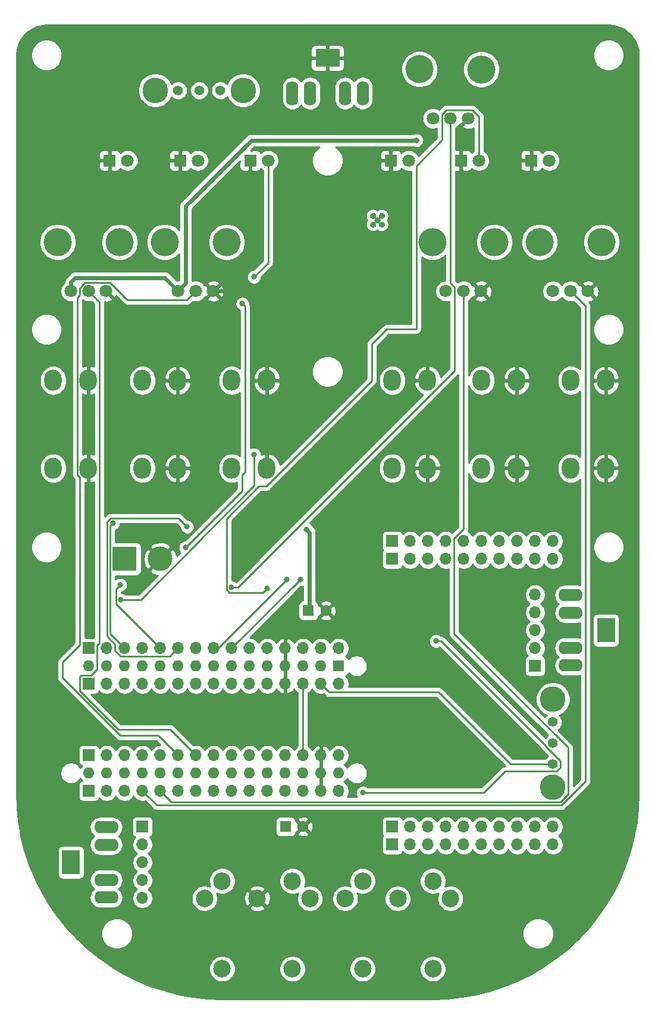
<source format=gbr>
G04 #@! TF.GenerationSoftware,KiCad,Pcbnew,(5.1.5)-3*
G04 #@! TF.CreationDate,2021-11-11T15:01:52+00:00*
G04 #@! TF.ProjectId,drumkid,6472756d-6b69-4642-9e6b-696361645f70,rev?*
G04 #@! TF.SameCoordinates,Original*
G04 #@! TF.FileFunction,Copper,L1,Top*
G04 #@! TF.FilePolarity,Positive*
%FSLAX46Y46*%
G04 Gerber Fmt 4.6, Leading zero omitted, Abs format (unit mm)*
G04 Created by KiCad (PCBNEW (5.1.5)-3) date 2021-11-11 15:01:52*
%MOMM*%
%LPD*%
G04 APERTURE LIST*
%ADD10C,0.010000*%
%ADD11O,2.500000X3.000000*%
%ADD12C,1.600000*%
%ADD13R,1.600000X1.600000*%
%ADD14O,1.700000X1.700000*%
%ADD15R,1.700000X1.700000*%
%ADD16O,3.500000X1.750000*%
%ADD17R,2.500000X3.500000*%
%ADD18C,3.653000*%
%ADD19C,1.400000*%
%ADD20R,1.800000X1.800000*%
%ADD21C,1.800000*%
%ADD22O,1.600000X1.600000*%
%ADD23C,2.499360*%
%ADD24R,3.500000X2.500000*%
%ADD25O,1.750000X3.500000*%
%ADD26C,4.000000*%
%ADD27R,3.500120X3.500120*%
%ADD28C,3.500120*%
%ADD29C,0.800000*%
%ADD30C,0.625000*%
%ADD31C,0.250000*%
%ADD32C,0.254000*%
G04 APERTURE END LIST*
D10*
G36*
X106564518Y-58714478D02*
G01*
X106647938Y-58746439D01*
X106724510Y-58797297D01*
X106749578Y-58820039D01*
X106797665Y-58881186D01*
X106828415Y-58953804D01*
X106842439Y-59039537D01*
X106843507Y-59072347D01*
X106842058Y-59122365D01*
X106837908Y-59169831D01*
X106831886Y-59205890D01*
X106830503Y-59211044D01*
X106797309Y-59285580D01*
X106746988Y-59349628D01*
X106682627Y-59401604D01*
X106607312Y-59439918D01*
X106524132Y-59462985D01*
X106436172Y-59469218D01*
X106350238Y-59457923D01*
X106274971Y-59430698D01*
X106205435Y-59387721D01*
X106146091Y-59332846D01*
X106101400Y-59269928D01*
X106082275Y-59226400D01*
X106067060Y-59156416D01*
X106062922Y-59078014D01*
X106069886Y-59001337D01*
X106081585Y-58953502D01*
X106108691Y-58897334D01*
X106151621Y-58839971D01*
X106155853Y-58835274D01*
X106225876Y-58773973D01*
X106304930Y-58731162D01*
X106389838Y-58706921D01*
X106477426Y-58701333D01*
X106564518Y-58714478D01*
G37*
X106564518Y-58714478D02*
X106647938Y-58746439D01*
X106724510Y-58797297D01*
X106749578Y-58820039D01*
X106797665Y-58881186D01*
X106828415Y-58953804D01*
X106842439Y-59039537D01*
X106843507Y-59072347D01*
X106842058Y-59122365D01*
X106837908Y-59169831D01*
X106831886Y-59205890D01*
X106830503Y-59211044D01*
X106797309Y-59285580D01*
X106746988Y-59349628D01*
X106682627Y-59401604D01*
X106607312Y-59439918D01*
X106524132Y-59462985D01*
X106436172Y-59469218D01*
X106350238Y-59457923D01*
X106274971Y-59430698D01*
X106205435Y-59387721D01*
X106146091Y-59332846D01*
X106101400Y-59269928D01*
X106082275Y-59226400D01*
X106067060Y-59156416D01*
X106062922Y-59078014D01*
X106069886Y-59001337D01*
X106081585Y-58953502D01*
X106108691Y-58897334D01*
X106151621Y-58839971D01*
X106155853Y-58835274D01*
X106225876Y-58773973D01*
X106304930Y-58731162D01*
X106389838Y-58706921D01*
X106477426Y-58701333D01*
X106564518Y-58714478D01*
G36*
X107700348Y-58704081D02*
G01*
X107798538Y-58714141D01*
X107884840Y-58742141D01*
X107958448Y-58787703D01*
X108018551Y-58850447D01*
X108021526Y-58854497D01*
X108059479Y-58924276D01*
X108081318Y-59003166D01*
X108087462Y-59086611D01*
X108078329Y-59170058D01*
X108054335Y-59248952D01*
X108015900Y-59318739D01*
X107974671Y-59365280D01*
X107901777Y-59416761D01*
X107818369Y-59451032D01*
X107728732Y-59467276D01*
X107637152Y-59464678D01*
X107555452Y-59445147D01*
X107469425Y-59405189D01*
X107401096Y-59352067D01*
X107350701Y-59286145D01*
X107318476Y-59207782D01*
X107304657Y-59117340D01*
X107305051Y-59061455D01*
X107320119Y-58970708D01*
X107354122Y-58891317D01*
X107406995Y-58823373D01*
X107478674Y-58766969D01*
X107532479Y-58737857D01*
X107573123Y-58720114D01*
X107606903Y-58709780D01*
X107642923Y-58705022D01*
X107690286Y-58704010D01*
X107700348Y-58704081D01*
G37*
X107700348Y-58704081D02*
X107798538Y-58714141D01*
X107884840Y-58742141D01*
X107958448Y-58787703D01*
X108018551Y-58850447D01*
X108021526Y-58854497D01*
X108059479Y-58924276D01*
X108081318Y-59003166D01*
X108087462Y-59086611D01*
X108078329Y-59170058D01*
X108054335Y-59248952D01*
X108015900Y-59318739D01*
X107974671Y-59365280D01*
X107901777Y-59416761D01*
X107818369Y-59451032D01*
X107728732Y-59467276D01*
X107637152Y-59464678D01*
X107555452Y-59445147D01*
X107469425Y-59405189D01*
X107401096Y-59352067D01*
X107350701Y-59286145D01*
X107318476Y-59207782D01*
X107304657Y-59117340D01*
X107305051Y-59061455D01*
X107320119Y-58970708D01*
X107354122Y-58891317D01*
X107406995Y-58823373D01*
X107478674Y-58766969D01*
X107532479Y-58737857D01*
X107573123Y-58720114D01*
X107606903Y-58709780D01*
X107642923Y-58705022D01*
X107690286Y-58704010D01*
X107700348Y-58704081D01*
G36*
X107170269Y-58091204D02*
G01*
X107199273Y-58099018D01*
X107287390Y-58136132D01*
X107358459Y-58187157D01*
X107412076Y-58251485D01*
X107447839Y-58328504D01*
X107465342Y-58417608D01*
X107465685Y-58500696D01*
X107449101Y-58588643D01*
X107413786Y-58668042D01*
X107361796Y-58736130D01*
X107295188Y-58790145D01*
X107224799Y-58824315D01*
X107169011Y-58838138D01*
X107102407Y-58845687D01*
X107035541Y-58846272D01*
X106983073Y-58840111D01*
X106898354Y-58812182D01*
X106823714Y-58767380D01*
X106762282Y-58708275D01*
X106717185Y-58637436D01*
X106706878Y-58613146D01*
X106689750Y-58545077D01*
X106684334Y-58468729D01*
X106690309Y-58392002D01*
X106707349Y-58322795D01*
X106719989Y-58293339D01*
X106769398Y-58220396D01*
X106833621Y-58161306D01*
X106909237Y-58117457D01*
X106992830Y-58090232D01*
X107080980Y-58081019D01*
X107170269Y-58091204D01*
G37*
X107170269Y-58091204D02*
X107199273Y-58099018D01*
X107287390Y-58136132D01*
X107358459Y-58187157D01*
X107412076Y-58251485D01*
X107447839Y-58328504D01*
X107465342Y-58417608D01*
X107465685Y-58500696D01*
X107449101Y-58588643D01*
X107413786Y-58668042D01*
X107361796Y-58736130D01*
X107295188Y-58790145D01*
X107224799Y-58824315D01*
X107169011Y-58838138D01*
X107102407Y-58845687D01*
X107035541Y-58846272D01*
X106983073Y-58840111D01*
X106898354Y-58812182D01*
X106823714Y-58767380D01*
X106762282Y-58708275D01*
X106717185Y-58637436D01*
X106706878Y-58613146D01*
X106689750Y-58545077D01*
X106684334Y-58468729D01*
X106690309Y-58392002D01*
X106707349Y-58322795D01*
X106719989Y-58293339D01*
X106769398Y-58220396D01*
X106833621Y-58161306D01*
X106909237Y-58117457D01*
X106992830Y-58090232D01*
X107080980Y-58081019D01*
X107170269Y-58091204D01*
G36*
X106511188Y-57466152D02*
G01*
X106549400Y-57468908D01*
X106579643Y-57475085D01*
X106608969Y-57485982D01*
X106634511Y-57497985D01*
X106712931Y-57545768D01*
X106772181Y-57603383D01*
X106813154Y-57672294D01*
X106836744Y-57753966D01*
X106843860Y-57841000D01*
X106839340Y-57922577D01*
X106823440Y-57989785D01*
X106793985Y-58048332D01*
X106748803Y-58103926D01*
X106740477Y-58112421D01*
X106668491Y-58169302D01*
X106586207Y-58207382D01*
X106495997Y-58225948D01*
X106400232Y-58224291D01*
X106377997Y-58221030D01*
X106300120Y-58199201D01*
X106227570Y-58162802D01*
X106165078Y-58115095D01*
X106117374Y-58059343D01*
X106100716Y-58029829D01*
X106073734Y-57950373D01*
X106062406Y-57864388D01*
X106066734Y-57778289D01*
X106086717Y-57698493D01*
X106100673Y-57666631D01*
X106134777Y-57616698D01*
X106184057Y-57566600D01*
X106242383Y-57521983D01*
X106284238Y-57497577D01*
X106316058Y-57482528D01*
X106343981Y-57473072D01*
X106374903Y-57467938D01*
X106415720Y-57465851D01*
X106457957Y-57465521D01*
X106511188Y-57466152D01*
G37*
X106511188Y-57466152D02*
X106549400Y-57468908D01*
X106579643Y-57475085D01*
X106608969Y-57485982D01*
X106634511Y-57497985D01*
X106712931Y-57545768D01*
X106772181Y-57603383D01*
X106813154Y-57672294D01*
X106836744Y-57753966D01*
X106843860Y-57841000D01*
X106839340Y-57922577D01*
X106823440Y-57989785D01*
X106793985Y-58048332D01*
X106748803Y-58103926D01*
X106740477Y-58112421D01*
X106668491Y-58169302D01*
X106586207Y-58207382D01*
X106495997Y-58225948D01*
X106400232Y-58224291D01*
X106377997Y-58221030D01*
X106300120Y-58199201D01*
X106227570Y-58162802D01*
X106165078Y-58115095D01*
X106117374Y-58059343D01*
X106100716Y-58029829D01*
X106073734Y-57950373D01*
X106062406Y-57864388D01*
X106066734Y-57778289D01*
X106086717Y-57698493D01*
X106100673Y-57666631D01*
X106134777Y-57616698D01*
X106184057Y-57566600D01*
X106242383Y-57521983D01*
X106284238Y-57497577D01*
X106316058Y-57482528D01*
X106343981Y-57473072D01*
X106374903Y-57467938D01*
X106415720Y-57465851D01*
X106457957Y-57465521D01*
X106511188Y-57466152D01*
G36*
X107753381Y-57466343D02*
G01*
X107792166Y-57469766D01*
X107824510Y-57477226D01*
X107858222Y-57490160D01*
X107874741Y-57497605D01*
X107945651Y-57540460D01*
X108005572Y-57596757D01*
X108050360Y-57662020D01*
X108069735Y-57708204D01*
X108083067Y-57773445D01*
X108086616Y-57847017D01*
X108080791Y-57920822D01*
X108066004Y-57986763D01*
X108054075Y-58017002D01*
X108007131Y-58089287D01*
X107943730Y-58148428D01*
X107866372Y-58192613D01*
X107777557Y-58220031D01*
X107772419Y-58221012D01*
X107732602Y-58227959D01*
X107703667Y-58230925D01*
X107676182Y-58229936D01*
X107640715Y-58225021D01*
X107619184Y-58221459D01*
X107535434Y-58197374D01*
X107458924Y-58155987D01*
X107393847Y-58100320D01*
X107344395Y-58033395D01*
X107335915Y-58017229D01*
X107322997Y-57987309D01*
X107314926Y-57957573D01*
X107310604Y-57921327D01*
X107308929Y-57871876D01*
X107308773Y-57852043D01*
X107309194Y-57798630D01*
X107311799Y-57760377D01*
X107317791Y-57730378D01*
X107328375Y-57701727D01*
X107338900Y-57679306D01*
X107384642Y-57609435D01*
X107447317Y-57548174D01*
X107522149Y-57500066D01*
X107532762Y-57494901D01*
X107566778Y-57480423D01*
X107598155Y-57471588D01*
X107634400Y-57467079D01*
X107683025Y-57465581D01*
X107700348Y-57465521D01*
X107753381Y-57466343D01*
G37*
X107753381Y-57466343D02*
X107792166Y-57469766D01*
X107824510Y-57477226D01*
X107858222Y-57490160D01*
X107874741Y-57497605D01*
X107945651Y-57540460D01*
X108005572Y-57596757D01*
X108050360Y-57662020D01*
X108069735Y-57708204D01*
X108083067Y-57773445D01*
X108086616Y-57847017D01*
X108080791Y-57920822D01*
X108066004Y-57986763D01*
X108054075Y-58017002D01*
X108007131Y-58089287D01*
X107943730Y-58148428D01*
X107866372Y-58192613D01*
X107777557Y-58220031D01*
X107772419Y-58221012D01*
X107732602Y-58227959D01*
X107703667Y-58230925D01*
X107676182Y-58229936D01*
X107640715Y-58225021D01*
X107619184Y-58221459D01*
X107535434Y-58197374D01*
X107458924Y-58155987D01*
X107393847Y-58100320D01*
X107344395Y-58033395D01*
X107335915Y-58017229D01*
X107322997Y-57987309D01*
X107314926Y-57957573D01*
X107310604Y-57921327D01*
X107308929Y-57871876D01*
X107308773Y-57852043D01*
X107309194Y-57798630D01*
X107311799Y-57760377D01*
X107317791Y-57730378D01*
X107328375Y-57701727D01*
X107338900Y-57679306D01*
X107384642Y-57609435D01*
X107447317Y-57548174D01*
X107522149Y-57500066D01*
X107532762Y-57494901D01*
X107566778Y-57480423D01*
X107598155Y-57471588D01*
X107634400Y-57467079D01*
X107683025Y-57465581D01*
X107700348Y-57465521D01*
X107753381Y-57466343D01*
D11*
X65960000Y-81280000D03*
X60960000Y-81280000D03*
X65960000Y-93780000D03*
X60960000Y-93780000D03*
X78660000Y-81280000D03*
X73660000Y-81280000D03*
X78660000Y-93780000D03*
X73660000Y-93780000D03*
X91360000Y-81280000D03*
X86360000Y-81280000D03*
X91360000Y-93780000D03*
X86360000Y-93780000D03*
X114220000Y-81280000D03*
X109220000Y-81280000D03*
X114220000Y-93780000D03*
X109220000Y-93780000D03*
X126920000Y-81280000D03*
X121920000Y-81280000D03*
X126920000Y-93780000D03*
X121920000Y-93780000D03*
X139620000Y-81280000D03*
X134620000Y-81280000D03*
X139620000Y-93780000D03*
X134620000Y-93780000D03*
D12*
X99782000Y-114046000D03*
D13*
X97282000Y-114046000D03*
D12*
X96520000Y-144780000D03*
D13*
X94020000Y-144780000D03*
D14*
X101600000Y-124460000D03*
X99060000Y-124460000D03*
X96520000Y-124460000D03*
X93980000Y-124460000D03*
X91440000Y-124460000D03*
X88900000Y-124460000D03*
X86360000Y-124460000D03*
X83820000Y-124460000D03*
X81280000Y-124460000D03*
X78740000Y-124460000D03*
X76200000Y-124460000D03*
X73660000Y-124460000D03*
X71120000Y-124460000D03*
X68580000Y-124460000D03*
D15*
X66040000Y-124460000D03*
D14*
X101600000Y-134620000D03*
X99060000Y-134620000D03*
X96520000Y-134620000D03*
X93980000Y-134620000D03*
X91440000Y-134620000D03*
X88900000Y-134620000D03*
X86360000Y-134620000D03*
X83820000Y-134620000D03*
X81280000Y-134620000D03*
X78740000Y-134620000D03*
X76200000Y-134620000D03*
X73660000Y-134620000D03*
X71120000Y-134620000D03*
X68580000Y-134620000D03*
D15*
X66040000Y-134620000D03*
D14*
X132080000Y-106680000D03*
X129540000Y-106680000D03*
X127000000Y-106680000D03*
X124460000Y-106680000D03*
X121920000Y-106680000D03*
X119380000Y-106680000D03*
X116840000Y-106680000D03*
X114300000Y-106680000D03*
X111760000Y-106680000D03*
D15*
X109220000Y-106680000D03*
D14*
X132080000Y-144780000D03*
X129540000Y-144780000D03*
X127000000Y-144780000D03*
X124460000Y-144780000D03*
X121920000Y-144780000D03*
X119380000Y-144780000D03*
X116840000Y-144780000D03*
X114300000Y-144780000D03*
X111760000Y-144780000D03*
D15*
X109220000Y-144780000D03*
D16*
X68506000Y-144860000D03*
X68506000Y-154860000D03*
X68506000Y-147360000D03*
X68506000Y-152360000D03*
D17*
X63500000Y-149860000D03*
D14*
X73660000Y-154940000D03*
X73660000Y-152400000D03*
X73660000Y-149860000D03*
X73660000Y-147320000D03*
D15*
X73660000Y-144780000D03*
D16*
X134620000Y-121840000D03*
X134620000Y-111840000D03*
X134620000Y-119340000D03*
X134620000Y-114340000D03*
D17*
X139626000Y-116840000D03*
D14*
X129540000Y-111760000D03*
X129540000Y-114300000D03*
X129540000Y-116840000D03*
X129540000Y-119380000D03*
D15*
X129540000Y-121920000D03*
D18*
X132080000Y-126640000D03*
X132080000Y-139140000D03*
D19*
X132080000Y-129890000D03*
X132080000Y-132890000D03*
X132080000Y-135890000D03*
D20*
X129000000Y-50000000D03*
D21*
X131540000Y-50000000D03*
D20*
X69000000Y-50000000D03*
D21*
X71540000Y-50000000D03*
D20*
X119000000Y-50000000D03*
D21*
X121540000Y-50000000D03*
D14*
X101600000Y-139700000D03*
X99060000Y-139700000D03*
X96520000Y-139700000D03*
X93980000Y-139700000D03*
X91440000Y-139700000D03*
X88900000Y-139700000D03*
X86360000Y-139700000D03*
X83820000Y-139700000D03*
X81280000Y-139700000D03*
X78740000Y-139700000D03*
X76200000Y-139700000D03*
X73660000Y-139700000D03*
X71120000Y-139700000D03*
X68580000Y-139700000D03*
D15*
X66040000Y-139700000D03*
D21*
X91540000Y-50000000D03*
D20*
X89000000Y-50000000D03*
D21*
X111540000Y-50000000D03*
D20*
X109000000Y-50000000D03*
D22*
X66040000Y-137160000D03*
X66040000Y-121920000D03*
X101600000Y-137160000D03*
X68580000Y-121920000D03*
X99060000Y-137160000D03*
X71120000Y-121920000D03*
X96520000Y-137160000D03*
X73660000Y-121920000D03*
X93980000Y-137160000D03*
X76200000Y-121920000D03*
X91440000Y-137160000D03*
X78740000Y-121920000D03*
X88900000Y-137160000D03*
X81280000Y-121920000D03*
X86360000Y-137160000D03*
X83820000Y-121920000D03*
X83820000Y-137160000D03*
X86360000Y-121920000D03*
X81280000Y-137160000D03*
X88900000Y-121920000D03*
X78740000Y-137160000D03*
X91440000Y-121920000D03*
X76200000Y-137160000D03*
X93980000Y-121920000D03*
X73660000Y-137160000D03*
X96520000Y-121920000D03*
X71120000Y-137160000D03*
X99060000Y-121920000D03*
X68580000Y-137160000D03*
D13*
X101600000Y-121920000D03*
D21*
X81540000Y-50000000D03*
D20*
X79000000Y-50000000D03*
D23*
X102503180Y-155005100D03*
X114997440Y-152503200D03*
X110001260Y-155002560D03*
X117499340Y-155005100D03*
X105005080Y-152503200D03*
X115002520Y-165000000D03*
X105000000Y-165000000D03*
D15*
X66040000Y-119380000D03*
D14*
X68580000Y-119380000D03*
X71120000Y-119380000D03*
X73660000Y-119380000D03*
X76200000Y-119380000D03*
X78740000Y-119380000D03*
X81280000Y-119380000D03*
X83820000Y-119380000D03*
X86360000Y-119380000D03*
X88900000Y-119380000D03*
X91440000Y-119380000D03*
X93980000Y-119380000D03*
X96520000Y-119380000D03*
X99060000Y-119380000D03*
X101600000Y-119380000D03*
D19*
X78740000Y-40000000D03*
X81740000Y-40000000D03*
X84740000Y-40000000D03*
D18*
X75490000Y-40000000D03*
X87990000Y-40000000D03*
D23*
X84997480Y-165000000D03*
X95000000Y-165000000D03*
X85002560Y-152503200D03*
X97496820Y-155005100D03*
X89998740Y-155002560D03*
X94994920Y-152503200D03*
X82500660Y-155005100D03*
D24*
X100000000Y-35404000D03*
D25*
X102500000Y-40410000D03*
X97500000Y-40410000D03*
X105000000Y-40410000D03*
X95000000Y-40410000D03*
D26*
X114940000Y-61580000D03*
X123740000Y-61595000D03*
D21*
X116840000Y-68580000D03*
X119340000Y-68580000D03*
X121840000Y-68580000D03*
D26*
X130180000Y-61580000D03*
X138980000Y-61595000D03*
D21*
X132080000Y-68580000D03*
X134580000Y-68580000D03*
X137080000Y-68580000D03*
D26*
X76840000Y-61580000D03*
X85640000Y-61595000D03*
D21*
X78740000Y-68580000D03*
X81240000Y-68580000D03*
X83740000Y-68580000D03*
D26*
X113100000Y-37000000D03*
X121900000Y-37015000D03*
D21*
X115000000Y-44000000D03*
X117500000Y-44000000D03*
X120000000Y-44000000D03*
D26*
X61600000Y-61580000D03*
X70400000Y-61595000D03*
D21*
X63500000Y-68580000D03*
X66000000Y-68580000D03*
X68500000Y-68580000D03*
D27*
X71120000Y-106680000D03*
D28*
X76200000Y-106680000D03*
D14*
X132080000Y-104140000D03*
X129540000Y-104140000D03*
X127000000Y-104140000D03*
X124460000Y-104140000D03*
X121920000Y-104140000D03*
X119380000Y-104140000D03*
X116840000Y-104140000D03*
X114300000Y-104140000D03*
X111760000Y-104140000D03*
D15*
X109220000Y-104140000D03*
D14*
X132080000Y-147320000D03*
X129540000Y-147320000D03*
X127000000Y-147320000D03*
X124460000Y-147320000D03*
X121920000Y-147320000D03*
X119380000Y-147320000D03*
X116840000Y-147320000D03*
X114300000Y-147320000D03*
X111760000Y-147320000D03*
D15*
X109220000Y-147320000D03*
D29*
X113919000Y-135890000D03*
X109728000Y-127508000D03*
X94234000Y-109601000D03*
X91440000Y-110871000D03*
X96139000Y-109601000D03*
X70612000Y-112522000D03*
X89535000Y-66548000D03*
X89535000Y-91821000D03*
X69469000Y-101600000D03*
X80010000Y-102108000D03*
X70485000Y-110363000D03*
X115443000Y-118364000D03*
X105029000Y-139954000D03*
X97028000Y-102489000D03*
X112649000Y-47117000D03*
X86360000Y-110744000D03*
X79793143Y-105066993D03*
X87884000Y-70358000D03*
D30*
X113919000Y-135890000D02*
X109728000Y-131699000D01*
X109728000Y-131699000D02*
X109728000Y-127508000D01*
X109000000Y-51525000D02*
X109000000Y-50000000D01*
X91945000Y-68580000D02*
X109000000Y-51525000D01*
X83740000Y-68580000D02*
X91945000Y-68580000D01*
D31*
X64715001Y-125420003D02*
X70231998Y-130937000D01*
X77597000Y-130937000D02*
X81280000Y-134620000D01*
X70231998Y-130937000D02*
X77597000Y-130937000D01*
X64715001Y-123499997D02*
X64715001Y-125420003D01*
X64929999Y-123284999D02*
X64715001Y-123499997D01*
X66340003Y-123284999D02*
X64929999Y-123284999D01*
X67215001Y-122410001D02*
X66340003Y-123284999D01*
X66000000Y-68580000D02*
X67215001Y-69795001D01*
X67215001Y-119005997D02*
X67215001Y-122410001D01*
X67535010Y-118685988D02*
X67215001Y-119005997D01*
X67535010Y-70115010D02*
X67215001Y-69795001D01*
X67535010Y-118685988D02*
X67535010Y-70115010D01*
X77791501Y-141291501D02*
X77049999Y-140549999D01*
X133112721Y-141291501D02*
X77791501Y-141291501D01*
X134231501Y-140172721D02*
X133112721Y-141291501D01*
X118015001Y-117307999D02*
X134231501Y-133524499D01*
X118015001Y-103765997D02*
X118015001Y-117307999D01*
X134231501Y-133524499D02*
X134231501Y-140172721D01*
X119340000Y-102440998D02*
X118015001Y-103765997D01*
X77049999Y-140549999D02*
X76200000Y-139700000D01*
X119340000Y-68580000D02*
X119340000Y-102440998D01*
X62274999Y-123616411D02*
X70484588Y-131826000D01*
X62274999Y-121346799D02*
X62274999Y-123616411D01*
X64725001Y-118896797D02*
X62274999Y-121346799D01*
X65411999Y-67354999D02*
X64800000Y-68100000D01*
X75946000Y-131826000D02*
X78740000Y-134620000D01*
X64774999Y-68125001D02*
X64774999Y-69118003D01*
X69088001Y-67354999D02*
X65411999Y-67354999D01*
X71538003Y-69805001D02*
X69088001Y-67354999D01*
X64384990Y-69508012D02*
X64384990Y-94682390D01*
X70484588Y-131826000D02*
X75946000Y-131826000D01*
X64725001Y-95022401D02*
X64725001Y-118896797D01*
X80014999Y-69805001D02*
X71538003Y-69805001D01*
X64800000Y-68100000D02*
X64774999Y-68125001D01*
X64774999Y-69118003D02*
X64384990Y-69508012D01*
X81240000Y-68580000D02*
X80014999Y-69805001D01*
X64384990Y-94682390D02*
X64725001Y-95022401D01*
X133299121Y-141741511D02*
X75701511Y-141741511D01*
X74509999Y-140549999D02*
X73660000Y-139700000D01*
X136695010Y-138345622D02*
X133299121Y-141741511D01*
X136695010Y-70695010D02*
X136695010Y-138345622D01*
X75701511Y-141741511D02*
X74509999Y-140549999D01*
X134580000Y-68580000D02*
X136695010Y-70695010D01*
X84455000Y-119380000D02*
X83820000Y-119380000D01*
X94234000Y-109601000D02*
X84455000Y-119380000D01*
X121540000Y-48727208D02*
X121540000Y-50000000D01*
X121540000Y-43726998D02*
X121540000Y-48727208D01*
X116911999Y-42774999D02*
X120588001Y-42774999D01*
X116274999Y-43411999D02*
X116911999Y-42774999D01*
X116274999Y-47078003D02*
X116274999Y-43411999D01*
X120588001Y-42774999D02*
X121540000Y-43726998D01*
X112614999Y-50738003D02*
X116274999Y-47078003D01*
X112614999Y-73972502D02*
X112614999Y-50738003D01*
X85634999Y-111092001D02*
X85634999Y-100952502D01*
X86011999Y-111469001D02*
X85634999Y-111092001D01*
X90841999Y-111469001D02*
X86011999Y-111469001D01*
X91440000Y-110871000D02*
X90841999Y-111469001D01*
X85634999Y-100952502D02*
X90260001Y-96327500D01*
X91289900Y-96327500D02*
X106300000Y-81317400D01*
X90260001Y-96327500D02*
X91289900Y-96327500D01*
X106300000Y-81317400D02*
X106300000Y-76100000D01*
X108400000Y-74000000D02*
X108900000Y-74000000D01*
X106300000Y-76100000D02*
X108400000Y-74000000D01*
X108900000Y-74000000D02*
X112614999Y-73972502D01*
X96139000Y-109601000D02*
X86360000Y-119380000D01*
X73429091Y-112522000D02*
X70612000Y-112522000D01*
X91540000Y-50000000D02*
X91540000Y-64543000D01*
X91540000Y-64543000D02*
X89535000Y-66548000D01*
X89535000Y-91821000D02*
X89535000Y-96266000D01*
X89535000Y-96266000D02*
X89154000Y-96647000D01*
X89154000Y-96647000D02*
X73429091Y-112522000D01*
X115800003Y-125635001D02*
X100235001Y-125635001D01*
X99909999Y-125309999D02*
X99060000Y-124460000D01*
X126055002Y-135890000D02*
X115800003Y-125635001D01*
X100235001Y-125635001D02*
X99909999Y-125309999D01*
X132080000Y-135890000D02*
X126055002Y-135890000D01*
X70270001Y-118530001D02*
X71120000Y-119380000D01*
X69044939Y-102024061D02*
X69044939Y-117304939D01*
X69044939Y-117304939D02*
X70270001Y-118530001D01*
X69469000Y-101600000D02*
X69044939Y-102024061D01*
X77890001Y-120229999D02*
X78740000Y-119380000D01*
X77564999Y-120555001D02*
X77890001Y-120229999D01*
X69755001Y-119754003D02*
X70555999Y-120555001D01*
X69755001Y-118815999D02*
X69755001Y-119754003D01*
X68594930Y-117655928D02*
X69755001Y-118815999D01*
X68594930Y-101401068D02*
X68594930Y-117655928D01*
X69120999Y-100874999D02*
X68594930Y-101401068D01*
X78776999Y-100874999D02*
X69120999Y-100874999D01*
X70555999Y-120555001D02*
X77564999Y-120555001D01*
X80010000Y-102108000D02*
X78776999Y-100874999D01*
X69886999Y-113066999D02*
X75350001Y-118530001D01*
X75350001Y-118530001D02*
X76200000Y-119380000D01*
X69886999Y-110961001D02*
X69886999Y-113066999D01*
X70485000Y-110363000D02*
X69886999Y-110961001D01*
X122211002Y-139954000D02*
X105029000Y-139954000D01*
X125250001Y-136915001D02*
X122211002Y-139954000D01*
X132572001Y-136915001D02*
X125250001Y-136915001D01*
X133105001Y-136382001D02*
X132572001Y-136915001D01*
X116149002Y-118364000D02*
X131054999Y-133269997D01*
X131054999Y-133347997D02*
X133105001Y-135397999D01*
X115443000Y-118364000D02*
X116149002Y-118364000D01*
X131054999Y-133269997D02*
X131054999Y-133347997D01*
X133105001Y-135397999D02*
X133105001Y-136382001D01*
D30*
X63500000Y-67307208D02*
X63500000Y-68580000D01*
X76877489Y-66717489D02*
X64089719Y-66717489D01*
X64089719Y-66717489D02*
X63500000Y-67307208D01*
X78740000Y-68580000D02*
X76877489Y-66717489D01*
X97427999Y-113900001D02*
X97282000Y-114046000D01*
X97427999Y-102888999D02*
X97427999Y-113900001D01*
X97028000Y-102489000D02*
X97427999Y-102888999D01*
X89160498Y-47117000D02*
X112649000Y-47117000D01*
X79827499Y-56449999D02*
X89160498Y-47117000D01*
X78740000Y-68580000D02*
X79827499Y-67492501D01*
X79827499Y-67492501D02*
X79827499Y-56449999D01*
D31*
X96520000Y-124460000D02*
X96520000Y-134620000D01*
X86925685Y-110744000D02*
X86360000Y-110744000D01*
X117500000Y-44000000D02*
X117500000Y-67426998D01*
X87233400Y-110744000D02*
X86925685Y-110744000D01*
X117500000Y-67426998D02*
X118065001Y-67991999D01*
X118065001Y-79912399D02*
X87233400Y-110744000D01*
X118065001Y-67991999D02*
X118065001Y-79912399D01*
X79793143Y-105066993D02*
X87884000Y-96976136D01*
X88283999Y-94333401D02*
X88283999Y-70757999D01*
X87884000Y-96976136D02*
X87884000Y-94733400D01*
X88283999Y-70757999D02*
X87884000Y-70358000D01*
X87884000Y-94733400D02*
X88283999Y-94333401D01*
D32*
G36*
X140754747Y-30805281D02*
G01*
X141485643Y-31005231D01*
X142169575Y-31331450D01*
X142784928Y-31773626D01*
X143312259Y-32317789D01*
X143734886Y-32946726D01*
X144039463Y-33640570D01*
X144217715Y-34383039D01*
X144265000Y-35026949D01*
X144265001Y-139986809D01*
X144189634Y-142092345D01*
X143965335Y-144173970D01*
X143592779Y-146234234D01*
X143073870Y-148262597D01*
X142411274Y-150248645D01*
X141608366Y-152182261D01*
X140669274Y-154053507D01*
X139598785Y-155852836D01*
X138402401Y-157571009D01*
X137086217Y-159199262D01*
X135656998Y-160729233D01*
X134122043Y-162153108D01*
X132489220Y-163463585D01*
X130766874Y-164653973D01*
X128963821Y-165718172D01*
X127089308Y-166650728D01*
X125152901Y-167446881D01*
X123164547Y-168102542D01*
X121134394Y-168614365D01*
X119072830Y-168979730D01*
X116989798Y-169196827D01*
X114987502Y-169265000D01*
X85013163Y-169265000D01*
X82907655Y-169189634D01*
X80826030Y-168965335D01*
X78765766Y-168592779D01*
X76737403Y-168073870D01*
X74751355Y-167411274D01*
X72817739Y-166608366D01*
X70946493Y-165669274D01*
X69509538Y-164814375D01*
X83112800Y-164814375D01*
X83112800Y-165185625D01*
X83185227Y-165549741D01*
X83327298Y-165892731D01*
X83533554Y-166201413D01*
X83796067Y-166463926D01*
X84104749Y-166670182D01*
X84447739Y-166812253D01*
X84811855Y-166884680D01*
X85183105Y-166884680D01*
X85547221Y-166812253D01*
X85890211Y-166670182D01*
X86198893Y-166463926D01*
X86461406Y-166201413D01*
X86667662Y-165892731D01*
X86809733Y-165549741D01*
X86882160Y-165185625D01*
X86882160Y-164814375D01*
X93115320Y-164814375D01*
X93115320Y-165185625D01*
X93187747Y-165549741D01*
X93329818Y-165892731D01*
X93536074Y-166201413D01*
X93798587Y-166463926D01*
X94107269Y-166670182D01*
X94450259Y-166812253D01*
X94814375Y-166884680D01*
X95185625Y-166884680D01*
X95549741Y-166812253D01*
X95892731Y-166670182D01*
X96201413Y-166463926D01*
X96463926Y-166201413D01*
X96670182Y-165892731D01*
X96812253Y-165549741D01*
X96884680Y-165185625D01*
X96884680Y-164814375D01*
X103115320Y-164814375D01*
X103115320Y-165185625D01*
X103187747Y-165549741D01*
X103329818Y-165892731D01*
X103536074Y-166201413D01*
X103798587Y-166463926D01*
X104107269Y-166670182D01*
X104450259Y-166812253D01*
X104814375Y-166884680D01*
X105185625Y-166884680D01*
X105549741Y-166812253D01*
X105892731Y-166670182D01*
X106201413Y-166463926D01*
X106463926Y-166201413D01*
X106670182Y-165892731D01*
X106812253Y-165549741D01*
X106884680Y-165185625D01*
X106884680Y-164814375D01*
X113117840Y-164814375D01*
X113117840Y-165185625D01*
X113190267Y-165549741D01*
X113332338Y-165892731D01*
X113538594Y-166201413D01*
X113801107Y-166463926D01*
X114109789Y-166670182D01*
X114452779Y-166812253D01*
X114816895Y-166884680D01*
X115188145Y-166884680D01*
X115552261Y-166812253D01*
X115895251Y-166670182D01*
X116203933Y-166463926D01*
X116466446Y-166201413D01*
X116672702Y-165892731D01*
X116814773Y-165549741D01*
X116887200Y-165185625D01*
X116887200Y-164814375D01*
X116814773Y-164450259D01*
X116672702Y-164107269D01*
X116466446Y-163798587D01*
X116203933Y-163536074D01*
X115895251Y-163329818D01*
X115552261Y-163187747D01*
X115188145Y-163115320D01*
X114816895Y-163115320D01*
X114452779Y-163187747D01*
X114109789Y-163329818D01*
X113801107Y-163536074D01*
X113538594Y-163798587D01*
X113332338Y-164107269D01*
X113190267Y-164450259D01*
X113117840Y-164814375D01*
X106884680Y-164814375D01*
X106812253Y-164450259D01*
X106670182Y-164107269D01*
X106463926Y-163798587D01*
X106201413Y-163536074D01*
X105892731Y-163329818D01*
X105549741Y-163187747D01*
X105185625Y-163115320D01*
X104814375Y-163115320D01*
X104450259Y-163187747D01*
X104107269Y-163329818D01*
X103798587Y-163536074D01*
X103536074Y-163798587D01*
X103329818Y-164107269D01*
X103187747Y-164450259D01*
X103115320Y-164814375D01*
X96884680Y-164814375D01*
X96812253Y-164450259D01*
X96670182Y-164107269D01*
X96463926Y-163798587D01*
X96201413Y-163536074D01*
X95892731Y-163329818D01*
X95549741Y-163187747D01*
X95185625Y-163115320D01*
X94814375Y-163115320D01*
X94450259Y-163187747D01*
X94107269Y-163329818D01*
X93798587Y-163536074D01*
X93536074Y-163798587D01*
X93329818Y-164107269D01*
X93187747Y-164450259D01*
X93115320Y-164814375D01*
X86882160Y-164814375D01*
X86809733Y-164450259D01*
X86667662Y-164107269D01*
X86461406Y-163798587D01*
X86198893Y-163536074D01*
X85890211Y-163329818D01*
X85547221Y-163187747D01*
X85183105Y-163115320D01*
X84811855Y-163115320D01*
X84447739Y-163187747D01*
X84104749Y-163329818D01*
X83796067Y-163536074D01*
X83533554Y-163798587D01*
X83327298Y-164107269D01*
X83185227Y-164450259D01*
X83112800Y-164814375D01*
X69509538Y-164814375D01*
X69147164Y-164598785D01*
X67428991Y-163402401D01*
X65800738Y-162086217D01*
X64270767Y-160656998D01*
X63457116Y-159779872D01*
X67765000Y-159779872D01*
X67765000Y-160220128D01*
X67850890Y-160651925D01*
X68019369Y-161058669D01*
X68263962Y-161424729D01*
X68575271Y-161736038D01*
X68941331Y-161980631D01*
X69348075Y-162149110D01*
X69779872Y-162235000D01*
X70220128Y-162235000D01*
X70651925Y-162149110D01*
X71058669Y-161980631D01*
X71424729Y-161736038D01*
X71736038Y-161424729D01*
X71980631Y-161058669D01*
X72149110Y-160651925D01*
X72235000Y-160220128D01*
X72235000Y-159779872D01*
X127765000Y-159779872D01*
X127765000Y-160220128D01*
X127850890Y-160651925D01*
X128019369Y-161058669D01*
X128263962Y-161424729D01*
X128575271Y-161736038D01*
X128941331Y-161980631D01*
X129348075Y-162149110D01*
X129779872Y-162235000D01*
X130220128Y-162235000D01*
X130651925Y-162149110D01*
X131058669Y-161980631D01*
X131424729Y-161736038D01*
X131736038Y-161424729D01*
X131980631Y-161058669D01*
X132149110Y-160651925D01*
X132235000Y-160220128D01*
X132235000Y-159779872D01*
X132149110Y-159348075D01*
X131980631Y-158941331D01*
X131736038Y-158575271D01*
X131424729Y-158263962D01*
X131058669Y-158019369D01*
X130651925Y-157850890D01*
X130220128Y-157765000D01*
X129779872Y-157765000D01*
X129348075Y-157850890D01*
X128941331Y-158019369D01*
X128575271Y-158263962D01*
X128263962Y-158575271D01*
X128019369Y-158941331D01*
X127850890Y-159348075D01*
X127765000Y-159779872D01*
X72235000Y-159779872D01*
X72149110Y-159348075D01*
X71980631Y-158941331D01*
X71736038Y-158575271D01*
X71424729Y-158263962D01*
X71058669Y-158019369D01*
X70651925Y-157850890D01*
X70220128Y-157765000D01*
X69779872Y-157765000D01*
X69348075Y-157850890D01*
X68941331Y-158019369D01*
X68575271Y-158263962D01*
X68263962Y-158575271D01*
X68019369Y-158941331D01*
X67850890Y-159348075D01*
X67765000Y-159779872D01*
X63457116Y-159779872D01*
X62846892Y-159122043D01*
X61536415Y-157489220D01*
X60346027Y-155766874D01*
X59281828Y-153963821D01*
X58483940Y-152360000D01*
X66113694Y-152360000D01*
X66142849Y-152656012D01*
X66229192Y-152940648D01*
X66369406Y-153202970D01*
X66558103Y-153432897D01*
X66773903Y-153610000D01*
X66558103Y-153787103D01*
X66369406Y-154017030D01*
X66229192Y-154279352D01*
X66142849Y-154563988D01*
X66113694Y-154860000D01*
X66142849Y-155156012D01*
X66229192Y-155440648D01*
X66369406Y-155702970D01*
X66558103Y-155932897D01*
X66788030Y-156121594D01*
X67050352Y-156261808D01*
X67334988Y-156348151D01*
X67556822Y-156370000D01*
X69455178Y-156370000D01*
X69677012Y-156348151D01*
X69961648Y-156261808D01*
X70223970Y-156121594D01*
X70453897Y-155932897D01*
X70642594Y-155702970D01*
X70782808Y-155440648D01*
X70869151Y-155156012D01*
X70898306Y-154860000D01*
X70869151Y-154563988D01*
X70782808Y-154279352D01*
X70642594Y-154017030D01*
X70453897Y-153787103D01*
X70238097Y-153610000D01*
X70453897Y-153432897D01*
X70642594Y-153202970D01*
X70782808Y-152940648D01*
X70869151Y-152656012D01*
X70898306Y-152360000D01*
X70869151Y-152063988D01*
X70782808Y-151779352D01*
X70642594Y-151517030D01*
X70453897Y-151287103D01*
X70223970Y-151098406D01*
X69961648Y-150958192D01*
X69677012Y-150871849D01*
X69455178Y-150850000D01*
X67556822Y-150850000D01*
X67334988Y-150871849D01*
X67050352Y-150958192D01*
X66788030Y-151098406D01*
X66558103Y-151287103D01*
X66369406Y-151517030D01*
X66229192Y-151779352D01*
X66142849Y-152063988D01*
X66113694Y-152360000D01*
X58483940Y-152360000D01*
X58349272Y-152089308D01*
X57553119Y-150152901D01*
X56897458Y-148164547D01*
X56883707Y-148110000D01*
X61611928Y-148110000D01*
X61611928Y-151610000D01*
X61624188Y-151734482D01*
X61660498Y-151854180D01*
X61719463Y-151964494D01*
X61798815Y-152061185D01*
X61895506Y-152140537D01*
X62005820Y-152199502D01*
X62125518Y-152235812D01*
X62250000Y-152248072D01*
X64750000Y-152248072D01*
X64874482Y-152235812D01*
X64994180Y-152199502D01*
X65104494Y-152140537D01*
X65201185Y-152061185D01*
X65280537Y-151964494D01*
X65339502Y-151854180D01*
X65375812Y-151734482D01*
X65388072Y-151610000D01*
X65388072Y-148110000D01*
X65375812Y-147985518D01*
X65339502Y-147865820D01*
X65280537Y-147755506D01*
X65201185Y-147658815D01*
X65104494Y-147579463D01*
X64994180Y-147520498D01*
X64874482Y-147484188D01*
X64750000Y-147471928D01*
X62250000Y-147471928D01*
X62125518Y-147484188D01*
X62005820Y-147520498D01*
X61895506Y-147579463D01*
X61798815Y-147658815D01*
X61719463Y-147755506D01*
X61660498Y-147865820D01*
X61624188Y-147985518D01*
X61611928Y-148110000D01*
X56883707Y-148110000D01*
X56385635Y-146134394D01*
X56159778Y-144860000D01*
X66113694Y-144860000D01*
X66142849Y-145156012D01*
X66229192Y-145440648D01*
X66369406Y-145702970D01*
X66558103Y-145932897D01*
X66773903Y-146110000D01*
X66558103Y-146287103D01*
X66369406Y-146517030D01*
X66229192Y-146779352D01*
X66142849Y-147063988D01*
X66113694Y-147360000D01*
X66142849Y-147656012D01*
X66229192Y-147940648D01*
X66369406Y-148202970D01*
X66558103Y-148432897D01*
X66788030Y-148621594D01*
X67050352Y-148761808D01*
X67334988Y-148848151D01*
X67556822Y-148870000D01*
X69455178Y-148870000D01*
X69677012Y-148848151D01*
X69961648Y-148761808D01*
X70223970Y-148621594D01*
X70453897Y-148432897D01*
X70642594Y-148202970D01*
X70782808Y-147940648D01*
X70869151Y-147656012D01*
X70898306Y-147360000D01*
X70869151Y-147063988D01*
X70782808Y-146779352D01*
X70642594Y-146517030D01*
X70453897Y-146287103D01*
X70238097Y-146110000D01*
X70453897Y-145932897D01*
X70642594Y-145702970D01*
X70782808Y-145440648D01*
X70869151Y-145156012D01*
X70898306Y-144860000D01*
X70869151Y-144563988D01*
X70782808Y-144279352D01*
X70642594Y-144017030D01*
X70571171Y-143930000D01*
X72171928Y-143930000D01*
X72171928Y-145630000D01*
X72184188Y-145754482D01*
X72220498Y-145874180D01*
X72279463Y-145984494D01*
X72358815Y-146081185D01*
X72455506Y-146160537D01*
X72565820Y-146219502D01*
X72638380Y-146241513D01*
X72506525Y-146373368D01*
X72344010Y-146616589D01*
X72232068Y-146886842D01*
X72175000Y-147173740D01*
X72175000Y-147466260D01*
X72232068Y-147753158D01*
X72344010Y-148023411D01*
X72506525Y-148266632D01*
X72713368Y-148473475D01*
X72887760Y-148590000D01*
X72713368Y-148706525D01*
X72506525Y-148913368D01*
X72344010Y-149156589D01*
X72232068Y-149426842D01*
X72175000Y-149713740D01*
X72175000Y-150006260D01*
X72232068Y-150293158D01*
X72344010Y-150563411D01*
X72506525Y-150806632D01*
X72713368Y-151013475D01*
X72887760Y-151130000D01*
X72713368Y-151246525D01*
X72506525Y-151453368D01*
X72344010Y-151696589D01*
X72232068Y-151966842D01*
X72175000Y-152253740D01*
X72175000Y-152546260D01*
X72232068Y-152833158D01*
X72344010Y-153103411D01*
X72506525Y-153346632D01*
X72713368Y-153553475D01*
X72887760Y-153670000D01*
X72713368Y-153786525D01*
X72506525Y-153993368D01*
X72344010Y-154236589D01*
X72232068Y-154506842D01*
X72175000Y-154793740D01*
X72175000Y-155086260D01*
X72232068Y-155373158D01*
X72344010Y-155643411D01*
X72506525Y-155886632D01*
X72713368Y-156093475D01*
X72956589Y-156255990D01*
X73226842Y-156367932D01*
X73513740Y-156425000D01*
X73806260Y-156425000D01*
X74093158Y-156367932D01*
X74363411Y-156255990D01*
X74606632Y-156093475D01*
X74813475Y-155886632D01*
X74975990Y-155643411D01*
X75087932Y-155373158D01*
X75145000Y-155086260D01*
X75145000Y-154819475D01*
X80615980Y-154819475D01*
X80615980Y-155190725D01*
X80688407Y-155554841D01*
X80830478Y-155897831D01*
X81036734Y-156206513D01*
X81299247Y-156469026D01*
X81607929Y-156675282D01*
X81950919Y-156817353D01*
X82315035Y-156889780D01*
X82686285Y-156889780D01*
X83050401Y-156817353D01*
X83393391Y-156675282D01*
X83702073Y-156469026D01*
X83855162Y-156315937D01*
X88864969Y-156315937D01*
X88990844Y-156605875D01*
X89323002Y-156771699D01*
X89681127Y-156869535D01*
X90051459Y-156895625D01*
X90419765Y-156848965D01*
X90771891Y-156731349D01*
X91006636Y-156605875D01*
X91132511Y-156315937D01*
X89998740Y-155182165D01*
X88864969Y-156315937D01*
X83855162Y-156315937D01*
X83964586Y-156206513D01*
X84170842Y-155897831D01*
X84312913Y-155554841D01*
X84385340Y-155190725D01*
X84385340Y-155055279D01*
X88105675Y-155055279D01*
X88152335Y-155423585D01*
X88269951Y-155775711D01*
X88395425Y-156010456D01*
X88685363Y-156136331D01*
X89819135Y-155002560D01*
X90178345Y-155002560D01*
X91312117Y-156136331D01*
X91602055Y-156010456D01*
X91767879Y-155678298D01*
X91865715Y-155320173D01*
X91891805Y-154949841D01*
X91845145Y-154581535D01*
X91727529Y-154229409D01*
X91602055Y-153994664D01*
X91312117Y-153868789D01*
X90178345Y-155002560D01*
X89819135Y-155002560D01*
X88685363Y-153868789D01*
X88395425Y-153994664D01*
X88229601Y-154326822D01*
X88131765Y-154684947D01*
X88105675Y-155055279D01*
X84385340Y-155055279D01*
X84385340Y-154819475D01*
X84312913Y-154455359D01*
X84213985Y-154216525D01*
X84452819Y-154315453D01*
X84816935Y-154387880D01*
X85188185Y-154387880D01*
X85552301Y-154315453D01*
X85895291Y-154173382D01*
X86203973Y-153967126D01*
X86466486Y-153704613D01*
X86476796Y-153689183D01*
X88864969Y-153689183D01*
X89998740Y-154822955D01*
X91132511Y-153689183D01*
X91006636Y-153399245D01*
X90674478Y-153233421D01*
X90316353Y-153135585D01*
X89946021Y-153109495D01*
X89577715Y-153156155D01*
X89225589Y-153273771D01*
X88990844Y-153399245D01*
X88864969Y-153689183D01*
X86476796Y-153689183D01*
X86672742Y-153395931D01*
X86814813Y-153052941D01*
X86887240Y-152688825D01*
X86887240Y-152317575D01*
X93110240Y-152317575D01*
X93110240Y-152688825D01*
X93182667Y-153052941D01*
X93324738Y-153395931D01*
X93530994Y-153704613D01*
X93793507Y-153967126D01*
X94102189Y-154173382D01*
X94445179Y-154315453D01*
X94809295Y-154387880D01*
X95180545Y-154387880D01*
X95544661Y-154315453D01*
X95783495Y-154216525D01*
X95684567Y-154455359D01*
X95612140Y-154819475D01*
X95612140Y-155190725D01*
X95684567Y-155554841D01*
X95826638Y-155897831D01*
X96032894Y-156206513D01*
X96295407Y-156469026D01*
X96604089Y-156675282D01*
X96947079Y-156817353D01*
X97311195Y-156889780D01*
X97682445Y-156889780D01*
X98046561Y-156817353D01*
X98389551Y-156675282D01*
X98698233Y-156469026D01*
X98960746Y-156206513D01*
X99167002Y-155897831D01*
X99309073Y-155554841D01*
X99381500Y-155190725D01*
X99381500Y-154819475D01*
X100618500Y-154819475D01*
X100618500Y-155190725D01*
X100690927Y-155554841D01*
X100832998Y-155897831D01*
X101039254Y-156206513D01*
X101301767Y-156469026D01*
X101610449Y-156675282D01*
X101953439Y-156817353D01*
X102317555Y-156889780D01*
X102688805Y-156889780D01*
X103052921Y-156817353D01*
X103395911Y-156675282D01*
X103704593Y-156469026D01*
X103967106Y-156206513D01*
X104173362Y-155897831D01*
X104315433Y-155554841D01*
X104387860Y-155190725D01*
X104387860Y-154819475D01*
X104387355Y-154816935D01*
X108116580Y-154816935D01*
X108116580Y-155188185D01*
X108189007Y-155552301D01*
X108331078Y-155895291D01*
X108537334Y-156203973D01*
X108799847Y-156466486D01*
X109108529Y-156672742D01*
X109451519Y-156814813D01*
X109815635Y-156887240D01*
X110186885Y-156887240D01*
X110551001Y-156814813D01*
X110893991Y-156672742D01*
X111202673Y-156466486D01*
X111465186Y-156203973D01*
X111671442Y-155895291D01*
X111813513Y-155552301D01*
X111885940Y-155188185D01*
X111885940Y-154816935D01*
X111813513Y-154452819D01*
X111671442Y-154109829D01*
X111465186Y-153801147D01*
X111202673Y-153538634D01*
X110893991Y-153332378D01*
X110551001Y-153190307D01*
X110186885Y-153117880D01*
X109815635Y-153117880D01*
X109451519Y-153190307D01*
X109108529Y-153332378D01*
X108799847Y-153538634D01*
X108537334Y-153801147D01*
X108331078Y-154109829D01*
X108189007Y-154452819D01*
X108116580Y-154816935D01*
X104387355Y-154816935D01*
X104315433Y-154455359D01*
X104216505Y-154216525D01*
X104455339Y-154315453D01*
X104819455Y-154387880D01*
X105190705Y-154387880D01*
X105554821Y-154315453D01*
X105897811Y-154173382D01*
X106206493Y-153967126D01*
X106469006Y-153704613D01*
X106675262Y-153395931D01*
X106817333Y-153052941D01*
X106889760Y-152688825D01*
X106889760Y-152317575D01*
X113112760Y-152317575D01*
X113112760Y-152688825D01*
X113185187Y-153052941D01*
X113327258Y-153395931D01*
X113533514Y-153704613D01*
X113796027Y-153967126D01*
X114104709Y-154173382D01*
X114447699Y-154315453D01*
X114811815Y-154387880D01*
X115183065Y-154387880D01*
X115547181Y-154315453D01*
X115786015Y-154216525D01*
X115687087Y-154455359D01*
X115614660Y-154819475D01*
X115614660Y-155190725D01*
X115687087Y-155554841D01*
X115829158Y-155897831D01*
X116035414Y-156206513D01*
X116297927Y-156469026D01*
X116606609Y-156675282D01*
X116949599Y-156817353D01*
X117313715Y-156889780D01*
X117684965Y-156889780D01*
X118049081Y-156817353D01*
X118392071Y-156675282D01*
X118700753Y-156469026D01*
X118963266Y-156206513D01*
X119169522Y-155897831D01*
X119311593Y-155554841D01*
X119384020Y-155190725D01*
X119384020Y-154819475D01*
X119311593Y-154455359D01*
X119169522Y-154112369D01*
X118963266Y-153803687D01*
X118700753Y-153541174D01*
X118392071Y-153334918D01*
X118049081Y-153192847D01*
X117684965Y-153120420D01*
X117313715Y-153120420D01*
X116949599Y-153192847D01*
X116710765Y-153291775D01*
X116809693Y-153052941D01*
X116882120Y-152688825D01*
X116882120Y-152317575D01*
X116809693Y-151953459D01*
X116667622Y-151610469D01*
X116461366Y-151301787D01*
X116198853Y-151039274D01*
X115890171Y-150833018D01*
X115547181Y-150690947D01*
X115183065Y-150618520D01*
X114811815Y-150618520D01*
X114447699Y-150690947D01*
X114104709Y-150833018D01*
X113796027Y-151039274D01*
X113533514Y-151301787D01*
X113327258Y-151610469D01*
X113185187Y-151953459D01*
X113112760Y-152317575D01*
X106889760Y-152317575D01*
X106817333Y-151953459D01*
X106675262Y-151610469D01*
X106469006Y-151301787D01*
X106206493Y-151039274D01*
X105897811Y-150833018D01*
X105554821Y-150690947D01*
X105190705Y-150618520D01*
X104819455Y-150618520D01*
X104455339Y-150690947D01*
X104112349Y-150833018D01*
X103803667Y-151039274D01*
X103541154Y-151301787D01*
X103334898Y-151610469D01*
X103192827Y-151953459D01*
X103120400Y-152317575D01*
X103120400Y-152688825D01*
X103192827Y-153052941D01*
X103291755Y-153291775D01*
X103052921Y-153192847D01*
X102688805Y-153120420D01*
X102317555Y-153120420D01*
X101953439Y-153192847D01*
X101610449Y-153334918D01*
X101301767Y-153541174D01*
X101039254Y-153803687D01*
X100832998Y-154112369D01*
X100690927Y-154455359D01*
X100618500Y-154819475D01*
X99381500Y-154819475D01*
X99309073Y-154455359D01*
X99167002Y-154112369D01*
X98960746Y-153803687D01*
X98698233Y-153541174D01*
X98389551Y-153334918D01*
X98046561Y-153192847D01*
X97682445Y-153120420D01*
X97311195Y-153120420D01*
X96947079Y-153192847D01*
X96708245Y-153291775D01*
X96807173Y-153052941D01*
X96879600Y-152688825D01*
X96879600Y-152317575D01*
X96807173Y-151953459D01*
X96665102Y-151610469D01*
X96458846Y-151301787D01*
X96196333Y-151039274D01*
X95887651Y-150833018D01*
X95544661Y-150690947D01*
X95180545Y-150618520D01*
X94809295Y-150618520D01*
X94445179Y-150690947D01*
X94102189Y-150833018D01*
X93793507Y-151039274D01*
X93530994Y-151301787D01*
X93324738Y-151610469D01*
X93182667Y-151953459D01*
X93110240Y-152317575D01*
X86887240Y-152317575D01*
X86814813Y-151953459D01*
X86672742Y-151610469D01*
X86466486Y-151301787D01*
X86203973Y-151039274D01*
X85895291Y-150833018D01*
X85552301Y-150690947D01*
X85188185Y-150618520D01*
X84816935Y-150618520D01*
X84452819Y-150690947D01*
X84109829Y-150833018D01*
X83801147Y-151039274D01*
X83538634Y-151301787D01*
X83332378Y-151610469D01*
X83190307Y-151953459D01*
X83117880Y-152317575D01*
X83117880Y-152688825D01*
X83190307Y-153052941D01*
X83289235Y-153291775D01*
X83050401Y-153192847D01*
X82686285Y-153120420D01*
X82315035Y-153120420D01*
X81950919Y-153192847D01*
X81607929Y-153334918D01*
X81299247Y-153541174D01*
X81036734Y-153803687D01*
X80830478Y-154112369D01*
X80688407Y-154455359D01*
X80615980Y-154819475D01*
X75145000Y-154819475D01*
X75145000Y-154793740D01*
X75087932Y-154506842D01*
X74975990Y-154236589D01*
X74813475Y-153993368D01*
X74606632Y-153786525D01*
X74432240Y-153670000D01*
X74606632Y-153553475D01*
X74813475Y-153346632D01*
X74975990Y-153103411D01*
X75087932Y-152833158D01*
X75145000Y-152546260D01*
X75145000Y-152253740D01*
X75087932Y-151966842D01*
X74975990Y-151696589D01*
X74813475Y-151453368D01*
X74606632Y-151246525D01*
X74432240Y-151130000D01*
X74606632Y-151013475D01*
X74813475Y-150806632D01*
X74975990Y-150563411D01*
X75087932Y-150293158D01*
X75145000Y-150006260D01*
X75145000Y-149713740D01*
X75087932Y-149426842D01*
X74975990Y-149156589D01*
X74813475Y-148913368D01*
X74606632Y-148706525D01*
X74432240Y-148590000D01*
X74606632Y-148473475D01*
X74813475Y-148266632D01*
X74975990Y-148023411D01*
X75087932Y-147753158D01*
X75145000Y-147466260D01*
X75145000Y-147173740D01*
X75087932Y-146886842D01*
X74975990Y-146616589D01*
X74813475Y-146373368D01*
X74681620Y-146241513D01*
X74754180Y-146219502D01*
X74864494Y-146160537D01*
X74961185Y-146081185D01*
X75040537Y-145984494D01*
X75099502Y-145874180D01*
X75135812Y-145754482D01*
X75148072Y-145630000D01*
X75148072Y-143980000D01*
X92581928Y-143980000D01*
X92581928Y-145580000D01*
X92594188Y-145704482D01*
X92630498Y-145824180D01*
X92689463Y-145934494D01*
X92768815Y-146031185D01*
X92865506Y-146110537D01*
X92975820Y-146169502D01*
X93095518Y-146205812D01*
X93220000Y-146218072D01*
X94820000Y-146218072D01*
X94944482Y-146205812D01*
X95064180Y-146169502D01*
X95174494Y-146110537D01*
X95271185Y-146031185D01*
X95350537Y-145934494D01*
X95409502Y-145824180D01*
X95425117Y-145772702D01*
X95706903Y-145772702D01*
X95778486Y-146016671D01*
X96033996Y-146137571D01*
X96308184Y-146206300D01*
X96590512Y-146220217D01*
X96870130Y-146178787D01*
X97136292Y-146083603D01*
X97261514Y-146016671D01*
X97333097Y-145772702D01*
X96520000Y-144959605D01*
X95706903Y-145772702D01*
X95425117Y-145772702D01*
X95445812Y-145704482D01*
X95458072Y-145580000D01*
X95458072Y-145572785D01*
X95527298Y-145593097D01*
X96340395Y-144780000D01*
X96699605Y-144780000D01*
X97512702Y-145593097D01*
X97756671Y-145521514D01*
X97877571Y-145266004D01*
X97946300Y-144991816D01*
X97960217Y-144709488D01*
X97918787Y-144429870D01*
X97823603Y-144163708D01*
X97756671Y-144038486D01*
X97512702Y-143966903D01*
X96699605Y-144780000D01*
X96340395Y-144780000D01*
X95527298Y-143966903D01*
X95458072Y-143987215D01*
X95458072Y-143980000D01*
X95445812Y-143855518D01*
X95425118Y-143787298D01*
X95706903Y-143787298D01*
X96520000Y-144600395D01*
X97190395Y-143930000D01*
X107731928Y-143930000D01*
X107731928Y-145630000D01*
X107744188Y-145754482D01*
X107780498Y-145874180D01*
X107839463Y-145984494D01*
X107893222Y-146050000D01*
X107839463Y-146115506D01*
X107780498Y-146225820D01*
X107744188Y-146345518D01*
X107731928Y-146470000D01*
X107731928Y-148170000D01*
X107744188Y-148294482D01*
X107780498Y-148414180D01*
X107839463Y-148524494D01*
X107918815Y-148621185D01*
X108015506Y-148700537D01*
X108125820Y-148759502D01*
X108245518Y-148795812D01*
X108370000Y-148808072D01*
X110070000Y-148808072D01*
X110194482Y-148795812D01*
X110314180Y-148759502D01*
X110424494Y-148700537D01*
X110521185Y-148621185D01*
X110600537Y-148524494D01*
X110659502Y-148414180D01*
X110681513Y-148341620D01*
X110813368Y-148473475D01*
X111056589Y-148635990D01*
X111326842Y-148747932D01*
X111613740Y-148805000D01*
X111906260Y-148805000D01*
X112193158Y-148747932D01*
X112463411Y-148635990D01*
X112706632Y-148473475D01*
X112913475Y-148266632D01*
X113030000Y-148092240D01*
X113146525Y-148266632D01*
X113353368Y-148473475D01*
X113596589Y-148635990D01*
X113866842Y-148747932D01*
X114153740Y-148805000D01*
X114446260Y-148805000D01*
X114733158Y-148747932D01*
X115003411Y-148635990D01*
X115246632Y-148473475D01*
X115453475Y-148266632D01*
X115570000Y-148092240D01*
X115686525Y-148266632D01*
X115893368Y-148473475D01*
X116136589Y-148635990D01*
X116406842Y-148747932D01*
X116693740Y-148805000D01*
X116986260Y-148805000D01*
X117273158Y-148747932D01*
X117543411Y-148635990D01*
X117786632Y-148473475D01*
X117993475Y-148266632D01*
X118110000Y-148092240D01*
X118226525Y-148266632D01*
X118433368Y-148473475D01*
X118676589Y-148635990D01*
X118946842Y-148747932D01*
X119233740Y-148805000D01*
X119526260Y-148805000D01*
X119813158Y-148747932D01*
X120083411Y-148635990D01*
X120326632Y-148473475D01*
X120533475Y-148266632D01*
X120650000Y-148092240D01*
X120766525Y-148266632D01*
X120973368Y-148473475D01*
X121216589Y-148635990D01*
X121486842Y-148747932D01*
X121773740Y-148805000D01*
X122066260Y-148805000D01*
X122353158Y-148747932D01*
X122623411Y-148635990D01*
X122866632Y-148473475D01*
X123073475Y-148266632D01*
X123190000Y-148092240D01*
X123306525Y-148266632D01*
X123513368Y-148473475D01*
X123756589Y-148635990D01*
X124026842Y-148747932D01*
X124313740Y-148805000D01*
X124606260Y-148805000D01*
X124893158Y-148747932D01*
X125163411Y-148635990D01*
X125406632Y-148473475D01*
X125613475Y-148266632D01*
X125730000Y-148092240D01*
X125846525Y-148266632D01*
X126053368Y-148473475D01*
X126296589Y-148635990D01*
X126566842Y-148747932D01*
X126853740Y-148805000D01*
X127146260Y-148805000D01*
X127433158Y-148747932D01*
X127703411Y-148635990D01*
X127946632Y-148473475D01*
X128153475Y-148266632D01*
X128270000Y-148092240D01*
X128386525Y-148266632D01*
X128593368Y-148473475D01*
X128836589Y-148635990D01*
X129106842Y-148747932D01*
X129393740Y-148805000D01*
X129686260Y-148805000D01*
X129973158Y-148747932D01*
X130243411Y-148635990D01*
X130486632Y-148473475D01*
X130693475Y-148266632D01*
X130810000Y-148092240D01*
X130926525Y-148266632D01*
X131133368Y-148473475D01*
X131376589Y-148635990D01*
X131646842Y-148747932D01*
X131933740Y-148805000D01*
X132226260Y-148805000D01*
X132513158Y-148747932D01*
X132783411Y-148635990D01*
X133026632Y-148473475D01*
X133233475Y-148266632D01*
X133395990Y-148023411D01*
X133507932Y-147753158D01*
X133565000Y-147466260D01*
X133565000Y-147173740D01*
X133507932Y-146886842D01*
X133395990Y-146616589D01*
X133233475Y-146373368D01*
X133026632Y-146166525D01*
X132852240Y-146050000D01*
X133026632Y-145933475D01*
X133233475Y-145726632D01*
X133395990Y-145483411D01*
X133507932Y-145213158D01*
X133565000Y-144926260D01*
X133565000Y-144633740D01*
X133507932Y-144346842D01*
X133395990Y-144076589D01*
X133233475Y-143833368D01*
X133026632Y-143626525D01*
X132783411Y-143464010D01*
X132513158Y-143352068D01*
X132226260Y-143295000D01*
X131933740Y-143295000D01*
X131646842Y-143352068D01*
X131376589Y-143464010D01*
X131133368Y-143626525D01*
X130926525Y-143833368D01*
X130810000Y-144007760D01*
X130693475Y-143833368D01*
X130486632Y-143626525D01*
X130243411Y-143464010D01*
X129973158Y-143352068D01*
X129686260Y-143295000D01*
X129393740Y-143295000D01*
X129106842Y-143352068D01*
X128836589Y-143464010D01*
X128593368Y-143626525D01*
X128386525Y-143833368D01*
X128270000Y-144007760D01*
X128153475Y-143833368D01*
X127946632Y-143626525D01*
X127703411Y-143464010D01*
X127433158Y-143352068D01*
X127146260Y-143295000D01*
X126853740Y-143295000D01*
X126566842Y-143352068D01*
X126296589Y-143464010D01*
X126053368Y-143626525D01*
X125846525Y-143833368D01*
X125730000Y-144007760D01*
X125613475Y-143833368D01*
X125406632Y-143626525D01*
X125163411Y-143464010D01*
X124893158Y-143352068D01*
X124606260Y-143295000D01*
X124313740Y-143295000D01*
X124026842Y-143352068D01*
X123756589Y-143464010D01*
X123513368Y-143626525D01*
X123306525Y-143833368D01*
X123190000Y-144007760D01*
X123073475Y-143833368D01*
X122866632Y-143626525D01*
X122623411Y-143464010D01*
X122353158Y-143352068D01*
X122066260Y-143295000D01*
X121773740Y-143295000D01*
X121486842Y-143352068D01*
X121216589Y-143464010D01*
X120973368Y-143626525D01*
X120766525Y-143833368D01*
X120650000Y-144007760D01*
X120533475Y-143833368D01*
X120326632Y-143626525D01*
X120083411Y-143464010D01*
X119813158Y-143352068D01*
X119526260Y-143295000D01*
X119233740Y-143295000D01*
X118946842Y-143352068D01*
X118676589Y-143464010D01*
X118433368Y-143626525D01*
X118226525Y-143833368D01*
X118110000Y-144007760D01*
X117993475Y-143833368D01*
X117786632Y-143626525D01*
X117543411Y-143464010D01*
X117273158Y-143352068D01*
X116986260Y-143295000D01*
X116693740Y-143295000D01*
X116406842Y-143352068D01*
X116136589Y-143464010D01*
X115893368Y-143626525D01*
X115686525Y-143833368D01*
X115570000Y-144007760D01*
X115453475Y-143833368D01*
X115246632Y-143626525D01*
X115003411Y-143464010D01*
X114733158Y-143352068D01*
X114446260Y-143295000D01*
X114153740Y-143295000D01*
X113866842Y-143352068D01*
X113596589Y-143464010D01*
X113353368Y-143626525D01*
X113146525Y-143833368D01*
X113030000Y-144007760D01*
X112913475Y-143833368D01*
X112706632Y-143626525D01*
X112463411Y-143464010D01*
X112193158Y-143352068D01*
X111906260Y-143295000D01*
X111613740Y-143295000D01*
X111326842Y-143352068D01*
X111056589Y-143464010D01*
X110813368Y-143626525D01*
X110681513Y-143758380D01*
X110659502Y-143685820D01*
X110600537Y-143575506D01*
X110521185Y-143478815D01*
X110424494Y-143399463D01*
X110314180Y-143340498D01*
X110194482Y-143304188D01*
X110070000Y-143291928D01*
X108370000Y-143291928D01*
X108245518Y-143304188D01*
X108125820Y-143340498D01*
X108015506Y-143399463D01*
X107918815Y-143478815D01*
X107839463Y-143575506D01*
X107780498Y-143685820D01*
X107744188Y-143805518D01*
X107731928Y-143930000D01*
X97190395Y-143930000D01*
X97333097Y-143787298D01*
X97261514Y-143543329D01*
X97006004Y-143422429D01*
X96731816Y-143353700D01*
X96449488Y-143339783D01*
X96169870Y-143381213D01*
X95903708Y-143476397D01*
X95778486Y-143543329D01*
X95706903Y-143787298D01*
X95425118Y-143787298D01*
X95409502Y-143735820D01*
X95350537Y-143625506D01*
X95271185Y-143528815D01*
X95174494Y-143449463D01*
X95064180Y-143390498D01*
X94944482Y-143354188D01*
X94820000Y-143341928D01*
X93220000Y-143341928D01*
X93095518Y-143354188D01*
X92975820Y-143390498D01*
X92865506Y-143449463D01*
X92768815Y-143528815D01*
X92689463Y-143625506D01*
X92630498Y-143735820D01*
X92594188Y-143855518D01*
X92581928Y-143980000D01*
X75148072Y-143980000D01*
X75148072Y-143930000D01*
X75135812Y-143805518D01*
X75099502Y-143685820D01*
X75040537Y-143575506D01*
X74961185Y-143478815D01*
X74864494Y-143399463D01*
X74754180Y-143340498D01*
X74634482Y-143304188D01*
X74510000Y-143291928D01*
X72810000Y-143291928D01*
X72685518Y-143304188D01*
X72565820Y-143340498D01*
X72455506Y-143399463D01*
X72358815Y-143478815D01*
X72279463Y-143575506D01*
X72220498Y-143685820D01*
X72184188Y-143805518D01*
X72171928Y-143930000D01*
X70571171Y-143930000D01*
X70453897Y-143787103D01*
X70223970Y-143598406D01*
X69961648Y-143458192D01*
X69677012Y-143371849D01*
X69455178Y-143350000D01*
X67556822Y-143350000D01*
X67334988Y-143371849D01*
X67050352Y-143458192D01*
X66788030Y-143598406D01*
X66558103Y-143787103D01*
X66369406Y-144017030D01*
X66229192Y-144279352D01*
X66142849Y-144563988D01*
X66113694Y-144860000D01*
X56159778Y-144860000D01*
X56020270Y-144072830D01*
X55803173Y-141989798D01*
X55735000Y-139987502D01*
X55735000Y-121346799D01*
X61511323Y-121346799D01*
X61514999Y-121384122D01*
X61515000Y-123579079D01*
X61511323Y-123616411D01*
X61515000Y-123653744D01*
X61525997Y-123765397D01*
X61539179Y-123808853D01*
X61569453Y-123908657D01*
X61640025Y-124040687D01*
X61691254Y-124103109D01*
X61734999Y-124156412D01*
X61763997Y-124180210D01*
X69920788Y-132337002D01*
X69944587Y-132366001D01*
X69973585Y-132389799D01*
X70060311Y-132460974D01*
X70145147Y-132506320D01*
X70192341Y-132531546D01*
X70335602Y-132575003D01*
X70447255Y-132586000D01*
X70447264Y-132586000D01*
X70484587Y-132589676D01*
X70521910Y-132586000D01*
X75631199Y-132586000D01*
X76180199Y-133135000D01*
X76053740Y-133135000D01*
X75766842Y-133192068D01*
X75496589Y-133304010D01*
X75253368Y-133466525D01*
X75046525Y-133673368D01*
X74930000Y-133847760D01*
X74813475Y-133673368D01*
X74606632Y-133466525D01*
X74363411Y-133304010D01*
X74093158Y-133192068D01*
X73806260Y-133135000D01*
X73513740Y-133135000D01*
X73226842Y-133192068D01*
X72956589Y-133304010D01*
X72713368Y-133466525D01*
X72506525Y-133673368D01*
X72390000Y-133847760D01*
X72273475Y-133673368D01*
X72066632Y-133466525D01*
X71823411Y-133304010D01*
X71553158Y-133192068D01*
X71266260Y-133135000D01*
X70973740Y-133135000D01*
X70686842Y-133192068D01*
X70416589Y-133304010D01*
X70173368Y-133466525D01*
X69966525Y-133673368D01*
X69850000Y-133847760D01*
X69733475Y-133673368D01*
X69526632Y-133466525D01*
X69283411Y-133304010D01*
X69013158Y-133192068D01*
X68726260Y-133135000D01*
X68433740Y-133135000D01*
X68146842Y-133192068D01*
X67876589Y-133304010D01*
X67633368Y-133466525D01*
X67501513Y-133598380D01*
X67479502Y-133525820D01*
X67420537Y-133415506D01*
X67341185Y-133318815D01*
X67244494Y-133239463D01*
X67134180Y-133180498D01*
X67014482Y-133144188D01*
X66890000Y-133131928D01*
X65190000Y-133131928D01*
X65065518Y-133144188D01*
X64945820Y-133180498D01*
X64835506Y-133239463D01*
X64738815Y-133318815D01*
X64659463Y-133415506D01*
X64600498Y-133525820D01*
X64564188Y-133645518D01*
X64551928Y-133770000D01*
X64551928Y-135470000D01*
X64564188Y-135594482D01*
X64600498Y-135714180D01*
X64659463Y-135824494D01*
X64738815Y-135921185D01*
X64835506Y-136000537D01*
X64945820Y-136059502D01*
X65065518Y-136095812D01*
X65073961Y-136096643D01*
X64925363Y-136245241D01*
X64824121Y-136396760D01*
X64684545Y-136187869D01*
X64472131Y-135975455D01*
X64222358Y-135808562D01*
X63944826Y-135693605D01*
X63650199Y-135635000D01*
X63349801Y-135635000D01*
X63055174Y-135693605D01*
X62777642Y-135808562D01*
X62527869Y-135975455D01*
X62315455Y-136187869D01*
X62148562Y-136437642D01*
X62033605Y-136715174D01*
X61975000Y-137009801D01*
X61975000Y-137310199D01*
X62033605Y-137604826D01*
X62148562Y-137882358D01*
X62315455Y-138132131D01*
X62527869Y-138344545D01*
X62777642Y-138511438D01*
X63055174Y-138626395D01*
X63349801Y-138685000D01*
X63650199Y-138685000D01*
X63944826Y-138626395D01*
X64222358Y-138511438D01*
X64472131Y-138344545D01*
X64684545Y-138132131D01*
X64824121Y-137923240D01*
X64925363Y-138074759D01*
X65073961Y-138223357D01*
X65065518Y-138224188D01*
X64945820Y-138260498D01*
X64835506Y-138319463D01*
X64738815Y-138398815D01*
X64659463Y-138495506D01*
X64600498Y-138605820D01*
X64564188Y-138725518D01*
X64551928Y-138850000D01*
X64551928Y-140550000D01*
X64564188Y-140674482D01*
X64600498Y-140794180D01*
X64659463Y-140904494D01*
X64738815Y-141001185D01*
X64835506Y-141080537D01*
X64945820Y-141139502D01*
X65065518Y-141175812D01*
X65190000Y-141188072D01*
X66890000Y-141188072D01*
X67014482Y-141175812D01*
X67134180Y-141139502D01*
X67244494Y-141080537D01*
X67341185Y-141001185D01*
X67420537Y-140904494D01*
X67479502Y-140794180D01*
X67501513Y-140721620D01*
X67633368Y-140853475D01*
X67876589Y-141015990D01*
X68146842Y-141127932D01*
X68433740Y-141185000D01*
X68726260Y-141185000D01*
X69013158Y-141127932D01*
X69283411Y-141015990D01*
X69526632Y-140853475D01*
X69733475Y-140646632D01*
X69850000Y-140472240D01*
X69966525Y-140646632D01*
X70173368Y-140853475D01*
X70416589Y-141015990D01*
X70686842Y-141127932D01*
X70973740Y-141185000D01*
X71266260Y-141185000D01*
X71553158Y-141127932D01*
X71823411Y-141015990D01*
X72066632Y-140853475D01*
X72273475Y-140646632D01*
X72390000Y-140472240D01*
X72506525Y-140646632D01*
X72713368Y-140853475D01*
X72956589Y-141015990D01*
X73226842Y-141127932D01*
X73513740Y-141185000D01*
X73806260Y-141185000D01*
X74026408Y-141141209D01*
X75137716Y-142252519D01*
X75161510Y-142281512D01*
X75190503Y-142305306D01*
X75190507Y-142305310D01*
X75261196Y-142363322D01*
X75277235Y-142376485D01*
X75409264Y-142447057D01*
X75552525Y-142490514D01*
X75664178Y-142501511D01*
X75664187Y-142501511D01*
X75701510Y-142505187D01*
X75738833Y-142501511D01*
X133261799Y-142501511D01*
X133299121Y-142505187D01*
X133336443Y-142501511D01*
X133336454Y-142501511D01*
X133448107Y-142490514D01*
X133591368Y-142447057D01*
X133723397Y-142376485D01*
X133839122Y-142281512D01*
X133862925Y-142252508D01*
X137206013Y-138909421D01*
X137235011Y-138885623D01*
X137329984Y-138769898D01*
X137400556Y-138637869D01*
X137444013Y-138494608D01*
X137455010Y-138382955D01*
X137455010Y-138382946D01*
X137458686Y-138345623D01*
X137455010Y-138308300D01*
X137455010Y-115090000D01*
X137737928Y-115090000D01*
X137737928Y-118590000D01*
X137750188Y-118714482D01*
X137786498Y-118834180D01*
X137845463Y-118944494D01*
X137924815Y-119041185D01*
X138021506Y-119120537D01*
X138131820Y-119179502D01*
X138251518Y-119215812D01*
X138376000Y-119228072D01*
X140876000Y-119228072D01*
X141000482Y-119215812D01*
X141120180Y-119179502D01*
X141230494Y-119120537D01*
X141327185Y-119041185D01*
X141406537Y-118944494D01*
X141465502Y-118834180D01*
X141501812Y-118714482D01*
X141514072Y-118590000D01*
X141514072Y-115090000D01*
X141501812Y-114965518D01*
X141465502Y-114845820D01*
X141406537Y-114735506D01*
X141327185Y-114638815D01*
X141230494Y-114559463D01*
X141120180Y-114500498D01*
X141000482Y-114464188D01*
X140876000Y-114451928D01*
X138376000Y-114451928D01*
X138251518Y-114464188D01*
X138131820Y-114500498D01*
X138021506Y-114559463D01*
X137924815Y-114638815D01*
X137845463Y-114735506D01*
X137786498Y-114845820D01*
X137750188Y-114965518D01*
X137737928Y-115090000D01*
X137455010Y-115090000D01*
X137455010Y-104779872D01*
X137765000Y-104779872D01*
X137765000Y-105220128D01*
X137850890Y-105651925D01*
X138019369Y-106058669D01*
X138263962Y-106424729D01*
X138575271Y-106736038D01*
X138941331Y-106980631D01*
X139348075Y-107149110D01*
X139779872Y-107235000D01*
X140220128Y-107235000D01*
X140651925Y-107149110D01*
X141058669Y-106980631D01*
X141424729Y-106736038D01*
X141736038Y-106424729D01*
X141980631Y-106058669D01*
X142149110Y-105651925D01*
X142235000Y-105220128D01*
X142235000Y-104779872D01*
X142149110Y-104348075D01*
X141980631Y-103941331D01*
X141736038Y-103575271D01*
X141424729Y-103263962D01*
X141058669Y-103019369D01*
X140651925Y-102850890D01*
X140220128Y-102765000D01*
X139779872Y-102765000D01*
X139348075Y-102850890D01*
X138941331Y-103019369D01*
X138575271Y-103263962D01*
X138263962Y-103575271D01*
X138019369Y-103941331D01*
X137850890Y-104348075D01*
X137765000Y-104779872D01*
X137455010Y-104779872D01*
X137455010Y-94204040D01*
X137734882Y-94204040D01*
X137805058Y-94568464D01*
X137944981Y-94912195D01*
X138149274Y-95222024D01*
X138410086Y-95486044D01*
X138717394Y-95694109D01*
X139059389Y-95838223D01*
X139200355Y-95867695D01*
X139493000Y-95751572D01*
X139493000Y-93907000D01*
X139747000Y-93907000D01*
X139747000Y-95751572D01*
X140039645Y-95867695D01*
X140180611Y-95838223D01*
X140522606Y-95694109D01*
X140829914Y-95486044D01*
X141090726Y-95222024D01*
X141295019Y-94912195D01*
X141434942Y-94568464D01*
X141505118Y-94204040D01*
X141350385Y-93907000D01*
X139747000Y-93907000D01*
X139493000Y-93907000D01*
X137889615Y-93907000D01*
X137734882Y-94204040D01*
X137455010Y-94204040D01*
X137455010Y-93355960D01*
X137734882Y-93355960D01*
X137889615Y-93653000D01*
X139493000Y-93653000D01*
X139493000Y-91808428D01*
X139747000Y-91808428D01*
X139747000Y-93653000D01*
X141350385Y-93653000D01*
X141505118Y-93355960D01*
X141434942Y-92991536D01*
X141295019Y-92647805D01*
X141090726Y-92337976D01*
X140829914Y-92073956D01*
X140522606Y-91865891D01*
X140180611Y-91721777D01*
X140039645Y-91692305D01*
X139747000Y-91808428D01*
X139493000Y-91808428D01*
X139200355Y-91692305D01*
X139059389Y-91721777D01*
X138717394Y-91865891D01*
X138410086Y-92073956D01*
X138149274Y-92337976D01*
X137944981Y-92647805D01*
X137805058Y-92991536D01*
X137734882Y-93355960D01*
X137455010Y-93355960D01*
X137455010Y-81704040D01*
X137734882Y-81704040D01*
X137805058Y-82068464D01*
X137944981Y-82412195D01*
X138149274Y-82722024D01*
X138410086Y-82986044D01*
X138717394Y-83194109D01*
X139059389Y-83338223D01*
X139200355Y-83367695D01*
X139493000Y-83251572D01*
X139493000Y-81407000D01*
X139747000Y-81407000D01*
X139747000Y-83251572D01*
X140039645Y-83367695D01*
X140180611Y-83338223D01*
X140522606Y-83194109D01*
X140829914Y-82986044D01*
X141090726Y-82722024D01*
X141295019Y-82412195D01*
X141434942Y-82068464D01*
X141505118Y-81704040D01*
X141350385Y-81407000D01*
X139747000Y-81407000D01*
X139493000Y-81407000D01*
X137889615Y-81407000D01*
X137734882Y-81704040D01*
X137455010Y-81704040D01*
X137455010Y-80855960D01*
X137734882Y-80855960D01*
X137889615Y-81153000D01*
X139493000Y-81153000D01*
X139493000Y-79308428D01*
X139747000Y-79308428D01*
X139747000Y-81153000D01*
X141350385Y-81153000D01*
X141505118Y-80855960D01*
X141434942Y-80491536D01*
X141295019Y-80147805D01*
X141090726Y-79837976D01*
X140829914Y-79573956D01*
X140522606Y-79365891D01*
X140180611Y-79221777D01*
X140039645Y-79192305D01*
X139747000Y-79308428D01*
X139493000Y-79308428D01*
X139200355Y-79192305D01*
X139059389Y-79221777D01*
X138717394Y-79365891D01*
X138410086Y-79573956D01*
X138149274Y-79837976D01*
X137944981Y-80147805D01*
X137805058Y-80491536D01*
X137734882Y-80855960D01*
X137455010Y-80855960D01*
X137455010Y-73779872D01*
X137765000Y-73779872D01*
X137765000Y-74220128D01*
X137850890Y-74651925D01*
X138019369Y-75058669D01*
X138263962Y-75424729D01*
X138575271Y-75736038D01*
X138941331Y-75980631D01*
X139348075Y-76149110D01*
X139779872Y-76235000D01*
X140220128Y-76235000D01*
X140651925Y-76149110D01*
X141058669Y-75980631D01*
X141424729Y-75736038D01*
X141736038Y-75424729D01*
X141980631Y-75058669D01*
X142149110Y-74651925D01*
X142235000Y-74220128D01*
X142235000Y-73779872D01*
X142149110Y-73348075D01*
X141980631Y-72941331D01*
X141736038Y-72575271D01*
X141424729Y-72263962D01*
X141058669Y-72019369D01*
X140651925Y-71850890D01*
X140220128Y-71765000D01*
X139779872Y-71765000D01*
X139348075Y-71850890D01*
X138941331Y-72019369D01*
X138575271Y-72263962D01*
X138263962Y-72575271D01*
X138019369Y-72941331D01*
X137850890Y-73348075D01*
X137765000Y-73779872D01*
X137455010Y-73779872D01*
X137455010Y-70732333D01*
X137458686Y-70695010D01*
X137455010Y-70657687D01*
X137455010Y-70657677D01*
X137444013Y-70546024D01*
X137400556Y-70402763D01*
X137329984Y-70270734D01*
X137235011Y-70155009D01*
X137206014Y-70131212D01*
X137189659Y-70114858D01*
X137445907Y-70078397D01*
X137731199Y-69978222D01*
X137880792Y-69898261D01*
X137964475Y-69644080D01*
X137080000Y-68759605D01*
X137065858Y-68773748D01*
X136886253Y-68594143D01*
X136900395Y-68580000D01*
X137259605Y-68580000D01*
X138144080Y-69464475D01*
X138398261Y-69380792D01*
X138529158Y-69108225D01*
X138604365Y-68815358D01*
X138620991Y-68513447D01*
X138578397Y-68214093D01*
X138478222Y-67928801D01*
X138398261Y-67779208D01*
X138144080Y-67695525D01*
X137259605Y-68580000D01*
X136900395Y-68580000D01*
X136015920Y-67695525D01*
X135867738Y-67744310D01*
X135772312Y-67601495D01*
X135686737Y-67515920D01*
X136195525Y-67515920D01*
X137080000Y-68400395D01*
X137964475Y-67515920D01*
X137880792Y-67261739D01*
X137608225Y-67130842D01*
X137315358Y-67055635D01*
X137013447Y-67039009D01*
X136714093Y-67081603D01*
X136428801Y-67181778D01*
X136279208Y-67261739D01*
X136195525Y-67515920D01*
X135686737Y-67515920D01*
X135558505Y-67387688D01*
X135307095Y-67219701D01*
X135027743Y-67103989D01*
X134731184Y-67045000D01*
X134428816Y-67045000D01*
X134132257Y-67103989D01*
X133852905Y-67219701D01*
X133601495Y-67387688D01*
X133387688Y-67601495D01*
X133330000Y-67687831D01*
X133272312Y-67601495D01*
X133058505Y-67387688D01*
X132807095Y-67219701D01*
X132527743Y-67103989D01*
X132231184Y-67045000D01*
X131928816Y-67045000D01*
X131632257Y-67103989D01*
X131352905Y-67219701D01*
X131101495Y-67387688D01*
X130887688Y-67601495D01*
X130719701Y-67852905D01*
X130603989Y-68132257D01*
X130545000Y-68428816D01*
X130545000Y-68731184D01*
X130603989Y-69027743D01*
X130719701Y-69307095D01*
X130887688Y-69558505D01*
X131101495Y-69772312D01*
X131352905Y-69940299D01*
X131632257Y-70056011D01*
X131928816Y-70115000D01*
X132231184Y-70115000D01*
X132527743Y-70056011D01*
X132807095Y-69940299D01*
X133058505Y-69772312D01*
X133272312Y-69558505D01*
X133330000Y-69472169D01*
X133387688Y-69558505D01*
X133601495Y-69772312D01*
X133852905Y-69940299D01*
X134132257Y-70056011D01*
X134428816Y-70115000D01*
X134731184Y-70115000D01*
X134988930Y-70063731D01*
X135935010Y-71009812D01*
X135935010Y-79670684D01*
X135672317Y-79455097D01*
X135344848Y-79280061D01*
X134989524Y-79172275D01*
X134620000Y-79135880D01*
X134250477Y-79172275D01*
X133895153Y-79280061D01*
X133567684Y-79455097D01*
X133280655Y-79690655D01*
X133045097Y-79977683D01*
X132870061Y-80305152D01*
X132762275Y-80660476D01*
X132735000Y-80937403D01*
X132735000Y-81622596D01*
X132762275Y-81899523D01*
X132870061Y-82254847D01*
X133045097Y-82582317D01*
X133280655Y-82869345D01*
X133567683Y-83104903D01*
X133895152Y-83279939D01*
X134250476Y-83387725D01*
X134620000Y-83424120D01*
X134989523Y-83387725D01*
X135344847Y-83279939D01*
X135672317Y-83104903D01*
X135935010Y-82889316D01*
X135935010Y-92170684D01*
X135672317Y-91955097D01*
X135344848Y-91780061D01*
X134989524Y-91672275D01*
X134620000Y-91635880D01*
X134250477Y-91672275D01*
X133895153Y-91780061D01*
X133567684Y-91955097D01*
X133280655Y-92190655D01*
X133045097Y-92477683D01*
X132870061Y-92805152D01*
X132762275Y-93160476D01*
X132735000Y-93437403D01*
X132735000Y-94122596D01*
X132762275Y-94399523D01*
X132870061Y-94754847D01*
X133045097Y-95082317D01*
X133280655Y-95369345D01*
X133567683Y-95604903D01*
X133895152Y-95779939D01*
X134250476Y-95887725D01*
X134620000Y-95924120D01*
X134989523Y-95887725D01*
X135344847Y-95779939D01*
X135672317Y-95604903D01*
X135935010Y-95389316D01*
X135935011Y-110395530D01*
X135791012Y-110351849D01*
X135569178Y-110330000D01*
X133670822Y-110330000D01*
X133448988Y-110351849D01*
X133164352Y-110438192D01*
X132902030Y-110578406D01*
X132672103Y-110767103D01*
X132483406Y-110997030D01*
X132343192Y-111259352D01*
X132256849Y-111543988D01*
X132227694Y-111840000D01*
X132256849Y-112136012D01*
X132343192Y-112420648D01*
X132483406Y-112682970D01*
X132672103Y-112912897D01*
X132887903Y-113090000D01*
X132672103Y-113267103D01*
X132483406Y-113497030D01*
X132343192Y-113759352D01*
X132256849Y-114043988D01*
X132227694Y-114340000D01*
X132256849Y-114636012D01*
X132343192Y-114920648D01*
X132483406Y-115182970D01*
X132672103Y-115412897D01*
X132902030Y-115601594D01*
X133164352Y-115741808D01*
X133448988Y-115828151D01*
X133670822Y-115850000D01*
X135569178Y-115850000D01*
X135791012Y-115828151D01*
X135935011Y-115784470D01*
X135935011Y-117895530D01*
X135791012Y-117851849D01*
X135569178Y-117830000D01*
X133670822Y-117830000D01*
X133448988Y-117851849D01*
X133164352Y-117938192D01*
X132902030Y-118078406D01*
X132672103Y-118267103D01*
X132483406Y-118497030D01*
X132343192Y-118759352D01*
X132256849Y-119043988D01*
X132227694Y-119340000D01*
X132256849Y-119636012D01*
X132343192Y-119920648D01*
X132483406Y-120182970D01*
X132672103Y-120412897D01*
X132887903Y-120590000D01*
X132672103Y-120767103D01*
X132483406Y-120997030D01*
X132343192Y-121259352D01*
X132256849Y-121543988D01*
X132227694Y-121840000D01*
X132256849Y-122136012D01*
X132343192Y-122420648D01*
X132483406Y-122682970D01*
X132672103Y-122912897D01*
X132902030Y-123101594D01*
X133164352Y-123241808D01*
X133448988Y-123328151D01*
X133670822Y-123350000D01*
X135569178Y-123350000D01*
X135791012Y-123328151D01*
X135935011Y-123284470D01*
X135935011Y-138030819D01*
X134991501Y-138974329D01*
X134991501Y-133561821D01*
X134995177Y-133524498D01*
X134991501Y-133487175D01*
X134991501Y-133487166D01*
X134980504Y-133375513D01*
X134937047Y-133232252D01*
X134866475Y-133100223D01*
X134771502Y-132984498D01*
X134742505Y-132960701D01*
X132797785Y-131015981D01*
X132931013Y-130926962D01*
X133116962Y-130741013D01*
X133263061Y-130522359D01*
X133363696Y-130279405D01*
X133415000Y-130021486D01*
X133415000Y-129758514D01*
X133363696Y-129500595D01*
X133263061Y-129257641D01*
X133116962Y-129038987D01*
X133000853Y-128922878D01*
X133245957Y-128821353D01*
X133649115Y-128551972D01*
X133991972Y-128209115D01*
X134261353Y-127805957D01*
X134446906Y-127357993D01*
X134541500Y-126882437D01*
X134541500Y-126397563D01*
X134446906Y-125922007D01*
X134261353Y-125474043D01*
X133991972Y-125070885D01*
X133649115Y-124728028D01*
X133245957Y-124458647D01*
X132797993Y-124273094D01*
X132322437Y-124178500D01*
X131837563Y-124178500D01*
X131362007Y-124273094D01*
X130914043Y-124458647D01*
X130510885Y-124728028D01*
X130168028Y-125070885D01*
X129898647Y-125474043D01*
X129713094Y-125922007D01*
X129618500Y-126397563D01*
X129618500Y-126882437D01*
X129713094Y-127357993D01*
X129898647Y-127805957D01*
X130168028Y-128209115D01*
X130510885Y-128551972D01*
X130914043Y-128821353D01*
X131159147Y-128922878D01*
X131043038Y-129038987D01*
X130954019Y-129172215D01*
X122851804Y-121070000D01*
X128051928Y-121070000D01*
X128051928Y-122770000D01*
X128064188Y-122894482D01*
X128100498Y-123014180D01*
X128159463Y-123124494D01*
X128238815Y-123221185D01*
X128335506Y-123300537D01*
X128445820Y-123359502D01*
X128565518Y-123395812D01*
X128690000Y-123408072D01*
X130390000Y-123408072D01*
X130514482Y-123395812D01*
X130634180Y-123359502D01*
X130744494Y-123300537D01*
X130841185Y-123221185D01*
X130920537Y-123124494D01*
X130979502Y-123014180D01*
X131015812Y-122894482D01*
X131028072Y-122770000D01*
X131028072Y-121070000D01*
X131015812Y-120945518D01*
X130979502Y-120825820D01*
X130920537Y-120715506D01*
X130841185Y-120618815D01*
X130744494Y-120539463D01*
X130634180Y-120480498D01*
X130561620Y-120458487D01*
X130693475Y-120326632D01*
X130855990Y-120083411D01*
X130967932Y-119813158D01*
X131025000Y-119526260D01*
X131025000Y-119233740D01*
X130967932Y-118946842D01*
X130855990Y-118676589D01*
X130693475Y-118433368D01*
X130486632Y-118226525D01*
X130312240Y-118110000D01*
X130486632Y-117993475D01*
X130693475Y-117786632D01*
X130855990Y-117543411D01*
X130967932Y-117273158D01*
X131025000Y-116986260D01*
X131025000Y-116693740D01*
X130967932Y-116406842D01*
X130855990Y-116136589D01*
X130693475Y-115893368D01*
X130486632Y-115686525D01*
X130312240Y-115570000D01*
X130486632Y-115453475D01*
X130693475Y-115246632D01*
X130855990Y-115003411D01*
X130967932Y-114733158D01*
X131025000Y-114446260D01*
X131025000Y-114153740D01*
X130967932Y-113866842D01*
X130855990Y-113596589D01*
X130693475Y-113353368D01*
X130486632Y-113146525D01*
X130312240Y-113030000D01*
X130486632Y-112913475D01*
X130693475Y-112706632D01*
X130855990Y-112463411D01*
X130967932Y-112193158D01*
X131025000Y-111906260D01*
X131025000Y-111613740D01*
X130967932Y-111326842D01*
X130855990Y-111056589D01*
X130693475Y-110813368D01*
X130486632Y-110606525D01*
X130243411Y-110444010D01*
X129973158Y-110332068D01*
X129686260Y-110275000D01*
X129393740Y-110275000D01*
X129106842Y-110332068D01*
X128836589Y-110444010D01*
X128593368Y-110606525D01*
X128386525Y-110813368D01*
X128224010Y-111056589D01*
X128112068Y-111326842D01*
X128055000Y-111613740D01*
X128055000Y-111906260D01*
X128112068Y-112193158D01*
X128224010Y-112463411D01*
X128386525Y-112706632D01*
X128593368Y-112913475D01*
X128767760Y-113030000D01*
X128593368Y-113146525D01*
X128386525Y-113353368D01*
X128224010Y-113596589D01*
X128112068Y-113866842D01*
X128055000Y-114153740D01*
X128055000Y-114446260D01*
X128112068Y-114733158D01*
X128224010Y-115003411D01*
X128386525Y-115246632D01*
X128593368Y-115453475D01*
X128767760Y-115570000D01*
X128593368Y-115686525D01*
X128386525Y-115893368D01*
X128224010Y-116136589D01*
X128112068Y-116406842D01*
X128055000Y-116693740D01*
X128055000Y-116986260D01*
X128112068Y-117273158D01*
X128224010Y-117543411D01*
X128386525Y-117786632D01*
X128593368Y-117993475D01*
X128767760Y-118110000D01*
X128593368Y-118226525D01*
X128386525Y-118433368D01*
X128224010Y-118676589D01*
X128112068Y-118946842D01*
X128055000Y-119233740D01*
X128055000Y-119526260D01*
X128112068Y-119813158D01*
X128224010Y-120083411D01*
X128386525Y-120326632D01*
X128518380Y-120458487D01*
X128445820Y-120480498D01*
X128335506Y-120539463D01*
X128238815Y-120618815D01*
X128159463Y-120715506D01*
X128100498Y-120825820D01*
X128064188Y-120945518D01*
X128051928Y-121070000D01*
X122851804Y-121070000D01*
X118775001Y-116993198D01*
X118775001Y-108036753D01*
X118946842Y-108107932D01*
X119233740Y-108165000D01*
X119526260Y-108165000D01*
X119813158Y-108107932D01*
X120083411Y-107995990D01*
X120326632Y-107833475D01*
X120533475Y-107626632D01*
X120650000Y-107452240D01*
X120766525Y-107626632D01*
X120973368Y-107833475D01*
X121216589Y-107995990D01*
X121486842Y-108107932D01*
X121773740Y-108165000D01*
X122066260Y-108165000D01*
X122353158Y-108107932D01*
X122623411Y-107995990D01*
X122866632Y-107833475D01*
X123073475Y-107626632D01*
X123190000Y-107452240D01*
X123306525Y-107626632D01*
X123513368Y-107833475D01*
X123756589Y-107995990D01*
X124026842Y-108107932D01*
X124313740Y-108165000D01*
X124606260Y-108165000D01*
X124893158Y-108107932D01*
X125163411Y-107995990D01*
X125406632Y-107833475D01*
X125613475Y-107626632D01*
X125730000Y-107452240D01*
X125846525Y-107626632D01*
X126053368Y-107833475D01*
X126296589Y-107995990D01*
X126566842Y-108107932D01*
X126853740Y-108165000D01*
X127146260Y-108165000D01*
X127433158Y-108107932D01*
X127703411Y-107995990D01*
X127946632Y-107833475D01*
X128153475Y-107626632D01*
X128270000Y-107452240D01*
X128386525Y-107626632D01*
X128593368Y-107833475D01*
X128836589Y-107995990D01*
X129106842Y-108107932D01*
X129393740Y-108165000D01*
X129686260Y-108165000D01*
X129973158Y-108107932D01*
X130243411Y-107995990D01*
X130486632Y-107833475D01*
X130693475Y-107626632D01*
X130810000Y-107452240D01*
X130926525Y-107626632D01*
X131133368Y-107833475D01*
X131376589Y-107995990D01*
X131646842Y-108107932D01*
X131933740Y-108165000D01*
X132226260Y-108165000D01*
X132513158Y-108107932D01*
X132783411Y-107995990D01*
X133026632Y-107833475D01*
X133233475Y-107626632D01*
X133395990Y-107383411D01*
X133507932Y-107113158D01*
X133565000Y-106826260D01*
X133565000Y-106533740D01*
X133507932Y-106246842D01*
X133395990Y-105976589D01*
X133233475Y-105733368D01*
X133026632Y-105526525D01*
X132852240Y-105410000D01*
X133026632Y-105293475D01*
X133233475Y-105086632D01*
X133395990Y-104843411D01*
X133507932Y-104573158D01*
X133565000Y-104286260D01*
X133565000Y-103993740D01*
X133507932Y-103706842D01*
X133395990Y-103436589D01*
X133233475Y-103193368D01*
X133026632Y-102986525D01*
X132783411Y-102824010D01*
X132513158Y-102712068D01*
X132226260Y-102655000D01*
X131933740Y-102655000D01*
X131646842Y-102712068D01*
X131376589Y-102824010D01*
X131133368Y-102986525D01*
X130926525Y-103193368D01*
X130810000Y-103367760D01*
X130693475Y-103193368D01*
X130486632Y-102986525D01*
X130243411Y-102824010D01*
X129973158Y-102712068D01*
X129686260Y-102655000D01*
X129393740Y-102655000D01*
X129106842Y-102712068D01*
X128836589Y-102824010D01*
X128593368Y-102986525D01*
X128386525Y-103193368D01*
X128270000Y-103367760D01*
X128153475Y-103193368D01*
X127946632Y-102986525D01*
X127703411Y-102824010D01*
X127433158Y-102712068D01*
X127146260Y-102655000D01*
X126853740Y-102655000D01*
X126566842Y-102712068D01*
X126296589Y-102824010D01*
X126053368Y-102986525D01*
X125846525Y-103193368D01*
X125730000Y-103367760D01*
X125613475Y-103193368D01*
X125406632Y-102986525D01*
X125163411Y-102824010D01*
X124893158Y-102712068D01*
X124606260Y-102655000D01*
X124313740Y-102655000D01*
X124026842Y-102712068D01*
X123756589Y-102824010D01*
X123513368Y-102986525D01*
X123306525Y-103193368D01*
X123190000Y-103367760D01*
X123073475Y-103193368D01*
X122866632Y-102986525D01*
X122623411Y-102824010D01*
X122353158Y-102712068D01*
X122066260Y-102655000D01*
X121773740Y-102655000D01*
X121486842Y-102712068D01*
X121216589Y-102824010D01*
X120973368Y-102986525D01*
X120766525Y-103193368D01*
X120650000Y-103367760D01*
X120533475Y-103193368D01*
X120326632Y-102986525D01*
X120083411Y-102824010D01*
X120012689Y-102794716D01*
X120045546Y-102733245D01*
X120089003Y-102589984D01*
X120100000Y-102478331D01*
X120103677Y-102440998D01*
X120100000Y-102403665D01*
X120100000Y-94523886D01*
X120170061Y-94754847D01*
X120345097Y-95082317D01*
X120580655Y-95369345D01*
X120867683Y-95604903D01*
X121195152Y-95779939D01*
X121550476Y-95887725D01*
X121920000Y-95924120D01*
X122289523Y-95887725D01*
X122644847Y-95779939D01*
X122972317Y-95604903D01*
X123259345Y-95369345D01*
X123494903Y-95082317D01*
X123669939Y-94754848D01*
X123777725Y-94399524D01*
X123796978Y-94204040D01*
X125034882Y-94204040D01*
X125105058Y-94568464D01*
X125244981Y-94912195D01*
X125449274Y-95222024D01*
X125710086Y-95486044D01*
X126017394Y-95694109D01*
X126359389Y-95838223D01*
X126500355Y-95867695D01*
X126793000Y-95751572D01*
X126793000Y-93907000D01*
X127047000Y-93907000D01*
X127047000Y-95751572D01*
X127339645Y-95867695D01*
X127480611Y-95838223D01*
X127822606Y-95694109D01*
X128129914Y-95486044D01*
X128390726Y-95222024D01*
X128595019Y-94912195D01*
X128734942Y-94568464D01*
X128805118Y-94204040D01*
X128650385Y-93907000D01*
X127047000Y-93907000D01*
X126793000Y-93907000D01*
X125189615Y-93907000D01*
X125034882Y-94204040D01*
X123796978Y-94204040D01*
X123805000Y-94122597D01*
X123805000Y-93437404D01*
X123796979Y-93355960D01*
X125034882Y-93355960D01*
X125189615Y-93653000D01*
X126793000Y-93653000D01*
X126793000Y-91808428D01*
X127047000Y-91808428D01*
X127047000Y-93653000D01*
X128650385Y-93653000D01*
X128805118Y-93355960D01*
X128734942Y-92991536D01*
X128595019Y-92647805D01*
X128390726Y-92337976D01*
X128129914Y-92073956D01*
X127822606Y-91865891D01*
X127480611Y-91721777D01*
X127339645Y-91692305D01*
X127047000Y-91808428D01*
X126793000Y-91808428D01*
X126500355Y-91692305D01*
X126359389Y-91721777D01*
X126017394Y-91865891D01*
X125710086Y-92073956D01*
X125449274Y-92337976D01*
X125244981Y-92647805D01*
X125105058Y-92991536D01*
X125034882Y-93355960D01*
X123796979Y-93355960D01*
X123777725Y-93160477D01*
X123669939Y-92805152D01*
X123494903Y-92477683D01*
X123259345Y-92190655D01*
X122972317Y-91955097D01*
X122644848Y-91780061D01*
X122289524Y-91672275D01*
X121920000Y-91635880D01*
X121550477Y-91672275D01*
X121195153Y-91780061D01*
X120867684Y-91955097D01*
X120580655Y-92190655D01*
X120345097Y-92477683D01*
X120170061Y-92805152D01*
X120100000Y-93036113D01*
X120100000Y-82023886D01*
X120170061Y-82254847D01*
X120345097Y-82582317D01*
X120580655Y-82869345D01*
X120867683Y-83104903D01*
X121195152Y-83279939D01*
X121550476Y-83387725D01*
X121920000Y-83424120D01*
X122289523Y-83387725D01*
X122644847Y-83279939D01*
X122972317Y-83104903D01*
X123259345Y-82869345D01*
X123494903Y-82582317D01*
X123669939Y-82254848D01*
X123777725Y-81899524D01*
X123796978Y-81704040D01*
X125034882Y-81704040D01*
X125105058Y-82068464D01*
X125244981Y-82412195D01*
X125449274Y-82722024D01*
X125710086Y-82986044D01*
X126017394Y-83194109D01*
X126359389Y-83338223D01*
X126500355Y-83367695D01*
X126793000Y-83251572D01*
X126793000Y-81407000D01*
X127047000Y-81407000D01*
X127047000Y-83251572D01*
X127339645Y-83367695D01*
X127480611Y-83338223D01*
X127822606Y-83194109D01*
X128129914Y-82986044D01*
X128390726Y-82722024D01*
X128595019Y-82412195D01*
X128734942Y-82068464D01*
X128805118Y-81704040D01*
X128650385Y-81407000D01*
X127047000Y-81407000D01*
X126793000Y-81407000D01*
X125189615Y-81407000D01*
X125034882Y-81704040D01*
X123796978Y-81704040D01*
X123805000Y-81622597D01*
X123805000Y-80937404D01*
X123796979Y-80855960D01*
X125034882Y-80855960D01*
X125189615Y-81153000D01*
X126793000Y-81153000D01*
X126793000Y-79308428D01*
X127047000Y-79308428D01*
X127047000Y-81153000D01*
X128650385Y-81153000D01*
X128805118Y-80855960D01*
X128734942Y-80491536D01*
X128595019Y-80147805D01*
X128390726Y-79837976D01*
X128129914Y-79573956D01*
X127822606Y-79365891D01*
X127480611Y-79221777D01*
X127339645Y-79192305D01*
X127047000Y-79308428D01*
X126793000Y-79308428D01*
X126500355Y-79192305D01*
X126359389Y-79221777D01*
X126017394Y-79365891D01*
X125710086Y-79573956D01*
X125449274Y-79837976D01*
X125244981Y-80147805D01*
X125105058Y-80491536D01*
X125034882Y-80855960D01*
X123796979Y-80855960D01*
X123777725Y-80660477D01*
X123669939Y-80305152D01*
X123494903Y-79977683D01*
X123259345Y-79690655D01*
X122972317Y-79455097D01*
X122644848Y-79280061D01*
X122289524Y-79172275D01*
X121920000Y-79135880D01*
X121550477Y-79172275D01*
X121195153Y-79280061D01*
X120867684Y-79455097D01*
X120580655Y-79690655D01*
X120345097Y-79977683D01*
X120170061Y-80305152D01*
X120100000Y-80536113D01*
X120100000Y-69918313D01*
X120318505Y-69772312D01*
X120446737Y-69644080D01*
X120955525Y-69644080D01*
X121039208Y-69898261D01*
X121311775Y-70029158D01*
X121604642Y-70104365D01*
X121906553Y-70120991D01*
X122205907Y-70078397D01*
X122491199Y-69978222D01*
X122640792Y-69898261D01*
X122724475Y-69644080D01*
X121840000Y-68759605D01*
X120955525Y-69644080D01*
X120446737Y-69644080D01*
X120532312Y-69558505D01*
X120627738Y-69415690D01*
X120775920Y-69464475D01*
X121660395Y-68580000D01*
X122019605Y-68580000D01*
X122904080Y-69464475D01*
X123158261Y-69380792D01*
X123289158Y-69108225D01*
X123364365Y-68815358D01*
X123380991Y-68513447D01*
X123338397Y-68214093D01*
X123238222Y-67928801D01*
X123158261Y-67779208D01*
X122904080Y-67695525D01*
X122019605Y-68580000D01*
X121660395Y-68580000D01*
X120775920Y-67695525D01*
X120627738Y-67744310D01*
X120532312Y-67601495D01*
X120446737Y-67515920D01*
X120955525Y-67515920D01*
X121840000Y-68400395D01*
X122724475Y-67515920D01*
X122640792Y-67261739D01*
X122368225Y-67130842D01*
X122075358Y-67055635D01*
X121773447Y-67039009D01*
X121474093Y-67081603D01*
X121188801Y-67181778D01*
X121039208Y-67261739D01*
X120955525Y-67515920D01*
X120446737Y-67515920D01*
X120318505Y-67387688D01*
X120067095Y-67219701D01*
X119787743Y-67103989D01*
X119491184Y-67045000D01*
X119188816Y-67045000D01*
X118892257Y-67103989D01*
X118612905Y-67219701D01*
X118465798Y-67317995D01*
X118260000Y-67112197D01*
X118260000Y-61335475D01*
X121105000Y-61335475D01*
X121105000Y-61854525D01*
X121206261Y-62363601D01*
X121404893Y-62843141D01*
X121693262Y-63274715D01*
X122060285Y-63641738D01*
X122491859Y-63930107D01*
X122971399Y-64128739D01*
X123480475Y-64230000D01*
X123999525Y-64230000D01*
X124508601Y-64128739D01*
X124988141Y-63930107D01*
X125419715Y-63641738D01*
X125786738Y-63274715D01*
X126075107Y-62843141D01*
X126273739Y-62363601D01*
X126375000Y-61854525D01*
X126375000Y-61335475D01*
X126372017Y-61320475D01*
X127545000Y-61320475D01*
X127545000Y-61839525D01*
X127646261Y-62348601D01*
X127844893Y-62828141D01*
X128133262Y-63259715D01*
X128500285Y-63626738D01*
X128931859Y-63915107D01*
X129411399Y-64113739D01*
X129920475Y-64215000D01*
X130439525Y-64215000D01*
X130948601Y-64113739D01*
X131428141Y-63915107D01*
X131859715Y-63626738D01*
X132226738Y-63259715D01*
X132515107Y-62828141D01*
X132713739Y-62348601D01*
X132815000Y-61839525D01*
X132815000Y-61335475D01*
X136345000Y-61335475D01*
X136345000Y-61854525D01*
X136446261Y-62363601D01*
X136644893Y-62843141D01*
X136933262Y-63274715D01*
X137300285Y-63641738D01*
X137731859Y-63930107D01*
X138211399Y-64128739D01*
X138720475Y-64230000D01*
X139239525Y-64230000D01*
X139748601Y-64128739D01*
X140228141Y-63930107D01*
X140659715Y-63641738D01*
X141026738Y-63274715D01*
X141315107Y-62843141D01*
X141513739Y-62363601D01*
X141615000Y-61854525D01*
X141615000Y-61335475D01*
X141513739Y-60826399D01*
X141315107Y-60346859D01*
X141026738Y-59915285D01*
X140659715Y-59548262D01*
X140228141Y-59259893D01*
X139748601Y-59061261D01*
X139239525Y-58960000D01*
X138720475Y-58960000D01*
X138211399Y-59061261D01*
X137731859Y-59259893D01*
X137300285Y-59548262D01*
X136933262Y-59915285D01*
X136644893Y-60346859D01*
X136446261Y-60826399D01*
X136345000Y-61335475D01*
X132815000Y-61335475D01*
X132815000Y-61320475D01*
X132713739Y-60811399D01*
X132515107Y-60331859D01*
X132226738Y-59900285D01*
X131859715Y-59533262D01*
X131428141Y-59244893D01*
X130948601Y-59046261D01*
X130439525Y-58945000D01*
X129920475Y-58945000D01*
X129411399Y-59046261D01*
X128931859Y-59244893D01*
X128500285Y-59533262D01*
X128133262Y-59900285D01*
X127844893Y-60331859D01*
X127646261Y-60811399D01*
X127545000Y-61320475D01*
X126372017Y-61320475D01*
X126273739Y-60826399D01*
X126075107Y-60346859D01*
X125786738Y-59915285D01*
X125419715Y-59548262D01*
X124988141Y-59259893D01*
X124508601Y-59061261D01*
X123999525Y-58960000D01*
X123480475Y-58960000D01*
X122971399Y-59061261D01*
X122491859Y-59259893D01*
X122060285Y-59548262D01*
X121693262Y-59915285D01*
X121404893Y-60346859D01*
X121206261Y-60826399D01*
X121105000Y-61335475D01*
X118260000Y-61335475D01*
X118260000Y-51537272D01*
X118714250Y-51535000D01*
X118873000Y-51376250D01*
X118873000Y-50127000D01*
X118853000Y-50127000D01*
X118853000Y-49873000D01*
X118873000Y-49873000D01*
X118873000Y-48623750D01*
X118714250Y-48465000D01*
X118260000Y-48462728D01*
X118260000Y-45338313D01*
X118478505Y-45192312D01*
X118692312Y-44978505D01*
X118787738Y-44835690D01*
X118935920Y-44884475D01*
X119820395Y-44000000D01*
X119806253Y-43985858D01*
X119985858Y-43806253D01*
X120000000Y-43820395D01*
X120014143Y-43806253D01*
X120193748Y-43985858D01*
X120179605Y-44000000D01*
X120193748Y-44014143D01*
X120014143Y-44193748D01*
X120000000Y-44179605D01*
X119115525Y-45064080D01*
X119199208Y-45318261D01*
X119471775Y-45449158D01*
X119764642Y-45524365D01*
X120066553Y-45540991D01*
X120365907Y-45498397D01*
X120651199Y-45398222D01*
X120780000Y-45329375D01*
X120780001Y-48661687D01*
X120561495Y-48807688D01*
X120495056Y-48874127D01*
X120489502Y-48855820D01*
X120430537Y-48745506D01*
X120351185Y-48648815D01*
X120254494Y-48569463D01*
X120144180Y-48510498D01*
X120024482Y-48474188D01*
X119900000Y-48461928D01*
X119285750Y-48465000D01*
X119127000Y-48623750D01*
X119127000Y-49873000D01*
X119147000Y-49873000D01*
X119147000Y-50127000D01*
X119127000Y-50127000D01*
X119127000Y-51376250D01*
X119285750Y-51535000D01*
X119900000Y-51538072D01*
X120024482Y-51525812D01*
X120144180Y-51489502D01*
X120254494Y-51430537D01*
X120351185Y-51351185D01*
X120430537Y-51254494D01*
X120489502Y-51144180D01*
X120495056Y-51125873D01*
X120561495Y-51192312D01*
X120812905Y-51360299D01*
X121092257Y-51476011D01*
X121388816Y-51535000D01*
X121691184Y-51535000D01*
X121987743Y-51476011D01*
X122267095Y-51360299D01*
X122518505Y-51192312D01*
X122732312Y-50978505D01*
X122784767Y-50900000D01*
X127461928Y-50900000D01*
X127474188Y-51024482D01*
X127510498Y-51144180D01*
X127569463Y-51254494D01*
X127648815Y-51351185D01*
X127745506Y-51430537D01*
X127855820Y-51489502D01*
X127975518Y-51525812D01*
X128100000Y-51538072D01*
X128714250Y-51535000D01*
X128873000Y-51376250D01*
X128873000Y-50127000D01*
X127623750Y-50127000D01*
X127465000Y-50285750D01*
X127461928Y-50900000D01*
X122784767Y-50900000D01*
X122900299Y-50727095D01*
X123016011Y-50447743D01*
X123075000Y-50151184D01*
X123075000Y-49848816D01*
X123016011Y-49552257D01*
X122900299Y-49272905D01*
X122784768Y-49100000D01*
X127461928Y-49100000D01*
X127465000Y-49714250D01*
X127623750Y-49873000D01*
X128873000Y-49873000D01*
X128873000Y-48623750D01*
X129127000Y-48623750D01*
X129127000Y-49873000D01*
X129147000Y-49873000D01*
X129147000Y-50127000D01*
X129127000Y-50127000D01*
X129127000Y-51376250D01*
X129285750Y-51535000D01*
X129900000Y-51538072D01*
X130024482Y-51525812D01*
X130144180Y-51489502D01*
X130254494Y-51430537D01*
X130351185Y-51351185D01*
X130430537Y-51254494D01*
X130489502Y-51144180D01*
X130495056Y-51125873D01*
X130561495Y-51192312D01*
X130812905Y-51360299D01*
X131092257Y-51476011D01*
X131388816Y-51535000D01*
X131691184Y-51535000D01*
X131987743Y-51476011D01*
X132267095Y-51360299D01*
X132518505Y-51192312D01*
X132732312Y-50978505D01*
X132900299Y-50727095D01*
X133016011Y-50447743D01*
X133075000Y-50151184D01*
X133075000Y-49848816D01*
X133016011Y-49552257D01*
X132900299Y-49272905D01*
X132732312Y-49021495D01*
X132518505Y-48807688D01*
X132267095Y-48639701D01*
X131987743Y-48523989D01*
X131691184Y-48465000D01*
X131388816Y-48465000D01*
X131092257Y-48523989D01*
X130812905Y-48639701D01*
X130561495Y-48807688D01*
X130495056Y-48874127D01*
X130489502Y-48855820D01*
X130430537Y-48745506D01*
X130351185Y-48648815D01*
X130254494Y-48569463D01*
X130144180Y-48510498D01*
X130024482Y-48474188D01*
X129900000Y-48461928D01*
X129285750Y-48465000D01*
X129127000Y-48623750D01*
X128873000Y-48623750D01*
X128714250Y-48465000D01*
X128100000Y-48461928D01*
X127975518Y-48474188D01*
X127855820Y-48510498D01*
X127745506Y-48569463D01*
X127648815Y-48648815D01*
X127569463Y-48745506D01*
X127510498Y-48855820D01*
X127474188Y-48975518D01*
X127461928Y-49100000D01*
X122784768Y-49100000D01*
X122732312Y-49021495D01*
X122518505Y-48807688D01*
X122300000Y-48661687D01*
X122300000Y-43764321D01*
X122303676Y-43726998D01*
X122300000Y-43689675D01*
X122300000Y-43689665D01*
X122289003Y-43578012D01*
X122245546Y-43434751D01*
X122232302Y-43409973D01*
X122174974Y-43302721D01*
X122103799Y-43215995D01*
X122080001Y-43186997D01*
X122051004Y-43163200D01*
X121151805Y-42264001D01*
X121128002Y-42234998D01*
X121012277Y-42140025D01*
X120880248Y-42069453D01*
X120736987Y-42025996D01*
X120625334Y-42014999D01*
X120625323Y-42014999D01*
X120588001Y-42011323D01*
X120550679Y-42014999D01*
X116949321Y-42014999D01*
X116911998Y-42011323D01*
X116874675Y-42014999D01*
X116874666Y-42014999D01*
X116763013Y-42025996D01*
X116619752Y-42069453D01*
X116487722Y-42140025D01*
X116404082Y-42208667D01*
X116371998Y-42234998D01*
X116348199Y-42263997D01*
X115874202Y-42737995D01*
X115727095Y-42639701D01*
X115447743Y-42523989D01*
X115151184Y-42465000D01*
X114848816Y-42465000D01*
X114552257Y-42523989D01*
X114272905Y-42639701D01*
X114021495Y-42807688D01*
X113807688Y-43021495D01*
X113639701Y-43272905D01*
X113523989Y-43552257D01*
X113465000Y-43848816D01*
X113465000Y-44151184D01*
X113523989Y-44447743D01*
X113639701Y-44727095D01*
X113807688Y-44978505D01*
X114021495Y-45192312D01*
X114272905Y-45360299D01*
X114552257Y-45476011D01*
X114848816Y-45535000D01*
X115151184Y-45535000D01*
X115447743Y-45476011D01*
X115514999Y-45448152D01*
X115514999Y-46763201D01*
X112931052Y-49347149D01*
X112900299Y-49272905D01*
X112732312Y-49021495D01*
X112518505Y-48807688D01*
X112267095Y-48639701D01*
X111987743Y-48523989D01*
X111691184Y-48465000D01*
X111388816Y-48465000D01*
X111092257Y-48523989D01*
X110812905Y-48639701D01*
X110561495Y-48807688D01*
X110495056Y-48874127D01*
X110489502Y-48855820D01*
X110430537Y-48745506D01*
X110351185Y-48648815D01*
X110254494Y-48569463D01*
X110144180Y-48510498D01*
X110024482Y-48474188D01*
X109900000Y-48461928D01*
X109285750Y-48465000D01*
X109127000Y-48623750D01*
X109127000Y-49873000D01*
X109147000Y-49873000D01*
X109147000Y-50127000D01*
X109127000Y-50127000D01*
X109127000Y-51376250D01*
X109285750Y-51535000D01*
X109900000Y-51538072D01*
X110024482Y-51525812D01*
X110144180Y-51489502D01*
X110254494Y-51430537D01*
X110351185Y-51351185D01*
X110430537Y-51254494D01*
X110489502Y-51144180D01*
X110495056Y-51125873D01*
X110561495Y-51192312D01*
X110812905Y-51360299D01*
X111092257Y-51476011D01*
X111388816Y-51535000D01*
X111691184Y-51535000D01*
X111855000Y-51502415D01*
X111854999Y-73218107D01*
X108897303Y-73240000D01*
X108437322Y-73240000D01*
X108399999Y-73236324D01*
X108362676Y-73240000D01*
X108362667Y-73240000D01*
X108251014Y-73250997D01*
X108107753Y-73294454D01*
X107975724Y-73365026D01*
X107975722Y-73365027D01*
X107975723Y-73365027D01*
X107888996Y-73436201D01*
X107888992Y-73436205D01*
X107859999Y-73459999D01*
X107836205Y-73488992D01*
X105788998Y-75536201D01*
X105760000Y-75559999D01*
X105736202Y-75588997D01*
X105736201Y-75588998D01*
X105665026Y-75675724D01*
X105594454Y-75807754D01*
X105550998Y-75951015D01*
X105536324Y-76100000D01*
X105540001Y-76137332D01*
X105540000Y-81002598D01*
X93235675Y-93306924D01*
X93174942Y-92991536D01*
X93035019Y-92647805D01*
X92830726Y-92337976D01*
X92569914Y-92073956D01*
X92262606Y-91865891D01*
X91920611Y-91721777D01*
X91779645Y-91692305D01*
X91487000Y-91808428D01*
X91487000Y-93653000D01*
X91507000Y-93653000D01*
X91507000Y-93907000D01*
X91487000Y-93907000D01*
X91487000Y-93927000D01*
X91233000Y-93927000D01*
X91233000Y-93907000D01*
X91213000Y-93907000D01*
X91213000Y-93653000D01*
X91233000Y-93653000D01*
X91233000Y-91808428D01*
X90940355Y-91692305D01*
X90799389Y-91721777D01*
X90570000Y-91818440D01*
X90570000Y-91719061D01*
X90530226Y-91519102D01*
X90452205Y-91330744D01*
X90338937Y-91161226D01*
X90194774Y-91017063D01*
X90025256Y-90903795D01*
X89836898Y-90825774D01*
X89636939Y-90786000D01*
X89433061Y-90786000D01*
X89233102Y-90825774D01*
X89044744Y-90903795D01*
X89043999Y-90904293D01*
X89043999Y-81704040D01*
X89474882Y-81704040D01*
X89545058Y-82068464D01*
X89684981Y-82412195D01*
X89889274Y-82722024D01*
X90150086Y-82986044D01*
X90457394Y-83194109D01*
X90799389Y-83338223D01*
X90940355Y-83367695D01*
X91233000Y-83251572D01*
X91233000Y-81407000D01*
X91487000Y-81407000D01*
X91487000Y-83251572D01*
X91779645Y-83367695D01*
X91920611Y-83338223D01*
X92262606Y-83194109D01*
X92569914Y-82986044D01*
X92830726Y-82722024D01*
X93035019Y-82412195D01*
X93174942Y-82068464D01*
X93245118Y-81704040D01*
X93090385Y-81407000D01*
X91487000Y-81407000D01*
X91233000Y-81407000D01*
X89629615Y-81407000D01*
X89474882Y-81704040D01*
X89043999Y-81704040D01*
X89043999Y-80855960D01*
X89474882Y-80855960D01*
X89629615Y-81153000D01*
X91233000Y-81153000D01*
X91233000Y-79308428D01*
X91487000Y-79308428D01*
X91487000Y-81153000D01*
X93090385Y-81153000D01*
X93245118Y-80855960D01*
X93174942Y-80491536D01*
X93035019Y-80147805D01*
X92830726Y-79837976D01*
X92773328Y-79779872D01*
X97765000Y-79779872D01*
X97765000Y-80220128D01*
X97850890Y-80651925D01*
X98019369Y-81058669D01*
X98263962Y-81424729D01*
X98575271Y-81736038D01*
X98941331Y-81980631D01*
X99348075Y-82149110D01*
X99779872Y-82235000D01*
X100220128Y-82235000D01*
X100651925Y-82149110D01*
X101058669Y-81980631D01*
X101424729Y-81736038D01*
X101736038Y-81424729D01*
X101980631Y-81058669D01*
X102149110Y-80651925D01*
X102235000Y-80220128D01*
X102235000Y-79779872D01*
X102149110Y-79348075D01*
X101980631Y-78941331D01*
X101736038Y-78575271D01*
X101424729Y-78263962D01*
X101058669Y-78019369D01*
X100651925Y-77850890D01*
X100220128Y-77765000D01*
X99779872Y-77765000D01*
X99348075Y-77850890D01*
X98941331Y-78019369D01*
X98575271Y-78263962D01*
X98263962Y-78575271D01*
X98019369Y-78941331D01*
X97850890Y-79348075D01*
X97765000Y-79779872D01*
X92773328Y-79779872D01*
X92569914Y-79573956D01*
X92262606Y-79365891D01*
X91920611Y-79221777D01*
X91779645Y-79192305D01*
X91487000Y-79308428D01*
X91233000Y-79308428D01*
X90940355Y-79192305D01*
X90799389Y-79221777D01*
X90457394Y-79365891D01*
X90150086Y-79573956D01*
X89889274Y-79837976D01*
X89684981Y-80147805D01*
X89545058Y-80491536D01*
X89474882Y-80855960D01*
X89043999Y-80855960D01*
X89043999Y-70795321D01*
X89047675Y-70757998D01*
X89043999Y-70720676D01*
X89043999Y-70720666D01*
X89033002Y-70609013D01*
X88989545Y-70465752D01*
X88919000Y-70333774D01*
X88919000Y-70256061D01*
X88879226Y-70056102D01*
X88801205Y-69867744D01*
X88687937Y-69698226D01*
X88543774Y-69554063D01*
X88374256Y-69440795D01*
X88185898Y-69362774D01*
X87985939Y-69323000D01*
X87782061Y-69323000D01*
X87582102Y-69362774D01*
X87393744Y-69440795D01*
X87224226Y-69554063D01*
X87080063Y-69698226D01*
X86966795Y-69867744D01*
X86888774Y-70056102D01*
X86849000Y-70256061D01*
X86849000Y-70459939D01*
X86888774Y-70659898D01*
X86966795Y-70848256D01*
X87080063Y-71017774D01*
X87224226Y-71161937D01*
X87393744Y-71275205D01*
X87524000Y-71329159D01*
X87524000Y-79546753D01*
X87412317Y-79455097D01*
X87084848Y-79280061D01*
X86729524Y-79172275D01*
X86360000Y-79135880D01*
X85990477Y-79172275D01*
X85635153Y-79280061D01*
X85307684Y-79455097D01*
X85020655Y-79690655D01*
X84785097Y-79977683D01*
X84610061Y-80305152D01*
X84502275Y-80660476D01*
X84475000Y-80937403D01*
X84475000Y-81622596D01*
X84502275Y-81899523D01*
X84610061Y-82254847D01*
X84785097Y-82582317D01*
X85020655Y-82869345D01*
X85307683Y-83104903D01*
X85635152Y-83279939D01*
X85990476Y-83387725D01*
X86360000Y-83424120D01*
X86729523Y-83387725D01*
X87084847Y-83279939D01*
X87412317Y-83104903D01*
X87523999Y-83013247D01*
X87523999Y-92046752D01*
X87412317Y-91955097D01*
X87084848Y-91780061D01*
X86729524Y-91672275D01*
X86360000Y-91635880D01*
X85990477Y-91672275D01*
X85635153Y-91780061D01*
X85307684Y-91955097D01*
X85020655Y-92190655D01*
X84785097Y-92477683D01*
X84610061Y-92805152D01*
X84502275Y-93160476D01*
X84475000Y-93437403D01*
X84475000Y-94122596D01*
X84502275Y-94399523D01*
X84610061Y-94754847D01*
X84785097Y-95082317D01*
X85020655Y-95369345D01*
X85307683Y-95604903D01*
X85635152Y-95779939D01*
X85990476Y-95887725D01*
X86360000Y-95924120D01*
X86729523Y-95887725D01*
X87084847Y-95779939D01*
X87124001Y-95759011D01*
X87124000Y-96661334D01*
X79753342Y-104031993D01*
X79691204Y-104031993D01*
X79491245Y-104071767D01*
X79302887Y-104149788D01*
X79133369Y-104263056D01*
X78989206Y-104407219D01*
X78875938Y-104576737D01*
X78797917Y-104765095D01*
X78758143Y-104965054D01*
X78758143Y-105168932D01*
X78797917Y-105368891D01*
X78875938Y-105557249D01*
X78989206Y-105726767D01*
X79040016Y-105777577D01*
X78553818Y-106268415D01*
X78543901Y-106180179D01*
X78401354Y-105732511D01*
X78210815Y-105376039D01*
X77869651Y-105189954D01*
X76379605Y-106680000D01*
X76393748Y-106694143D01*
X76214143Y-106873748D01*
X76200000Y-106859605D01*
X74709954Y-108349651D01*
X74896039Y-108690815D01*
X75313384Y-108906568D01*
X75764802Y-109036755D01*
X75808028Y-109040413D01*
X73112172Y-111762000D01*
X71315711Y-111762000D01*
X71271774Y-111718063D01*
X71102256Y-111604795D01*
X70913898Y-111526774D01*
X70713939Y-111487000D01*
X70646999Y-111487000D01*
X70646999Y-111386053D01*
X70786898Y-111358226D01*
X70975256Y-111280205D01*
X71144774Y-111166937D01*
X71288937Y-111022774D01*
X71402205Y-110853256D01*
X71480226Y-110664898D01*
X71520000Y-110464939D01*
X71520000Y-110261061D01*
X71480226Y-110061102D01*
X71402205Y-109872744D01*
X71288937Y-109703226D01*
X71144774Y-109559063D01*
X70975256Y-109445795D01*
X70786898Y-109367774D01*
X70586939Y-109328000D01*
X70383061Y-109328000D01*
X70183102Y-109367774D01*
X69994744Y-109445795D01*
X69825226Y-109559063D01*
X69804939Y-109579350D01*
X69804939Y-109068132D01*
X72870060Y-109068132D01*
X72994542Y-109055872D01*
X73114240Y-109019562D01*
X73224554Y-108960597D01*
X73321245Y-108881245D01*
X73400597Y-108784554D01*
X73459562Y-108674240D01*
X73495872Y-108554542D01*
X73508132Y-108430060D01*
X73508132Y-106712944D01*
X73803626Y-106712944D01*
X73856099Y-107179821D01*
X73998646Y-107627489D01*
X74189185Y-107983961D01*
X74530349Y-108170046D01*
X76020395Y-106680000D01*
X74530349Y-105189954D01*
X74189185Y-105376039D01*
X73973432Y-105793384D01*
X73843245Y-106244802D01*
X73803626Y-106712944D01*
X73508132Y-106712944D01*
X73508132Y-105010349D01*
X74709954Y-105010349D01*
X76200000Y-106500395D01*
X77690046Y-105010349D01*
X77503961Y-104669185D01*
X77086616Y-104453432D01*
X76635198Y-104323245D01*
X76167056Y-104283626D01*
X75700179Y-104336099D01*
X75252511Y-104478646D01*
X74896039Y-104669185D01*
X74709954Y-105010349D01*
X73508132Y-105010349D01*
X73508132Y-104929940D01*
X73495872Y-104805458D01*
X73459562Y-104685760D01*
X73400597Y-104575446D01*
X73321245Y-104478755D01*
X73224554Y-104399403D01*
X73114240Y-104340438D01*
X72994542Y-104304128D01*
X72870060Y-104291868D01*
X69804939Y-104291868D01*
X69804939Y-102581126D01*
X69959256Y-102517205D01*
X70128774Y-102403937D01*
X70272937Y-102259774D01*
X70386205Y-102090256D01*
X70464226Y-101901898D01*
X70504000Y-101701939D01*
X70504000Y-101634999D01*
X78462198Y-101634999D01*
X78975000Y-102147802D01*
X78975000Y-102209939D01*
X79014774Y-102409898D01*
X79092795Y-102598256D01*
X79206063Y-102767774D01*
X79350226Y-102911937D01*
X79519744Y-103025205D01*
X79708102Y-103103226D01*
X79908061Y-103143000D01*
X80111939Y-103143000D01*
X80311898Y-103103226D01*
X80500256Y-103025205D01*
X80669774Y-102911937D01*
X80813937Y-102767774D01*
X80927205Y-102598256D01*
X81005226Y-102409898D01*
X81045000Y-102209939D01*
X81045000Y-102006061D01*
X81005226Y-101806102D01*
X80927205Y-101617744D01*
X80813937Y-101448226D01*
X80669774Y-101304063D01*
X80500256Y-101190795D01*
X80311898Y-101112774D01*
X80111939Y-101073000D01*
X80049802Y-101073000D01*
X79340803Y-100364002D01*
X79317000Y-100334998D01*
X79201275Y-100240025D01*
X79069246Y-100169453D01*
X78925985Y-100125996D01*
X78814332Y-100114999D01*
X78814321Y-100114999D01*
X78776999Y-100111323D01*
X78739677Y-100114999D01*
X69158322Y-100114999D01*
X69120999Y-100111323D01*
X69083676Y-100114999D01*
X69083666Y-100114999D01*
X68972013Y-100125996D01*
X68828752Y-100169453D01*
X68696722Y-100240025D01*
X68613082Y-100308667D01*
X68580998Y-100334998D01*
X68557199Y-100363997D01*
X68295010Y-100626187D01*
X68295010Y-93437403D01*
X71775000Y-93437403D01*
X71775000Y-94122596D01*
X71802275Y-94399523D01*
X71910061Y-94754847D01*
X72085097Y-95082317D01*
X72320655Y-95369345D01*
X72607683Y-95604903D01*
X72935152Y-95779939D01*
X73290476Y-95887725D01*
X73660000Y-95924120D01*
X74029523Y-95887725D01*
X74384847Y-95779939D01*
X74712317Y-95604903D01*
X74999345Y-95369345D01*
X75234903Y-95082317D01*
X75409939Y-94754848D01*
X75517725Y-94399524D01*
X75536978Y-94204040D01*
X76774882Y-94204040D01*
X76845058Y-94568464D01*
X76984981Y-94912195D01*
X77189274Y-95222024D01*
X77450086Y-95486044D01*
X77757394Y-95694109D01*
X78099389Y-95838223D01*
X78240355Y-95867695D01*
X78533000Y-95751572D01*
X78533000Y-93907000D01*
X78787000Y-93907000D01*
X78787000Y-95751572D01*
X79079645Y-95867695D01*
X79220611Y-95838223D01*
X79562606Y-95694109D01*
X79869914Y-95486044D01*
X80130726Y-95222024D01*
X80335019Y-94912195D01*
X80474942Y-94568464D01*
X80545118Y-94204040D01*
X80390385Y-93907000D01*
X78787000Y-93907000D01*
X78533000Y-93907000D01*
X76929615Y-93907000D01*
X76774882Y-94204040D01*
X75536978Y-94204040D01*
X75545000Y-94122597D01*
X75545000Y-93437404D01*
X75536979Y-93355960D01*
X76774882Y-93355960D01*
X76929615Y-93653000D01*
X78533000Y-93653000D01*
X78533000Y-91808428D01*
X78787000Y-91808428D01*
X78787000Y-93653000D01*
X80390385Y-93653000D01*
X80545118Y-93355960D01*
X80474942Y-92991536D01*
X80335019Y-92647805D01*
X80130726Y-92337976D01*
X79869914Y-92073956D01*
X79562606Y-91865891D01*
X79220611Y-91721777D01*
X79079645Y-91692305D01*
X78787000Y-91808428D01*
X78533000Y-91808428D01*
X78240355Y-91692305D01*
X78099389Y-91721777D01*
X77757394Y-91865891D01*
X77450086Y-92073956D01*
X77189274Y-92337976D01*
X76984981Y-92647805D01*
X76845058Y-92991536D01*
X76774882Y-93355960D01*
X75536979Y-93355960D01*
X75517725Y-93160477D01*
X75409939Y-92805152D01*
X75234903Y-92477683D01*
X74999345Y-92190655D01*
X74712317Y-91955097D01*
X74384848Y-91780061D01*
X74029524Y-91672275D01*
X73660000Y-91635880D01*
X73290477Y-91672275D01*
X72935153Y-91780061D01*
X72607684Y-91955097D01*
X72320655Y-92190655D01*
X72085097Y-92477683D01*
X71910061Y-92805152D01*
X71802275Y-93160476D01*
X71775000Y-93437403D01*
X68295010Y-93437403D01*
X68295010Y-80937403D01*
X71775000Y-80937403D01*
X71775000Y-81622596D01*
X71802275Y-81899523D01*
X71910061Y-82254847D01*
X72085097Y-82582317D01*
X72320655Y-82869345D01*
X72607683Y-83104903D01*
X72935152Y-83279939D01*
X73290476Y-83387725D01*
X73660000Y-83424120D01*
X74029523Y-83387725D01*
X74384847Y-83279939D01*
X74712317Y-83104903D01*
X74999345Y-82869345D01*
X75234903Y-82582317D01*
X75409939Y-82254848D01*
X75517725Y-81899524D01*
X75536978Y-81704040D01*
X76774882Y-81704040D01*
X76845058Y-82068464D01*
X76984981Y-82412195D01*
X77189274Y-82722024D01*
X77450086Y-82986044D01*
X77757394Y-83194109D01*
X78099389Y-83338223D01*
X78240355Y-83367695D01*
X78533000Y-83251572D01*
X78533000Y-81407000D01*
X78787000Y-81407000D01*
X78787000Y-83251572D01*
X79079645Y-83367695D01*
X79220611Y-83338223D01*
X79562606Y-83194109D01*
X79869914Y-82986044D01*
X80130726Y-82722024D01*
X80335019Y-82412195D01*
X80474942Y-82068464D01*
X80545118Y-81704040D01*
X80390385Y-81407000D01*
X78787000Y-81407000D01*
X78533000Y-81407000D01*
X76929615Y-81407000D01*
X76774882Y-81704040D01*
X75536978Y-81704040D01*
X75545000Y-81622597D01*
X75545000Y-80937404D01*
X75536979Y-80855960D01*
X76774882Y-80855960D01*
X76929615Y-81153000D01*
X78533000Y-81153000D01*
X78533000Y-79308428D01*
X78787000Y-79308428D01*
X78787000Y-81153000D01*
X80390385Y-81153000D01*
X80545118Y-80855960D01*
X80474942Y-80491536D01*
X80335019Y-80147805D01*
X80130726Y-79837976D01*
X79869914Y-79573956D01*
X79562606Y-79365891D01*
X79220611Y-79221777D01*
X79079645Y-79192305D01*
X78787000Y-79308428D01*
X78533000Y-79308428D01*
X78240355Y-79192305D01*
X78099389Y-79221777D01*
X77757394Y-79365891D01*
X77450086Y-79573956D01*
X77189274Y-79837976D01*
X76984981Y-80147805D01*
X76845058Y-80491536D01*
X76774882Y-80855960D01*
X75536979Y-80855960D01*
X75517725Y-80660477D01*
X75409939Y-80305152D01*
X75234903Y-79977683D01*
X74999345Y-79690655D01*
X74712317Y-79455097D01*
X74384848Y-79280061D01*
X74029524Y-79172275D01*
X73660000Y-79135880D01*
X73290477Y-79172275D01*
X72935153Y-79280061D01*
X72607684Y-79455097D01*
X72320655Y-79690655D01*
X72085097Y-79977683D01*
X71910061Y-80305152D01*
X71802275Y-80660476D01*
X71775000Y-80937403D01*
X68295010Y-80937403D01*
X68295010Y-70152332D01*
X68298686Y-70115009D01*
X68297818Y-70106192D01*
X68566553Y-70120991D01*
X68865907Y-70078397D01*
X69151199Y-69978222D01*
X69300792Y-69898261D01*
X69384475Y-69644080D01*
X68500000Y-68759605D01*
X68485858Y-68773748D01*
X68306253Y-68594143D01*
X68320395Y-68580000D01*
X68306253Y-68565858D01*
X68485858Y-68386253D01*
X68500000Y-68400395D01*
X68514143Y-68386253D01*
X68693748Y-68565858D01*
X68679605Y-68580000D01*
X69564080Y-69464475D01*
X69818261Y-69380792D01*
X69889874Y-69231673D01*
X70974204Y-70316004D01*
X70998002Y-70345002D01*
X71027000Y-70368800D01*
X71113726Y-70439975D01*
X71239092Y-70506985D01*
X71245756Y-70510547D01*
X71389017Y-70554004D01*
X71500670Y-70565001D01*
X71500679Y-70565001D01*
X71538002Y-70568677D01*
X71575325Y-70565001D01*
X79977677Y-70565001D01*
X80014999Y-70568677D01*
X80052321Y-70565001D01*
X80052332Y-70565001D01*
X80163985Y-70554004D01*
X80307246Y-70510547D01*
X80439275Y-70439975D01*
X80555000Y-70345002D01*
X80578803Y-70315998D01*
X80831070Y-70063731D01*
X81088816Y-70115000D01*
X81391184Y-70115000D01*
X81687743Y-70056011D01*
X81967095Y-69940299D01*
X82218505Y-69772312D01*
X82346737Y-69644080D01*
X82855525Y-69644080D01*
X82939208Y-69898261D01*
X83211775Y-70029158D01*
X83504642Y-70104365D01*
X83806553Y-70120991D01*
X84105907Y-70078397D01*
X84391199Y-69978222D01*
X84540792Y-69898261D01*
X84624475Y-69644080D01*
X83740000Y-68759605D01*
X82855525Y-69644080D01*
X82346737Y-69644080D01*
X82432312Y-69558505D01*
X82527738Y-69415690D01*
X82675920Y-69464475D01*
X83560395Y-68580000D01*
X83919605Y-68580000D01*
X84804080Y-69464475D01*
X85058261Y-69380792D01*
X85189158Y-69108225D01*
X85264365Y-68815358D01*
X85280991Y-68513447D01*
X85238397Y-68214093D01*
X85138222Y-67928801D01*
X85058261Y-67779208D01*
X84804080Y-67695525D01*
X83919605Y-68580000D01*
X83560395Y-68580000D01*
X82675920Y-67695525D01*
X82527738Y-67744310D01*
X82432312Y-67601495D01*
X82346737Y-67515920D01*
X82855525Y-67515920D01*
X83740000Y-68400395D01*
X84624475Y-67515920D01*
X84540792Y-67261739D01*
X84268225Y-67130842D01*
X83975358Y-67055635D01*
X83673447Y-67039009D01*
X83374093Y-67081603D01*
X83088801Y-67181778D01*
X82939208Y-67261739D01*
X82855525Y-67515920D01*
X82346737Y-67515920D01*
X82218505Y-67387688D01*
X81967095Y-67219701D01*
X81687743Y-67103989D01*
X81391184Y-67045000D01*
X81088816Y-67045000D01*
X80792257Y-67103989D01*
X80774999Y-67111138D01*
X80774999Y-61335475D01*
X83005000Y-61335475D01*
X83005000Y-61854525D01*
X83106261Y-62363601D01*
X83304893Y-62843141D01*
X83593262Y-63274715D01*
X83960285Y-63641738D01*
X84391859Y-63930107D01*
X84871399Y-64128739D01*
X85380475Y-64230000D01*
X85899525Y-64230000D01*
X86408601Y-64128739D01*
X86888141Y-63930107D01*
X87319715Y-63641738D01*
X87686738Y-63274715D01*
X87975107Y-62843141D01*
X88173739Y-62363601D01*
X88275000Y-61854525D01*
X88275000Y-61335475D01*
X88173739Y-60826399D01*
X87975107Y-60346859D01*
X87686738Y-59915285D01*
X87319715Y-59548262D01*
X86888141Y-59259893D01*
X86408601Y-59061261D01*
X85899525Y-58960000D01*
X85380475Y-58960000D01*
X84871399Y-59061261D01*
X84391859Y-59259893D01*
X83960285Y-59548262D01*
X83593262Y-59915285D01*
X83304893Y-60346859D01*
X83106261Y-60826399D01*
X83005000Y-61335475D01*
X80774999Y-61335475D01*
X80774999Y-56842465D01*
X87490464Y-50127002D01*
X87623748Y-50127002D01*
X87465000Y-50285750D01*
X87461928Y-50900000D01*
X87474188Y-51024482D01*
X87510498Y-51144180D01*
X87569463Y-51254494D01*
X87648815Y-51351185D01*
X87745506Y-51430537D01*
X87855820Y-51489502D01*
X87975518Y-51525812D01*
X88100000Y-51538072D01*
X88714250Y-51535000D01*
X88873000Y-51376250D01*
X88873000Y-50127000D01*
X88853000Y-50127000D01*
X88853000Y-49873000D01*
X88873000Y-49873000D01*
X88873000Y-49853000D01*
X89127000Y-49853000D01*
X89127000Y-49873000D01*
X89147000Y-49873000D01*
X89147000Y-50127000D01*
X89127000Y-50127000D01*
X89127000Y-51376250D01*
X89285750Y-51535000D01*
X89900000Y-51538072D01*
X90024482Y-51525812D01*
X90144180Y-51489502D01*
X90254494Y-51430537D01*
X90351185Y-51351185D01*
X90430537Y-51254494D01*
X90489502Y-51144180D01*
X90495056Y-51125873D01*
X90561495Y-51192312D01*
X90780000Y-51338313D01*
X90780001Y-64228197D01*
X89495199Y-65513000D01*
X89433061Y-65513000D01*
X89233102Y-65552774D01*
X89044744Y-65630795D01*
X88875226Y-65744063D01*
X88731063Y-65888226D01*
X88617795Y-66057744D01*
X88539774Y-66246102D01*
X88500000Y-66446061D01*
X88500000Y-66649939D01*
X88539774Y-66849898D01*
X88617795Y-67038256D01*
X88731063Y-67207774D01*
X88875226Y-67351937D01*
X89044744Y-67465205D01*
X89233102Y-67543226D01*
X89433061Y-67583000D01*
X89636939Y-67583000D01*
X89836898Y-67543226D01*
X90025256Y-67465205D01*
X90194774Y-67351937D01*
X90338937Y-67207774D01*
X90452205Y-67038256D01*
X90530226Y-66849898D01*
X90570000Y-66649939D01*
X90570000Y-66587801D01*
X92051003Y-65106799D01*
X92080001Y-65083001D01*
X92174974Y-64967276D01*
X92245546Y-64835247D01*
X92289003Y-64691986D01*
X92300000Y-64580333D01*
X92300000Y-64580324D01*
X92303676Y-64543001D01*
X92300000Y-64505678D01*
X92300000Y-57832257D01*
X105423213Y-57832257D01*
X105425752Y-57885653D01*
X105426783Y-57939114D01*
X105427889Y-57947982D01*
X105439217Y-58033967D01*
X105452437Y-58090755D01*
X105464908Y-58147683D01*
X105467528Y-58155578D01*
X105467538Y-58155620D01*
X105467554Y-58155654D01*
X105467723Y-58156165D01*
X105494705Y-58235621D01*
X105517440Y-58285840D01*
X105539025Y-58336592D01*
X105543363Y-58344405D01*
X105560021Y-58373918D01*
X105593036Y-58420997D01*
X105625328Y-58468600D01*
X105627893Y-58471641D01*
X105596296Y-58513862D01*
X105566679Y-58562744D01*
X105536239Y-58611154D01*
X105532299Y-58619175D01*
X105505193Y-58675342D01*
X105505156Y-58675444D01*
X105505105Y-58675527D01*
X105484129Y-58732712D01*
X105462143Y-58792595D01*
X105462127Y-58792694D01*
X105462091Y-58792793D01*
X105459908Y-58801458D01*
X105448209Y-58849293D01*
X105442079Y-58892136D01*
X105433379Y-58934555D01*
X105432509Y-58943448D01*
X105425545Y-59020126D01*
X105425842Y-59061502D01*
X105423402Y-59102819D01*
X105423812Y-59111746D01*
X105427950Y-59190148D01*
X105435013Y-59236736D01*
X105439831Y-59283635D01*
X105441669Y-59292380D01*
X105456884Y-59362364D01*
X105475109Y-59418904D01*
X105492800Y-59475638D01*
X105495162Y-59481118D01*
X105495204Y-59481247D01*
X105495266Y-59481359D01*
X105496338Y-59483845D01*
X105515463Y-59527372D01*
X105545088Y-59580121D01*
X105574506Y-59633223D01*
X105576557Y-59636154D01*
X105576627Y-59636278D01*
X105576722Y-59636389D01*
X105579630Y-59640544D01*
X105624321Y-59703462D01*
X105664707Y-59749942D01*
X105705063Y-59796629D01*
X105706190Y-59797685D01*
X105706245Y-59797749D01*
X105706318Y-59797806D01*
X105711582Y-59802741D01*
X105770926Y-59857617D01*
X105816437Y-59892110D01*
X105861390Y-59927382D01*
X105868959Y-59932133D01*
X105938495Y-59975110D01*
X105993716Y-60002184D01*
X106048896Y-60029439D01*
X106050566Y-60030056D01*
X106050647Y-60030096D01*
X106050742Y-60030121D01*
X106057278Y-60032537D01*
X106132546Y-60059762D01*
X106134711Y-60060313D01*
X106136729Y-60061258D01*
X106195207Y-60075717D01*
X106253590Y-60090583D01*
X106255815Y-60090703D01*
X106257983Y-60091239D01*
X106266835Y-60092465D01*
X106352769Y-60103760D01*
X106412585Y-60105732D01*
X106472492Y-60108187D01*
X106477453Y-60107870D01*
X106477607Y-60107875D01*
X106477756Y-60107851D01*
X106481410Y-60107617D01*
X106569371Y-60101384D01*
X106627925Y-60091424D01*
X106686531Y-60082038D01*
X106692371Y-60080462D01*
X106692508Y-60080439D01*
X106692631Y-60080392D01*
X106695159Y-60079710D01*
X106778339Y-60056643D01*
X106833813Y-60035237D01*
X106889507Y-60014345D01*
X106894746Y-60011726D01*
X106894870Y-60011678D01*
X106894977Y-60011610D01*
X106897500Y-60010349D01*
X106972814Y-59972035D01*
X107025104Y-59938641D01*
X107073318Y-59907898D01*
X107076608Y-59910456D01*
X107081109Y-59913297D01*
X107085031Y-59916893D01*
X107133904Y-59946625D01*
X107182229Y-59977131D01*
X107187189Y-59979041D01*
X107191742Y-59981811D01*
X107199820Y-59985631D01*
X107285847Y-60025589D01*
X107341965Y-60045256D01*
X107397971Y-60065470D01*
X107403595Y-60066856D01*
X107403724Y-60066901D01*
X107403854Y-60066919D01*
X107406648Y-60067608D01*
X107488348Y-60087139D01*
X107549325Y-60095540D01*
X107610073Y-60104105D01*
X107611979Y-60104172D01*
X107612085Y-60104187D01*
X107612200Y-60104180D01*
X107619003Y-60104421D01*
X107710584Y-60107019D01*
X107772658Y-60102705D01*
X107834050Y-60098551D01*
X107835120Y-60098365D01*
X107835189Y-60098360D01*
X107835263Y-60098340D01*
X107842854Y-60097019D01*
X107932491Y-60080775D01*
X107932846Y-60080674D01*
X107933209Y-60080644D01*
X107992936Y-60063589D01*
X108052635Y-60046615D01*
X108052959Y-60046449D01*
X108053314Y-60046348D01*
X108061603Y-60043009D01*
X108145011Y-60008738D01*
X108149445Y-60006387D01*
X108154223Y-60004868D01*
X108204583Y-59977147D01*
X108255361Y-59950220D01*
X108259248Y-59947057D01*
X108263646Y-59944636D01*
X108270981Y-59939531D01*
X108343874Y-59888050D01*
X108349099Y-59883535D01*
X108355029Y-59879991D01*
X108396329Y-59842722D01*
X108438383Y-59806382D01*
X108442629Y-59800941D01*
X108447760Y-59796311D01*
X108453732Y-59789663D01*
X108494961Y-59743122D01*
X108497243Y-59739973D01*
X108500058Y-59737297D01*
X108533897Y-59689406D01*
X108568266Y-59641989D01*
X108569889Y-59638466D01*
X108572136Y-59635286D01*
X108576501Y-59627489D01*
X108614936Y-59557702D01*
X108639436Y-59500659D01*
X108663984Y-59443704D01*
X108664212Y-59442973D01*
X108664229Y-59442933D01*
X108664239Y-59442885D01*
X108666643Y-59435173D01*
X108690638Y-59356279D01*
X108701442Y-59302287D01*
X108713496Y-59248564D01*
X108714530Y-59239688D01*
X108723663Y-59156241D01*
X108724270Y-59102382D01*
X108726329Y-59048532D01*
X108725734Y-59039616D01*
X108719590Y-58956170D01*
X108709654Y-58898715D01*
X108700445Y-58841046D01*
X108698314Y-58833139D01*
X108698306Y-58833091D01*
X108698290Y-58833050D01*
X108698120Y-58832418D01*
X108676281Y-58753528D01*
X108674127Y-58747937D01*
X108672990Y-58742058D01*
X108651688Y-58689707D01*
X108631369Y-58636975D01*
X108628173Y-58631914D01*
X108625914Y-58626363D01*
X108621699Y-58618484D01*
X108583745Y-58548704D01*
X108570030Y-58528479D01*
X108562667Y-58513495D01*
X108552612Y-58500328D01*
X108542561Y-58482849D01*
X108537321Y-58475610D01*
X108534346Y-58471560D01*
X108526630Y-58462961D01*
X108531876Y-58453943D01*
X108538956Y-58445325D01*
X108543875Y-58437864D01*
X108590819Y-58365579D01*
X108618189Y-58312778D01*
X108646088Y-58260152D01*
X108648238Y-58254810D01*
X108648302Y-58254686D01*
X108648339Y-58254557D01*
X108649424Y-58251862D01*
X108661353Y-58221623D01*
X108673746Y-58178199D01*
X108688479Y-58135508D01*
X108690495Y-58126803D01*
X108705282Y-58060861D01*
X108710296Y-58020256D01*
X108718042Y-57980080D01*
X108718807Y-57971177D01*
X108724632Y-57897371D01*
X108723945Y-57861208D01*
X108726241Y-57825109D01*
X108725873Y-57816181D01*
X108722324Y-57742608D01*
X108715840Y-57698493D01*
X108711837Y-57654076D01*
X108710109Y-57645309D01*
X108696777Y-57580068D01*
X108679647Y-57524557D01*
X108663305Y-57468881D01*
X108659948Y-57460722D01*
X108659946Y-57460715D01*
X108659943Y-57460710D01*
X108659905Y-57460617D01*
X108640530Y-57414433D01*
X108611662Y-57360951D01*
X108583055Y-57307285D01*
X108581265Y-57304637D01*
X108581200Y-57304517D01*
X108581110Y-57304408D01*
X108578050Y-57299882D01*
X108533262Y-57234620D01*
X108532083Y-57233218D01*
X108531195Y-57231628D01*
X108491917Y-57185453D01*
X108452872Y-57139021D01*
X108451450Y-57137880D01*
X108450265Y-57136487D01*
X108443795Y-57130323D01*
X108383875Y-57074027D01*
X108383576Y-57073797D01*
X108383329Y-57073515D01*
X108333860Y-57035491D01*
X108284931Y-56997792D01*
X108284599Y-56997627D01*
X108284297Y-56997395D01*
X108276682Y-56992720D01*
X108205772Y-56949865D01*
X108175085Y-56935198D01*
X108145832Y-56917855D01*
X108137710Y-56914127D01*
X108121192Y-56906682D01*
X108108082Y-56902255D01*
X108095793Y-56895887D01*
X108087472Y-56892628D01*
X108053760Y-56879694D01*
X108014986Y-56869021D01*
X107977040Y-56855667D01*
X107968347Y-56853599D01*
X107936003Y-56846139D01*
X107896443Y-56841010D01*
X107857327Y-56833091D01*
X107848431Y-56832244D01*
X107809646Y-56828821D01*
X107790868Y-56829003D01*
X107772233Y-56826620D01*
X107763299Y-56826420D01*
X107710267Y-56825598D01*
X107708667Y-56825730D01*
X107707067Y-56825556D01*
X107698131Y-56825525D01*
X107680808Y-56825585D01*
X107676538Y-56826019D01*
X107672251Y-56825671D01*
X107663318Y-56825884D01*
X107614693Y-56827382D01*
X107589583Y-56830628D01*
X107564266Y-56830933D01*
X107555390Y-56831975D01*
X107519146Y-56836484D01*
X107476490Y-56846090D01*
X107433310Y-56853181D01*
X107424692Y-56855544D01*
X107393315Y-56864379D01*
X107359338Y-56877644D01*
X107324384Y-56888101D01*
X107316137Y-56891543D01*
X107282121Y-56906021D01*
X107271821Y-56911650D01*
X107260762Y-56915577D01*
X107252700Y-56919432D01*
X107242087Y-56924596D01*
X107213584Y-56942098D01*
X107183606Y-56956937D01*
X107176056Y-56961717D01*
X107101223Y-57009825D01*
X107081774Y-57025205D01*
X107061485Y-57009010D01*
X107057288Y-57006835D01*
X107053545Y-57003936D01*
X107045947Y-56999233D01*
X106967527Y-56951450D01*
X106940421Y-56938373D01*
X106914771Y-56922611D01*
X106906710Y-56918755D01*
X106881168Y-56906752D01*
X106860161Y-56899284D01*
X106840244Y-56889230D01*
X106831889Y-56886060D01*
X106802563Y-56875163D01*
X106759176Y-56863713D01*
X106716459Y-56849879D01*
X106707716Y-56848030D01*
X106677473Y-56841854D01*
X106640705Y-56838026D01*
X106604348Y-56831271D01*
X106595439Y-56830566D01*
X106557228Y-56827810D01*
X106542415Y-56828191D01*
X106527709Y-56826365D01*
X106518774Y-56826197D01*
X106465543Y-56825566D01*
X106463717Y-56825723D01*
X106461893Y-56825533D01*
X106452957Y-56825541D01*
X106410720Y-56825871D01*
X106401363Y-56826862D01*
X106391966Y-56826292D01*
X106383039Y-56826686D01*
X106342222Y-56828773D01*
X106310723Y-56833496D01*
X106278904Y-56835178D01*
X106270078Y-56836581D01*
X106239156Y-56841715D01*
X106193445Y-56853986D01*
X106147183Y-56864080D01*
X106138700Y-56866888D01*
X106110776Y-56876344D01*
X106081223Y-56889693D01*
X106050538Y-56900205D01*
X106042434Y-56903970D01*
X106010614Y-56919019D01*
X105990768Y-56930902D01*
X105969604Y-56940257D01*
X105961853Y-56944704D01*
X105919998Y-56969110D01*
X105891156Y-56989947D01*
X105860669Y-57008276D01*
X105853533Y-57013656D01*
X105795208Y-57058273D01*
X105765574Y-57085921D01*
X105734110Y-57111465D01*
X105727799Y-57117792D01*
X105678519Y-57167890D01*
X105645588Y-57208661D01*
X105611372Y-57248394D01*
X105606281Y-57255738D01*
X105572177Y-57305671D01*
X105545686Y-57353993D01*
X105518085Y-57401694D01*
X105514443Y-57409854D01*
X105500487Y-57441716D01*
X105485278Y-57488375D01*
X105468119Y-57534368D01*
X105465888Y-57543021D01*
X105445905Y-57622817D01*
X105437385Y-57680103D01*
X105428052Y-57737236D01*
X105427541Y-57746158D01*
X105423213Y-57832257D01*
X92300000Y-57832257D01*
X92300000Y-51338313D01*
X92518505Y-51192312D01*
X92732312Y-50978505D01*
X92900299Y-50727095D01*
X93016011Y-50447743D01*
X93075000Y-50151184D01*
X93075000Y-49848816D01*
X93016011Y-49552257D01*
X92900299Y-49272905D01*
X92732312Y-49021495D01*
X92518505Y-48807688D01*
X92267095Y-48639701D01*
X91987743Y-48523989D01*
X91691184Y-48465000D01*
X91388816Y-48465000D01*
X91092257Y-48523989D01*
X90812905Y-48639701D01*
X90561495Y-48807688D01*
X90495056Y-48874127D01*
X90489502Y-48855820D01*
X90430537Y-48745506D01*
X90351185Y-48648815D01*
X90254494Y-48569463D01*
X90144180Y-48510498D01*
X90024482Y-48474188D01*
X89900000Y-48461928D01*
X89285750Y-48465000D01*
X89127002Y-48623748D01*
X89127002Y-48490464D01*
X89552966Y-48064500D01*
X98873788Y-48064500D01*
X98575271Y-48263962D01*
X98263962Y-48575271D01*
X98019369Y-48941331D01*
X97850890Y-49348075D01*
X97765000Y-49779872D01*
X97765000Y-50220128D01*
X97850890Y-50651925D01*
X98019369Y-51058669D01*
X98263962Y-51424729D01*
X98575271Y-51736038D01*
X98941331Y-51980631D01*
X99348075Y-52149110D01*
X99779872Y-52235000D01*
X100220128Y-52235000D01*
X100651925Y-52149110D01*
X101058669Y-51980631D01*
X101424729Y-51736038D01*
X101736038Y-51424729D01*
X101980631Y-51058669D01*
X102046353Y-50900000D01*
X107461928Y-50900000D01*
X107474188Y-51024482D01*
X107510498Y-51144180D01*
X107569463Y-51254494D01*
X107648815Y-51351185D01*
X107745506Y-51430537D01*
X107855820Y-51489502D01*
X107975518Y-51525812D01*
X108100000Y-51538072D01*
X108714250Y-51535000D01*
X108873000Y-51376250D01*
X108873000Y-50127000D01*
X107623750Y-50127000D01*
X107465000Y-50285750D01*
X107461928Y-50900000D01*
X102046353Y-50900000D01*
X102149110Y-50651925D01*
X102235000Y-50220128D01*
X102235000Y-49779872D01*
X102149110Y-49348075D01*
X102046354Y-49100000D01*
X107461928Y-49100000D01*
X107465000Y-49714250D01*
X107623750Y-49873000D01*
X108873000Y-49873000D01*
X108873000Y-48623750D01*
X108714250Y-48465000D01*
X108100000Y-48461928D01*
X107975518Y-48474188D01*
X107855820Y-48510498D01*
X107745506Y-48569463D01*
X107648815Y-48648815D01*
X107569463Y-48745506D01*
X107510498Y-48855820D01*
X107474188Y-48975518D01*
X107461928Y-49100000D01*
X102046354Y-49100000D01*
X101980631Y-48941331D01*
X101736038Y-48575271D01*
X101424729Y-48263962D01*
X101126212Y-48064500D01*
X112231882Y-48064500D01*
X112347102Y-48112226D01*
X112547061Y-48152000D01*
X112750939Y-48152000D01*
X112950898Y-48112226D01*
X113139256Y-48034205D01*
X113308774Y-47920937D01*
X113452937Y-47776774D01*
X113566205Y-47607256D01*
X113644226Y-47418898D01*
X113684000Y-47218939D01*
X113684000Y-47015061D01*
X113644226Y-46815102D01*
X113566205Y-46626744D01*
X113452937Y-46457226D01*
X113308774Y-46313063D01*
X113139256Y-46199795D01*
X112950898Y-46121774D01*
X112750939Y-46082000D01*
X112547061Y-46082000D01*
X112347102Y-46121774D01*
X112231882Y-46169500D01*
X89207040Y-46169500D01*
X89160498Y-46164916D01*
X89113956Y-46169500D01*
X88974756Y-46183210D01*
X88796151Y-46237389D01*
X88631548Y-46325371D01*
X88574174Y-46372457D01*
X88523424Y-46414106D01*
X88523421Y-46414109D01*
X88487273Y-46443775D01*
X88457607Y-46479923D01*
X79190429Y-55747103D01*
X79154275Y-55776774D01*
X79035871Y-55921049D01*
X78988843Y-56009032D01*
X78947888Y-56085653D01*
X78893709Y-56264257D01*
X78875416Y-56449999D01*
X78880000Y-56496544D01*
X78880000Y-59893547D01*
X78519715Y-59533262D01*
X78088141Y-59244893D01*
X77608601Y-59046261D01*
X77099525Y-58945000D01*
X76580475Y-58945000D01*
X76071399Y-59046261D01*
X75591859Y-59244893D01*
X75160285Y-59533262D01*
X74793262Y-59900285D01*
X74504893Y-60331859D01*
X74306261Y-60811399D01*
X74205000Y-61320475D01*
X74205000Y-61839525D01*
X74306261Y-62348601D01*
X74504893Y-62828141D01*
X74793262Y-63259715D01*
X75160285Y-63626738D01*
X75591859Y-63915107D01*
X76071399Y-64113739D01*
X76580475Y-64215000D01*
X77099525Y-64215000D01*
X77608601Y-64113739D01*
X78088141Y-63915107D01*
X78519715Y-63626738D01*
X78879999Y-63266454D01*
X78879999Y-67045000D01*
X78588816Y-67045000D01*
X78552242Y-67052275D01*
X77580389Y-66080423D01*
X77550714Y-66044264D01*
X77406439Y-65925860D01*
X77241836Y-65837878D01*
X77063231Y-65783699D01*
X76924031Y-65769989D01*
X76924023Y-65769989D01*
X76877489Y-65765406D01*
X76830955Y-65769989D01*
X64136261Y-65769989D01*
X64089719Y-65765405D01*
X64043177Y-65769989D01*
X63903977Y-65783699D01*
X63725372Y-65837878D01*
X63560769Y-65925860D01*
X63416494Y-66044264D01*
X63386823Y-66080418D01*
X62862934Y-66604308D01*
X62826775Y-66633983D01*
X62708371Y-66778258D01*
X62641572Y-66903231D01*
X62620389Y-66942862D01*
X62569143Y-67111799D01*
X62566210Y-67121467D01*
X62552500Y-67260667D01*
X62552500Y-67260674D01*
X62547917Y-67307208D01*
X62552500Y-67353743D01*
X62552500Y-67366971D01*
X62521495Y-67387688D01*
X62307688Y-67601495D01*
X62139701Y-67852905D01*
X62023989Y-68132257D01*
X61965000Y-68428816D01*
X61965000Y-68731184D01*
X62023989Y-69027743D01*
X62139701Y-69307095D01*
X62307688Y-69558505D01*
X62521495Y-69772312D01*
X62772905Y-69940299D01*
X63052257Y-70056011D01*
X63348816Y-70115000D01*
X63624990Y-70115000D01*
X63624991Y-94645057D01*
X63621314Y-94682390D01*
X63624991Y-94719723D01*
X63628451Y-94754847D01*
X63635988Y-94831375D01*
X63679444Y-94974636D01*
X63750016Y-95106666D01*
X63803131Y-95171386D01*
X63844990Y-95222391D01*
X63873988Y-95246189D01*
X63965001Y-95337202D01*
X63965002Y-118581994D01*
X61764002Y-120782995D01*
X61734998Y-120806798D01*
X61687233Y-120865000D01*
X61640025Y-120922523D01*
X61609837Y-120979001D01*
X61569453Y-121054553D01*
X61525996Y-121197814D01*
X61514999Y-121309467D01*
X61514999Y-121309477D01*
X61511323Y-121346799D01*
X55735000Y-121346799D01*
X55735000Y-104779872D01*
X57765000Y-104779872D01*
X57765000Y-105220128D01*
X57850890Y-105651925D01*
X58019369Y-106058669D01*
X58263962Y-106424729D01*
X58575271Y-106736038D01*
X58941331Y-106980631D01*
X59348075Y-107149110D01*
X59779872Y-107235000D01*
X60220128Y-107235000D01*
X60651925Y-107149110D01*
X61058669Y-106980631D01*
X61424729Y-106736038D01*
X61736038Y-106424729D01*
X61980631Y-106058669D01*
X62149110Y-105651925D01*
X62235000Y-105220128D01*
X62235000Y-104779872D01*
X62149110Y-104348075D01*
X61980631Y-103941331D01*
X61736038Y-103575271D01*
X61424729Y-103263962D01*
X61058669Y-103019369D01*
X60651925Y-102850890D01*
X60220128Y-102765000D01*
X59779872Y-102765000D01*
X59348075Y-102850890D01*
X58941331Y-103019369D01*
X58575271Y-103263962D01*
X58263962Y-103575271D01*
X58019369Y-103941331D01*
X57850890Y-104348075D01*
X57765000Y-104779872D01*
X55735000Y-104779872D01*
X55735000Y-93437403D01*
X59075000Y-93437403D01*
X59075000Y-94122596D01*
X59102275Y-94399523D01*
X59210061Y-94754847D01*
X59385097Y-95082317D01*
X59620655Y-95369345D01*
X59907683Y-95604903D01*
X60235152Y-95779939D01*
X60590476Y-95887725D01*
X60960000Y-95924120D01*
X61329523Y-95887725D01*
X61684847Y-95779939D01*
X62012317Y-95604903D01*
X62299345Y-95369345D01*
X62534903Y-95082317D01*
X62709939Y-94754848D01*
X62817725Y-94399524D01*
X62845000Y-94122597D01*
X62845000Y-93437404D01*
X62817725Y-93160477D01*
X62709939Y-92805152D01*
X62534903Y-92477683D01*
X62299345Y-92190655D01*
X62012317Y-91955097D01*
X61684848Y-91780061D01*
X61329524Y-91672275D01*
X60960000Y-91635880D01*
X60590477Y-91672275D01*
X60235153Y-91780061D01*
X59907684Y-91955097D01*
X59620655Y-92190655D01*
X59385097Y-92477683D01*
X59210061Y-92805152D01*
X59102275Y-93160476D01*
X59075000Y-93437403D01*
X55735000Y-93437403D01*
X55735000Y-80937403D01*
X59075000Y-80937403D01*
X59075000Y-81622596D01*
X59102275Y-81899523D01*
X59210061Y-82254847D01*
X59385097Y-82582317D01*
X59620655Y-82869345D01*
X59907683Y-83104903D01*
X60235152Y-83279939D01*
X60590476Y-83387725D01*
X60960000Y-83424120D01*
X61329523Y-83387725D01*
X61684847Y-83279939D01*
X62012317Y-83104903D01*
X62299345Y-82869345D01*
X62534903Y-82582317D01*
X62709939Y-82254848D01*
X62817725Y-81899524D01*
X62845000Y-81622597D01*
X62845000Y-80937404D01*
X62817725Y-80660477D01*
X62709939Y-80305152D01*
X62534903Y-79977683D01*
X62299345Y-79690655D01*
X62012317Y-79455097D01*
X61684848Y-79280061D01*
X61329524Y-79172275D01*
X60960000Y-79135880D01*
X60590477Y-79172275D01*
X60235153Y-79280061D01*
X59907684Y-79455097D01*
X59620655Y-79690655D01*
X59385097Y-79977683D01*
X59210061Y-80305152D01*
X59102275Y-80660476D01*
X59075000Y-80937403D01*
X55735000Y-80937403D01*
X55735000Y-73779872D01*
X57765000Y-73779872D01*
X57765000Y-74220128D01*
X57850890Y-74651925D01*
X58019369Y-75058669D01*
X58263962Y-75424729D01*
X58575271Y-75736038D01*
X58941331Y-75980631D01*
X59348075Y-76149110D01*
X59779872Y-76235000D01*
X60220128Y-76235000D01*
X60651925Y-76149110D01*
X61058669Y-75980631D01*
X61424729Y-75736038D01*
X61736038Y-75424729D01*
X61980631Y-75058669D01*
X62149110Y-74651925D01*
X62235000Y-74220128D01*
X62235000Y-73779872D01*
X62149110Y-73348075D01*
X61980631Y-72941331D01*
X61736038Y-72575271D01*
X61424729Y-72263962D01*
X61058669Y-72019369D01*
X60651925Y-71850890D01*
X60220128Y-71765000D01*
X59779872Y-71765000D01*
X59348075Y-71850890D01*
X58941331Y-72019369D01*
X58575271Y-72263962D01*
X58263962Y-72575271D01*
X58019369Y-72941331D01*
X57850890Y-73348075D01*
X57765000Y-73779872D01*
X55735000Y-73779872D01*
X55735000Y-61320475D01*
X58965000Y-61320475D01*
X58965000Y-61839525D01*
X59066261Y-62348601D01*
X59264893Y-62828141D01*
X59553262Y-63259715D01*
X59920285Y-63626738D01*
X60351859Y-63915107D01*
X60831399Y-64113739D01*
X61340475Y-64215000D01*
X61859525Y-64215000D01*
X62368601Y-64113739D01*
X62848141Y-63915107D01*
X63279715Y-63626738D01*
X63646738Y-63259715D01*
X63935107Y-62828141D01*
X64133739Y-62348601D01*
X64235000Y-61839525D01*
X64235000Y-61335475D01*
X67765000Y-61335475D01*
X67765000Y-61854525D01*
X67866261Y-62363601D01*
X68064893Y-62843141D01*
X68353262Y-63274715D01*
X68720285Y-63641738D01*
X69151859Y-63930107D01*
X69631399Y-64128739D01*
X70140475Y-64230000D01*
X70659525Y-64230000D01*
X71168601Y-64128739D01*
X71648141Y-63930107D01*
X72079715Y-63641738D01*
X72446738Y-63274715D01*
X72735107Y-62843141D01*
X72933739Y-62363601D01*
X73035000Y-61854525D01*
X73035000Y-61335475D01*
X72933739Y-60826399D01*
X72735107Y-60346859D01*
X72446738Y-59915285D01*
X72079715Y-59548262D01*
X71648141Y-59259893D01*
X71168601Y-59061261D01*
X70659525Y-58960000D01*
X70140475Y-58960000D01*
X69631399Y-59061261D01*
X69151859Y-59259893D01*
X68720285Y-59548262D01*
X68353262Y-59915285D01*
X68064893Y-60346859D01*
X67866261Y-60826399D01*
X67765000Y-61335475D01*
X64235000Y-61335475D01*
X64235000Y-61320475D01*
X64133739Y-60811399D01*
X63935107Y-60331859D01*
X63646738Y-59900285D01*
X63279715Y-59533262D01*
X62848141Y-59244893D01*
X62368601Y-59046261D01*
X61859525Y-58945000D01*
X61340475Y-58945000D01*
X60831399Y-59046261D01*
X60351859Y-59244893D01*
X59920285Y-59533262D01*
X59553262Y-59900285D01*
X59264893Y-60331859D01*
X59066261Y-60811399D01*
X58965000Y-61320475D01*
X55735000Y-61320475D01*
X55735000Y-50900000D01*
X67461928Y-50900000D01*
X67474188Y-51024482D01*
X67510498Y-51144180D01*
X67569463Y-51254494D01*
X67648815Y-51351185D01*
X67745506Y-51430537D01*
X67855820Y-51489502D01*
X67975518Y-51525812D01*
X68100000Y-51538072D01*
X68714250Y-51535000D01*
X68873000Y-51376250D01*
X68873000Y-50127000D01*
X67623750Y-50127000D01*
X67465000Y-50285750D01*
X67461928Y-50900000D01*
X55735000Y-50900000D01*
X55735000Y-49100000D01*
X67461928Y-49100000D01*
X67465000Y-49714250D01*
X67623750Y-49873000D01*
X68873000Y-49873000D01*
X68873000Y-48623750D01*
X69127000Y-48623750D01*
X69127000Y-49873000D01*
X69147000Y-49873000D01*
X69147000Y-50127000D01*
X69127000Y-50127000D01*
X69127000Y-51376250D01*
X69285750Y-51535000D01*
X69900000Y-51538072D01*
X70024482Y-51525812D01*
X70144180Y-51489502D01*
X70254494Y-51430537D01*
X70351185Y-51351185D01*
X70430537Y-51254494D01*
X70489502Y-51144180D01*
X70495056Y-51125873D01*
X70561495Y-51192312D01*
X70812905Y-51360299D01*
X71092257Y-51476011D01*
X71388816Y-51535000D01*
X71691184Y-51535000D01*
X71987743Y-51476011D01*
X72267095Y-51360299D01*
X72518505Y-51192312D01*
X72732312Y-50978505D01*
X72784767Y-50900000D01*
X77461928Y-50900000D01*
X77474188Y-51024482D01*
X77510498Y-51144180D01*
X77569463Y-51254494D01*
X77648815Y-51351185D01*
X77745506Y-51430537D01*
X77855820Y-51489502D01*
X77975518Y-51525812D01*
X78100000Y-51538072D01*
X78714250Y-51535000D01*
X78873000Y-51376250D01*
X78873000Y-50127000D01*
X77623750Y-50127000D01*
X77465000Y-50285750D01*
X77461928Y-50900000D01*
X72784767Y-50900000D01*
X72900299Y-50727095D01*
X73016011Y-50447743D01*
X73075000Y-50151184D01*
X73075000Y-49848816D01*
X73016011Y-49552257D01*
X72900299Y-49272905D01*
X72784768Y-49100000D01*
X77461928Y-49100000D01*
X77465000Y-49714250D01*
X77623750Y-49873000D01*
X78873000Y-49873000D01*
X78873000Y-48623750D01*
X79127000Y-48623750D01*
X79127000Y-49873000D01*
X79147000Y-49873000D01*
X79147000Y-50127000D01*
X79127000Y-50127000D01*
X79127000Y-51376250D01*
X79285750Y-51535000D01*
X79900000Y-51538072D01*
X80024482Y-51525812D01*
X80144180Y-51489502D01*
X80254494Y-51430537D01*
X80351185Y-51351185D01*
X80430537Y-51254494D01*
X80489502Y-51144180D01*
X80495056Y-51125873D01*
X80561495Y-51192312D01*
X80812905Y-51360299D01*
X81092257Y-51476011D01*
X81388816Y-51535000D01*
X81691184Y-51535000D01*
X81987743Y-51476011D01*
X82267095Y-51360299D01*
X82518505Y-51192312D01*
X82732312Y-50978505D01*
X82900299Y-50727095D01*
X83016011Y-50447743D01*
X83075000Y-50151184D01*
X83075000Y-49848816D01*
X83016011Y-49552257D01*
X82900299Y-49272905D01*
X82732312Y-49021495D01*
X82518505Y-48807688D01*
X82267095Y-48639701D01*
X81987743Y-48523989D01*
X81691184Y-48465000D01*
X81388816Y-48465000D01*
X81092257Y-48523989D01*
X80812905Y-48639701D01*
X80561495Y-48807688D01*
X80495056Y-48874127D01*
X80489502Y-48855820D01*
X80430537Y-48745506D01*
X80351185Y-48648815D01*
X80254494Y-48569463D01*
X80144180Y-48510498D01*
X80024482Y-48474188D01*
X79900000Y-48461928D01*
X79285750Y-48465000D01*
X79127000Y-48623750D01*
X78873000Y-48623750D01*
X78714250Y-48465000D01*
X78100000Y-48461928D01*
X77975518Y-48474188D01*
X77855820Y-48510498D01*
X77745506Y-48569463D01*
X77648815Y-48648815D01*
X77569463Y-48745506D01*
X77510498Y-48855820D01*
X77474188Y-48975518D01*
X77461928Y-49100000D01*
X72784768Y-49100000D01*
X72732312Y-49021495D01*
X72518505Y-48807688D01*
X72267095Y-48639701D01*
X71987743Y-48523989D01*
X71691184Y-48465000D01*
X71388816Y-48465000D01*
X71092257Y-48523989D01*
X70812905Y-48639701D01*
X70561495Y-48807688D01*
X70495056Y-48874127D01*
X70489502Y-48855820D01*
X70430537Y-48745506D01*
X70351185Y-48648815D01*
X70254494Y-48569463D01*
X70144180Y-48510498D01*
X70024482Y-48474188D01*
X69900000Y-48461928D01*
X69285750Y-48465000D01*
X69127000Y-48623750D01*
X68873000Y-48623750D01*
X68714250Y-48465000D01*
X68100000Y-48461928D01*
X67975518Y-48474188D01*
X67855820Y-48510498D01*
X67745506Y-48569463D01*
X67648815Y-48648815D01*
X67569463Y-48745506D01*
X67510498Y-48855820D01*
X67474188Y-48975518D01*
X67461928Y-49100000D01*
X55735000Y-49100000D01*
X55735000Y-39757563D01*
X73028500Y-39757563D01*
X73028500Y-40242437D01*
X73123094Y-40717993D01*
X73308647Y-41165957D01*
X73578028Y-41569115D01*
X73920885Y-41911972D01*
X74324043Y-42181353D01*
X74772007Y-42366906D01*
X75247563Y-42461500D01*
X75732437Y-42461500D01*
X76207993Y-42366906D01*
X76655957Y-42181353D01*
X77059115Y-41911972D01*
X77401972Y-41569115D01*
X77671353Y-41165957D01*
X77772878Y-40920853D01*
X77888987Y-41036962D01*
X78107641Y-41183061D01*
X78350595Y-41283696D01*
X78608514Y-41335000D01*
X78871486Y-41335000D01*
X79129405Y-41283696D01*
X79372359Y-41183061D01*
X79591013Y-41036962D01*
X79776962Y-40851013D01*
X79923061Y-40632359D01*
X80023696Y-40389405D01*
X80075000Y-40131486D01*
X80075000Y-39868514D01*
X80405000Y-39868514D01*
X80405000Y-40131486D01*
X80456304Y-40389405D01*
X80556939Y-40632359D01*
X80703038Y-40851013D01*
X80888987Y-41036962D01*
X81107641Y-41183061D01*
X81350595Y-41283696D01*
X81608514Y-41335000D01*
X81871486Y-41335000D01*
X82129405Y-41283696D01*
X82372359Y-41183061D01*
X82591013Y-41036962D01*
X82776962Y-40851013D01*
X82923061Y-40632359D01*
X83023696Y-40389405D01*
X83075000Y-40131486D01*
X83075000Y-39868514D01*
X83405000Y-39868514D01*
X83405000Y-40131486D01*
X83456304Y-40389405D01*
X83556939Y-40632359D01*
X83703038Y-40851013D01*
X83888987Y-41036962D01*
X84107641Y-41183061D01*
X84350595Y-41283696D01*
X84608514Y-41335000D01*
X84871486Y-41335000D01*
X85129405Y-41283696D01*
X85372359Y-41183061D01*
X85591013Y-41036962D01*
X85707122Y-40920853D01*
X85808647Y-41165957D01*
X86078028Y-41569115D01*
X86420885Y-41911972D01*
X86824043Y-42181353D01*
X87272007Y-42366906D01*
X87747563Y-42461500D01*
X88232437Y-42461500D01*
X88707993Y-42366906D01*
X89155957Y-42181353D01*
X89559115Y-41911972D01*
X89901972Y-41569115D01*
X90171353Y-41165957D01*
X90356906Y-40717993D01*
X90451500Y-40242437D01*
X90451500Y-39757563D01*
X90392475Y-39460822D01*
X93490000Y-39460822D01*
X93490000Y-41359177D01*
X93511849Y-41581011D01*
X93598192Y-41865647D01*
X93738406Y-42127969D01*
X93927103Y-42357897D01*
X94157030Y-42546594D01*
X94419352Y-42686808D01*
X94703988Y-42773151D01*
X95000000Y-42802306D01*
X95296011Y-42773151D01*
X95580647Y-42686808D01*
X95842969Y-42546594D01*
X96072897Y-42357897D01*
X96250000Y-42142097D01*
X96427103Y-42357897D01*
X96657030Y-42546594D01*
X96919352Y-42686808D01*
X97203988Y-42773151D01*
X97500000Y-42802306D01*
X97796011Y-42773151D01*
X98080647Y-42686808D01*
X98342969Y-42546594D01*
X98572897Y-42357897D01*
X98761594Y-42127970D01*
X98901808Y-41865648D01*
X98988151Y-41581012D01*
X99010000Y-41359178D01*
X99010000Y-39460822D01*
X100990000Y-39460822D01*
X100990000Y-41359177D01*
X101011849Y-41581011D01*
X101098192Y-41865647D01*
X101238406Y-42127969D01*
X101427103Y-42357897D01*
X101657030Y-42546594D01*
X101919352Y-42686808D01*
X102203988Y-42773151D01*
X102500000Y-42802306D01*
X102796011Y-42773151D01*
X103080647Y-42686808D01*
X103342969Y-42546594D01*
X103572897Y-42357897D01*
X103750000Y-42142097D01*
X103927103Y-42357897D01*
X104157030Y-42546594D01*
X104419352Y-42686808D01*
X104703988Y-42773151D01*
X105000000Y-42802306D01*
X105296011Y-42773151D01*
X105580647Y-42686808D01*
X105842969Y-42546594D01*
X106072897Y-42357897D01*
X106261594Y-42127970D01*
X106401808Y-41865648D01*
X106488151Y-41581012D01*
X106510000Y-41359178D01*
X106510000Y-39460822D01*
X106488151Y-39238988D01*
X106401808Y-38954352D01*
X106261594Y-38692030D01*
X106072897Y-38462103D01*
X105842970Y-38273406D01*
X105580648Y-38133192D01*
X105296012Y-38046849D01*
X105000000Y-38017694D01*
X104703989Y-38046849D01*
X104419353Y-38133192D01*
X104157031Y-38273406D01*
X103927104Y-38462103D01*
X103750001Y-38677903D01*
X103572897Y-38462103D01*
X103342970Y-38273406D01*
X103080648Y-38133192D01*
X102796012Y-38046849D01*
X102500000Y-38017694D01*
X102203989Y-38046849D01*
X101919353Y-38133192D01*
X101657031Y-38273406D01*
X101427104Y-38462103D01*
X101238407Y-38692030D01*
X101098193Y-38954352D01*
X101011850Y-39238988D01*
X100990000Y-39460822D01*
X99010000Y-39460822D01*
X98988151Y-39238988D01*
X98901808Y-38954352D01*
X98761594Y-38692030D01*
X98572897Y-38462103D01*
X98342970Y-38273406D01*
X98080648Y-38133192D01*
X97796012Y-38046849D01*
X97500000Y-38017694D01*
X97203989Y-38046849D01*
X96919353Y-38133192D01*
X96657031Y-38273406D01*
X96427104Y-38462103D01*
X96250001Y-38677903D01*
X96072897Y-38462103D01*
X95842970Y-38273406D01*
X95580648Y-38133192D01*
X95296012Y-38046849D01*
X95000000Y-38017694D01*
X94703989Y-38046849D01*
X94419353Y-38133192D01*
X94157031Y-38273406D01*
X93927104Y-38462103D01*
X93738407Y-38692030D01*
X93598193Y-38954352D01*
X93511850Y-39238988D01*
X93490000Y-39460822D01*
X90392475Y-39460822D01*
X90356906Y-39282007D01*
X90171353Y-38834043D01*
X89901972Y-38430885D01*
X89559115Y-38088028D01*
X89155957Y-37818647D01*
X88707993Y-37633094D01*
X88232437Y-37538500D01*
X87747563Y-37538500D01*
X87272007Y-37633094D01*
X86824043Y-37818647D01*
X86420885Y-38088028D01*
X86078028Y-38430885D01*
X85808647Y-38834043D01*
X85707122Y-39079147D01*
X85591013Y-38963038D01*
X85372359Y-38816939D01*
X85129405Y-38716304D01*
X84871486Y-38665000D01*
X84608514Y-38665000D01*
X84350595Y-38716304D01*
X84107641Y-38816939D01*
X83888987Y-38963038D01*
X83703038Y-39148987D01*
X83556939Y-39367641D01*
X83456304Y-39610595D01*
X83405000Y-39868514D01*
X83075000Y-39868514D01*
X83023696Y-39610595D01*
X82923061Y-39367641D01*
X82776962Y-39148987D01*
X82591013Y-38963038D01*
X82372359Y-38816939D01*
X82129405Y-38716304D01*
X81871486Y-38665000D01*
X81608514Y-38665000D01*
X81350595Y-38716304D01*
X81107641Y-38816939D01*
X80888987Y-38963038D01*
X80703038Y-39148987D01*
X80556939Y-39367641D01*
X80456304Y-39610595D01*
X80405000Y-39868514D01*
X80075000Y-39868514D01*
X80023696Y-39610595D01*
X79923061Y-39367641D01*
X79776962Y-39148987D01*
X79591013Y-38963038D01*
X79372359Y-38816939D01*
X79129405Y-38716304D01*
X78871486Y-38665000D01*
X78608514Y-38665000D01*
X78350595Y-38716304D01*
X78107641Y-38816939D01*
X77888987Y-38963038D01*
X77772878Y-39079147D01*
X77671353Y-38834043D01*
X77401972Y-38430885D01*
X77059115Y-38088028D01*
X76655957Y-37818647D01*
X76207993Y-37633094D01*
X75732437Y-37538500D01*
X75247563Y-37538500D01*
X74772007Y-37633094D01*
X74324043Y-37818647D01*
X73920885Y-38088028D01*
X73578028Y-38430885D01*
X73308647Y-38834043D01*
X73123094Y-39282007D01*
X73028500Y-39757563D01*
X55735000Y-39757563D01*
X55735000Y-35032731D01*
X55757567Y-34779872D01*
X57765000Y-34779872D01*
X57765000Y-35220128D01*
X57850890Y-35651925D01*
X58019369Y-36058669D01*
X58263962Y-36424729D01*
X58575271Y-36736038D01*
X58941331Y-36980631D01*
X59348075Y-37149110D01*
X59779872Y-37235000D01*
X60220128Y-37235000D01*
X60651925Y-37149110D01*
X61058669Y-36980631D01*
X61424729Y-36736038D01*
X61506767Y-36654000D01*
X97611928Y-36654000D01*
X97624188Y-36778482D01*
X97660498Y-36898180D01*
X97719463Y-37008494D01*
X97798815Y-37105185D01*
X97895506Y-37184537D01*
X98005820Y-37243502D01*
X98125518Y-37279812D01*
X98250000Y-37292072D01*
X99714250Y-37289000D01*
X99873000Y-37130250D01*
X99873000Y-35531000D01*
X100127000Y-35531000D01*
X100127000Y-37130250D01*
X100285750Y-37289000D01*
X101750000Y-37292072D01*
X101874482Y-37279812D01*
X101994180Y-37243502D01*
X102104494Y-37184537D01*
X102201185Y-37105185D01*
X102280537Y-37008494D01*
X102339502Y-36898180D01*
X102375812Y-36778482D01*
X102379555Y-36740475D01*
X110465000Y-36740475D01*
X110465000Y-37259525D01*
X110566261Y-37768601D01*
X110764893Y-38248141D01*
X111053262Y-38679715D01*
X111420285Y-39046738D01*
X111851859Y-39335107D01*
X112331399Y-39533739D01*
X112840475Y-39635000D01*
X113359525Y-39635000D01*
X113868601Y-39533739D01*
X114348141Y-39335107D01*
X114779715Y-39046738D01*
X115146738Y-38679715D01*
X115435107Y-38248141D01*
X115633739Y-37768601D01*
X115735000Y-37259525D01*
X115735000Y-36755475D01*
X119265000Y-36755475D01*
X119265000Y-37274525D01*
X119366261Y-37783601D01*
X119564893Y-38263141D01*
X119853262Y-38694715D01*
X120220285Y-39061738D01*
X120651859Y-39350107D01*
X121131399Y-39548739D01*
X121640475Y-39650000D01*
X122159525Y-39650000D01*
X122668601Y-39548739D01*
X123148141Y-39350107D01*
X123579715Y-39061738D01*
X123946738Y-38694715D01*
X124235107Y-38263141D01*
X124433739Y-37783601D01*
X124535000Y-37274525D01*
X124535000Y-36755475D01*
X124433739Y-36246399D01*
X124235107Y-35766859D01*
X123946738Y-35335285D01*
X123579715Y-34968262D01*
X123297770Y-34779872D01*
X137765000Y-34779872D01*
X137765000Y-35220128D01*
X137850890Y-35651925D01*
X138019369Y-36058669D01*
X138263962Y-36424729D01*
X138575271Y-36736038D01*
X138941331Y-36980631D01*
X139348075Y-37149110D01*
X139779872Y-37235000D01*
X140220128Y-37235000D01*
X140651925Y-37149110D01*
X141058669Y-36980631D01*
X141424729Y-36736038D01*
X141736038Y-36424729D01*
X141980631Y-36058669D01*
X142149110Y-35651925D01*
X142235000Y-35220128D01*
X142235000Y-34779872D01*
X142149110Y-34348075D01*
X141980631Y-33941331D01*
X141736038Y-33575271D01*
X141424729Y-33263962D01*
X141058669Y-33019369D01*
X140651925Y-32850890D01*
X140220128Y-32765000D01*
X139779872Y-32765000D01*
X139348075Y-32850890D01*
X138941331Y-33019369D01*
X138575271Y-33263962D01*
X138263962Y-33575271D01*
X138019369Y-33941331D01*
X137850890Y-34348075D01*
X137765000Y-34779872D01*
X123297770Y-34779872D01*
X123148141Y-34679893D01*
X122668601Y-34481261D01*
X122159525Y-34380000D01*
X121640475Y-34380000D01*
X121131399Y-34481261D01*
X120651859Y-34679893D01*
X120220285Y-34968262D01*
X119853262Y-35335285D01*
X119564893Y-35766859D01*
X119366261Y-36246399D01*
X119265000Y-36755475D01*
X115735000Y-36755475D01*
X115735000Y-36740475D01*
X115633739Y-36231399D01*
X115435107Y-35751859D01*
X115146738Y-35320285D01*
X114779715Y-34953262D01*
X114348141Y-34664893D01*
X113868601Y-34466261D01*
X113359525Y-34365000D01*
X112840475Y-34365000D01*
X112331399Y-34466261D01*
X111851859Y-34664893D01*
X111420285Y-34953262D01*
X111053262Y-35320285D01*
X110764893Y-35751859D01*
X110566261Y-36231399D01*
X110465000Y-36740475D01*
X102379555Y-36740475D01*
X102388072Y-36654000D01*
X102385000Y-35689750D01*
X102226250Y-35531000D01*
X100127000Y-35531000D01*
X99873000Y-35531000D01*
X97773750Y-35531000D01*
X97615000Y-35689750D01*
X97611928Y-36654000D01*
X61506767Y-36654000D01*
X61736038Y-36424729D01*
X61980631Y-36058669D01*
X62149110Y-35651925D01*
X62235000Y-35220128D01*
X62235000Y-34779872D01*
X62149110Y-34348075D01*
X62068722Y-34154000D01*
X97611928Y-34154000D01*
X97615000Y-35118250D01*
X97773750Y-35277000D01*
X99873000Y-35277000D01*
X99873000Y-33677750D01*
X100127000Y-33677750D01*
X100127000Y-35277000D01*
X102226250Y-35277000D01*
X102385000Y-35118250D01*
X102388072Y-34154000D01*
X102375812Y-34029518D01*
X102339502Y-33909820D01*
X102280537Y-33799506D01*
X102201185Y-33702815D01*
X102104494Y-33623463D01*
X101994180Y-33564498D01*
X101874482Y-33528188D01*
X101750000Y-33515928D01*
X100285750Y-33519000D01*
X100127000Y-33677750D01*
X99873000Y-33677750D01*
X99714250Y-33519000D01*
X98250000Y-33515928D01*
X98125518Y-33528188D01*
X98005820Y-33564498D01*
X97895506Y-33623463D01*
X97798815Y-33702815D01*
X97719463Y-33799506D01*
X97660498Y-33909820D01*
X97624188Y-34029518D01*
X97611928Y-34154000D01*
X62068722Y-34154000D01*
X61980631Y-33941331D01*
X61736038Y-33575271D01*
X61424729Y-33263962D01*
X61058669Y-33019369D01*
X60651925Y-32850890D01*
X60220128Y-32765000D01*
X59779872Y-32765000D01*
X59348075Y-32850890D01*
X58941331Y-33019369D01*
X58575271Y-33263962D01*
X58263962Y-33575271D01*
X58019369Y-33941331D01*
X57850890Y-34348075D01*
X57765000Y-34779872D01*
X55757567Y-34779872D01*
X55805281Y-34245253D01*
X56005231Y-33514357D01*
X56331450Y-32830425D01*
X56773626Y-32215072D01*
X57317789Y-31687741D01*
X57946726Y-31265114D01*
X58640570Y-30960537D01*
X59383039Y-30782285D01*
X60026949Y-30735000D01*
X139967269Y-30735000D01*
X140754747Y-30805281D01*
G37*
X140754747Y-30805281D02*
X141485643Y-31005231D01*
X142169575Y-31331450D01*
X142784928Y-31773626D01*
X143312259Y-32317789D01*
X143734886Y-32946726D01*
X144039463Y-33640570D01*
X144217715Y-34383039D01*
X144265000Y-35026949D01*
X144265001Y-139986809D01*
X144189634Y-142092345D01*
X143965335Y-144173970D01*
X143592779Y-146234234D01*
X143073870Y-148262597D01*
X142411274Y-150248645D01*
X141608366Y-152182261D01*
X140669274Y-154053507D01*
X139598785Y-155852836D01*
X138402401Y-157571009D01*
X137086217Y-159199262D01*
X135656998Y-160729233D01*
X134122043Y-162153108D01*
X132489220Y-163463585D01*
X130766874Y-164653973D01*
X128963821Y-165718172D01*
X127089308Y-166650728D01*
X125152901Y-167446881D01*
X123164547Y-168102542D01*
X121134394Y-168614365D01*
X119072830Y-168979730D01*
X116989798Y-169196827D01*
X114987502Y-169265000D01*
X85013163Y-169265000D01*
X82907655Y-169189634D01*
X80826030Y-168965335D01*
X78765766Y-168592779D01*
X76737403Y-168073870D01*
X74751355Y-167411274D01*
X72817739Y-166608366D01*
X70946493Y-165669274D01*
X69509538Y-164814375D01*
X83112800Y-164814375D01*
X83112800Y-165185625D01*
X83185227Y-165549741D01*
X83327298Y-165892731D01*
X83533554Y-166201413D01*
X83796067Y-166463926D01*
X84104749Y-166670182D01*
X84447739Y-166812253D01*
X84811855Y-166884680D01*
X85183105Y-166884680D01*
X85547221Y-166812253D01*
X85890211Y-166670182D01*
X86198893Y-166463926D01*
X86461406Y-166201413D01*
X86667662Y-165892731D01*
X86809733Y-165549741D01*
X86882160Y-165185625D01*
X86882160Y-164814375D01*
X93115320Y-164814375D01*
X93115320Y-165185625D01*
X93187747Y-165549741D01*
X93329818Y-165892731D01*
X93536074Y-166201413D01*
X93798587Y-166463926D01*
X94107269Y-166670182D01*
X94450259Y-166812253D01*
X94814375Y-166884680D01*
X95185625Y-166884680D01*
X95549741Y-166812253D01*
X95892731Y-166670182D01*
X96201413Y-166463926D01*
X96463926Y-166201413D01*
X96670182Y-165892731D01*
X96812253Y-165549741D01*
X96884680Y-165185625D01*
X96884680Y-164814375D01*
X103115320Y-164814375D01*
X103115320Y-165185625D01*
X103187747Y-165549741D01*
X103329818Y-165892731D01*
X103536074Y-166201413D01*
X103798587Y-166463926D01*
X104107269Y-166670182D01*
X104450259Y-166812253D01*
X104814375Y-166884680D01*
X105185625Y-166884680D01*
X105549741Y-166812253D01*
X105892731Y-166670182D01*
X106201413Y-166463926D01*
X106463926Y-166201413D01*
X106670182Y-165892731D01*
X106812253Y-165549741D01*
X106884680Y-165185625D01*
X106884680Y-164814375D01*
X113117840Y-164814375D01*
X113117840Y-165185625D01*
X113190267Y-165549741D01*
X113332338Y-165892731D01*
X113538594Y-166201413D01*
X113801107Y-166463926D01*
X114109789Y-166670182D01*
X114452779Y-166812253D01*
X114816895Y-166884680D01*
X115188145Y-166884680D01*
X115552261Y-166812253D01*
X115895251Y-166670182D01*
X116203933Y-166463926D01*
X116466446Y-166201413D01*
X116672702Y-165892731D01*
X116814773Y-165549741D01*
X116887200Y-165185625D01*
X116887200Y-164814375D01*
X116814773Y-164450259D01*
X116672702Y-164107269D01*
X116466446Y-163798587D01*
X116203933Y-163536074D01*
X115895251Y-163329818D01*
X115552261Y-163187747D01*
X115188145Y-163115320D01*
X114816895Y-163115320D01*
X114452779Y-163187747D01*
X114109789Y-163329818D01*
X113801107Y-163536074D01*
X113538594Y-163798587D01*
X113332338Y-164107269D01*
X113190267Y-164450259D01*
X113117840Y-164814375D01*
X106884680Y-164814375D01*
X106812253Y-164450259D01*
X106670182Y-164107269D01*
X106463926Y-163798587D01*
X106201413Y-163536074D01*
X105892731Y-163329818D01*
X105549741Y-163187747D01*
X105185625Y-163115320D01*
X104814375Y-163115320D01*
X104450259Y-163187747D01*
X104107269Y-163329818D01*
X103798587Y-163536074D01*
X103536074Y-163798587D01*
X103329818Y-164107269D01*
X103187747Y-164450259D01*
X103115320Y-164814375D01*
X96884680Y-164814375D01*
X96812253Y-164450259D01*
X96670182Y-164107269D01*
X96463926Y-163798587D01*
X96201413Y-163536074D01*
X95892731Y-163329818D01*
X95549741Y-163187747D01*
X95185625Y-163115320D01*
X94814375Y-163115320D01*
X94450259Y-163187747D01*
X94107269Y-163329818D01*
X93798587Y-163536074D01*
X93536074Y-163798587D01*
X93329818Y-164107269D01*
X93187747Y-164450259D01*
X93115320Y-164814375D01*
X86882160Y-164814375D01*
X86809733Y-164450259D01*
X86667662Y-164107269D01*
X86461406Y-163798587D01*
X86198893Y-163536074D01*
X85890211Y-163329818D01*
X85547221Y-163187747D01*
X85183105Y-163115320D01*
X84811855Y-163115320D01*
X84447739Y-163187747D01*
X84104749Y-163329818D01*
X83796067Y-163536074D01*
X83533554Y-163798587D01*
X83327298Y-164107269D01*
X83185227Y-164450259D01*
X83112800Y-164814375D01*
X69509538Y-164814375D01*
X69147164Y-164598785D01*
X67428991Y-163402401D01*
X65800738Y-162086217D01*
X64270767Y-160656998D01*
X63457116Y-159779872D01*
X67765000Y-159779872D01*
X67765000Y-160220128D01*
X67850890Y-160651925D01*
X68019369Y-161058669D01*
X68263962Y-161424729D01*
X68575271Y-161736038D01*
X68941331Y-161980631D01*
X69348075Y-162149110D01*
X69779872Y-162235000D01*
X70220128Y-162235000D01*
X70651925Y-162149110D01*
X71058669Y-161980631D01*
X71424729Y-161736038D01*
X71736038Y-161424729D01*
X71980631Y-161058669D01*
X72149110Y-160651925D01*
X72235000Y-160220128D01*
X72235000Y-159779872D01*
X127765000Y-159779872D01*
X127765000Y-160220128D01*
X127850890Y-160651925D01*
X128019369Y-161058669D01*
X128263962Y-161424729D01*
X128575271Y-161736038D01*
X128941331Y-161980631D01*
X129348075Y-162149110D01*
X129779872Y-162235000D01*
X130220128Y-162235000D01*
X130651925Y-162149110D01*
X131058669Y-161980631D01*
X131424729Y-161736038D01*
X131736038Y-161424729D01*
X131980631Y-161058669D01*
X132149110Y-160651925D01*
X132235000Y-160220128D01*
X132235000Y-159779872D01*
X132149110Y-159348075D01*
X131980631Y-158941331D01*
X131736038Y-158575271D01*
X131424729Y-158263962D01*
X131058669Y-158019369D01*
X130651925Y-157850890D01*
X130220128Y-157765000D01*
X129779872Y-157765000D01*
X129348075Y-157850890D01*
X128941331Y-158019369D01*
X128575271Y-158263962D01*
X128263962Y-158575271D01*
X128019369Y-158941331D01*
X127850890Y-159348075D01*
X127765000Y-159779872D01*
X72235000Y-159779872D01*
X72149110Y-159348075D01*
X71980631Y-158941331D01*
X71736038Y-158575271D01*
X71424729Y-158263962D01*
X71058669Y-158019369D01*
X70651925Y-157850890D01*
X70220128Y-157765000D01*
X69779872Y-157765000D01*
X69348075Y-157850890D01*
X68941331Y-158019369D01*
X68575271Y-158263962D01*
X68263962Y-158575271D01*
X68019369Y-158941331D01*
X67850890Y-159348075D01*
X67765000Y-159779872D01*
X63457116Y-159779872D01*
X62846892Y-159122043D01*
X61536415Y-157489220D01*
X60346027Y-155766874D01*
X59281828Y-153963821D01*
X58483940Y-152360000D01*
X66113694Y-152360000D01*
X66142849Y-152656012D01*
X66229192Y-152940648D01*
X66369406Y-153202970D01*
X66558103Y-153432897D01*
X66773903Y-153610000D01*
X66558103Y-153787103D01*
X66369406Y-154017030D01*
X66229192Y-154279352D01*
X66142849Y-154563988D01*
X66113694Y-154860000D01*
X66142849Y-155156012D01*
X66229192Y-155440648D01*
X66369406Y-155702970D01*
X66558103Y-155932897D01*
X66788030Y-156121594D01*
X67050352Y-156261808D01*
X67334988Y-156348151D01*
X67556822Y-156370000D01*
X69455178Y-156370000D01*
X69677012Y-156348151D01*
X69961648Y-156261808D01*
X70223970Y-156121594D01*
X70453897Y-155932897D01*
X70642594Y-155702970D01*
X70782808Y-155440648D01*
X70869151Y-155156012D01*
X70898306Y-154860000D01*
X70869151Y-154563988D01*
X70782808Y-154279352D01*
X70642594Y-154017030D01*
X70453897Y-153787103D01*
X70238097Y-153610000D01*
X70453897Y-153432897D01*
X70642594Y-153202970D01*
X70782808Y-152940648D01*
X70869151Y-152656012D01*
X70898306Y-152360000D01*
X70869151Y-152063988D01*
X70782808Y-151779352D01*
X70642594Y-151517030D01*
X70453897Y-151287103D01*
X70223970Y-151098406D01*
X69961648Y-150958192D01*
X69677012Y-150871849D01*
X69455178Y-150850000D01*
X67556822Y-150850000D01*
X67334988Y-150871849D01*
X67050352Y-150958192D01*
X66788030Y-151098406D01*
X66558103Y-151287103D01*
X66369406Y-151517030D01*
X66229192Y-151779352D01*
X66142849Y-152063988D01*
X66113694Y-152360000D01*
X58483940Y-152360000D01*
X58349272Y-152089308D01*
X57553119Y-150152901D01*
X56897458Y-148164547D01*
X56883707Y-148110000D01*
X61611928Y-148110000D01*
X61611928Y-151610000D01*
X61624188Y-151734482D01*
X61660498Y-151854180D01*
X61719463Y-151964494D01*
X61798815Y-152061185D01*
X61895506Y-152140537D01*
X62005820Y-152199502D01*
X62125518Y-152235812D01*
X62250000Y-152248072D01*
X64750000Y-152248072D01*
X64874482Y-152235812D01*
X64994180Y-152199502D01*
X65104494Y-152140537D01*
X65201185Y-152061185D01*
X65280537Y-151964494D01*
X65339502Y-151854180D01*
X65375812Y-151734482D01*
X65388072Y-151610000D01*
X65388072Y-148110000D01*
X65375812Y-147985518D01*
X65339502Y-147865820D01*
X65280537Y-147755506D01*
X65201185Y-147658815D01*
X65104494Y-147579463D01*
X64994180Y-147520498D01*
X64874482Y-147484188D01*
X64750000Y-147471928D01*
X62250000Y-147471928D01*
X62125518Y-147484188D01*
X62005820Y-147520498D01*
X61895506Y-147579463D01*
X61798815Y-147658815D01*
X61719463Y-147755506D01*
X61660498Y-147865820D01*
X61624188Y-147985518D01*
X61611928Y-148110000D01*
X56883707Y-148110000D01*
X56385635Y-146134394D01*
X56159778Y-144860000D01*
X66113694Y-144860000D01*
X66142849Y-145156012D01*
X66229192Y-145440648D01*
X66369406Y-145702970D01*
X66558103Y-145932897D01*
X66773903Y-146110000D01*
X66558103Y-146287103D01*
X66369406Y-146517030D01*
X66229192Y-146779352D01*
X66142849Y-147063988D01*
X66113694Y-147360000D01*
X66142849Y-147656012D01*
X66229192Y-147940648D01*
X66369406Y-148202970D01*
X66558103Y-148432897D01*
X66788030Y-148621594D01*
X67050352Y-148761808D01*
X67334988Y-148848151D01*
X67556822Y-148870000D01*
X69455178Y-148870000D01*
X69677012Y-148848151D01*
X69961648Y-148761808D01*
X70223970Y-148621594D01*
X70453897Y-148432897D01*
X70642594Y-148202970D01*
X70782808Y-147940648D01*
X70869151Y-147656012D01*
X70898306Y-147360000D01*
X70869151Y-147063988D01*
X70782808Y-146779352D01*
X70642594Y-146517030D01*
X70453897Y-146287103D01*
X70238097Y-146110000D01*
X70453897Y-145932897D01*
X70642594Y-145702970D01*
X70782808Y-145440648D01*
X70869151Y-145156012D01*
X70898306Y-144860000D01*
X70869151Y-144563988D01*
X70782808Y-144279352D01*
X70642594Y-144017030D01*
X70571171Y-143930000D01*
X72171928Y-143930000D01*
X72171928Y-145630000D01*
X72184188Y-145754482D01*
X72220498Y-145874180D01*
X72279463Y-145984494D01*
X72358815Y-146081185D01*
X72455506Y-146160537D01*
X72565820Y-146219502D01*
X72638380Y-146241513D01*
X72506525Y-146373368D01*
X72344010Y-146616589D01*
X72232068Y-146886842D01*
X72175000Y-147173740D01*
X72175000Y-147466260D01*
X72232068Y-147753158D01*
X72344010Y-148023411D01*
X72506525Y-148266632D01*
X72713368Y-148473475D01*
X72887760Y-148590000D01*
X72713368Y-148706525D01*
X72506525Y-148913368D01*
X72344010Y-149156589D01*
X72232068Y-149426842D01*
X72175000Y-149713740D01*
X72175000Y-150006260D01*
X72232068Y-150293158D01*
X72344010Y-150563411D01*
X72506525Y-150806632D01*
X72713368Y-151013475D01*
X72887760Y-151130000D01*
X72713368Y-151246525D01*
X72506525Y-151453368D01*
X72344010Y-151696589D01*
X72232068Y-151966842D01*
X72175000Y-152253740D01*
X72175000Y-152546260D01*
X72232068Y-152833158D01*
X72344010Y-153103411D01*
X72506525Y-153346632D01*
X72713368Y-153553475D01*
X72887760Y-153670000D01*
X72713368Y-153786525D01*
X72506525Y-153993368D01*
X72344010Y-154236589D01*
X72232068Y-154506842D01*
X72175000Y-154793740D01*
X72175000Y-155086260D01*
X72232068Y-155373158D01*
X72344010Y-155643411D01*
X72506525Y-155886632D01*
X72713368Y-156093475D01*
X72956589Y-156255990D01*
X73226842Y-156367932D01*
X73513740Y-156425000D01*
X73806260Y-156425000D01*
X74093158Y-156367932D01*
X74363411Y-156255990D01*
X74606632Y-156093475D01*
X74813475Y-155886632D01*
X74975990Y-155643411D01*
X75087932Y-155373158D01*
X75145000Y-155086260D01*
X75145000Y-154819475D01*
X80615980Y-154819475D01*
X80615980Y-155190725D01*
X80688407Y-155554841D01*
X80830478Y-155897831D01*
X81036734Y-156206513D01*
X81299247Y-156469026D01*
X81607929Y-156675282D01*
X81950919Y-156817353D01*
X82315035Y-156889780D01*
X82686285Y-156889780D01*
X83050401Y-156817353D01*
X83393391Y-156675282D01*
X83702073Y-156469026D01*
X83855162Y-156315937D01*
X88864969Y-156315937D01*
X88990844Y-156605875D01*
X89323002Y-156771699D01*
X89681127Y-156869535D01*
X90051459Y-156895625D01*
X90419765Y-156848965D01*
X90771891Y-156731349D01*
X91006636Y-156605875D01*
X91132511Y-156315937D01*
X89998740Y-155182165D01*
X88864969Y-156315937D01*
X83855162Y-156315937D01*
X83964586Y-156206513D01*
X84170842Y-155897831D01*
X84312913Y-155554841D01*
X84385340Y-155190725D01*
X84385340Y-155055279D01*
X88105675Y-155055279D01*
X88152335Y-155423585D01*
X88269951Y-155775711D01*
X88395425Y-156010456D01*
X88685363Y-156136331D01*
X89819135Y-155002560D01*
X90178345Y-155002560D01*
X91312117Y-156136331D01*
X91602055Y-156010456D01*
X91767879Y-155678298D01*
X91865715Y-155320173D01*
X91891805Y-154949841D01*
X91845145Y-154581535D01*
X91727529Y-154229409D01*
X91602055Y-153994664D01*
X91312117Y-153868789D01*
X90178345Y-155002560D01*
X89819135Y-155002560D01*
X88685363Y-153868789D01*
X88395425Y-153994664D01*
X88229601Y-154326822D01*
X88131765Y-154684947D01*
X88105675Y-155055279D01*
X84385340Y-155055279D01*
X84385340Y-154819475D01*
X84312913Y-154455359D01*
X84213985Y-154216525D01*
X84452819Y-154315453D01*
X84816935Y-154387880D01*
X85188185Y-154387880D01*
X85552301Y-154315453D01*
X85895291Y-154173382D01*
X86203973Y-153967126D01*
X86466486Y-153704613D01*
X86476796Y-153689183D01*
X88864969Y-153689183D01*
X89998740Y-154822955D01*
X91132511Y-153689183D01*
X91006636Y-153399245D01*
X90674478Y-153233421D01*
X90316353Y-153135585D01*
X89946021Y-153109495D01*
X89577715Y-153156155D01*
X89225589Y-153273771D01*
X88990844Y-153399245D01*
X88864969Y-153689183D01*
X86476796Y-153689183D01*
X86672742Y-153395931D01*
X86814813Y-153052941D01*
X86887240Y-152688825D01*
X86887240Y-152317575D01*
X93110240Y-152317575D01*
X93110240Y-152688825D01*
X93182667Y-153052941D01*
X93324738Y-153395931D01*
X93530994Y-153704613D01*
X93793507Y-153967126D01*
X94102189Y-154173382D01*
X94445179Y-154315453D01*
X94809295Y-154387880D01*
X95180545Y-154387880D01*
X95544661Y-154315453D01*
X95783495Y-154216525D01*
X95684567Y-154455359D01*
X95612140Y-154819475D01*
X95612140Y-155190725D01*
X95684567Y-155554841D01*
X95826638Y-155897831D01*
X96032894Y-156206513D01*
X96295407Y-156469026D01*
X96604089Y-156675282D01*
X96947079Y-156817353D01*
X97311195Y-156889780D01*
X97682445Y-156889780D01*
X98046561Y-156817353D01*
X98389551Y-156675282D01*
X98698233Y-156469026D01*
X98960746Y-156206513D01*
X99167002Y-155897831D01*
X99309073Y-155554841D01*
X99381500Y-155190725D01*
X99381500Y-154819475D01*
X100618500Y-154819475D01*
X100618500Y-155190725D01*
X100690927Y-155554841D01*
X100832998Y-155897831D01*
X101039254Y-156206513D01*
X101301767Y-156469026D01*
X101610449Y-156675282D01*
X101953439Y-156817353D01*
X102317555Y-156889780D01*
X102688805Y-156889780D01*
X103052921Y-156817353D01*
X103395911Y-156675282D01*
X103704593Y-156469026D01*
X103967106Y-156206513D01*
X104173362Y-155897831D01*
X104315433Y-155554841D01*
X104387860Y-155190725D01*
X104387860Y-154819475D01*
X104387355Y-154816935D01*
X108116580Y-154816935D01*
X108116580Y-155188185D01*
X108189007Y-155552301D01*
X108331078Y-155895291D01*
X108537334Y-156203973D01*
X108799847Y-156466486D01*
X109108529Y-156672742D01*
X109451519Y-156814813D01*
X109815635Y-156887240D01*
X110186885Y-156887240D01*
X110551001Y-156814813D01*
X110893991Y-156672742D01*
X111202673Y-156466486D01*
X111465186Y-156203973D01*
X111671442Y-155895291D01*
X111813513Y-155552301D01*
X111885940Y-155188185D01*
X111885940Y-154816935D01*
X111813513Y-154452819D01*
X111671442Y-154109829D01*
X111465186Y-153801147D01*
X111202673Y-153538634D01*
X110893991Y-153332378D01*
X110551001Y-153190307D01*
X110186885Y-153117880D01*
X109815635Y-153117880D01*
X109451519Y-153190307D01*
X109108529Y-153332378D01*
X108799847Y-153538634D01*
X108537334Y-153801147D01*
X108331078Y-154109829D01*
X108189007Y-154452819D01*
X108116580Y-154816935D01*
X104387355Y-154816935D01*
X104315433Y-154455359D01*
X104216505Y-154216525D01*
X104455339Y-154315453D01*
X104819455Y-154387880D01*
X105190705Y-154387880D01*
X105554821Y-154315453D01*
X105897811Y-154173382D01*
X106206493Y-153967126D01*
X106469006Y-153704613D01*
X106675262Y-153395931D01*
X106817333Y-153052941D01*
X106889760Y-152688825D01*
X106889760Y-152317575D01*
X113112760Y-152317575D01*
X113112760Y-152688825D01*
X113185187Y-153052941D01*
X113327258Y-153395931D01*
X113533514Y-153704613D01*
X113796027Y-153967126D01*
X114104709Y-154173382D01*
X114447699Y-154315453D01*
X114811815Y-154387880D01*
X115183065Y-154387880D01*
X115547181Y-154315453D01*
X115786015Y-154216525D01*
X115687087Y-154455359D01*
X115614660Y-154819475D01*
X115614660Y-155190725D01*
X115687087Y-155554841D01*
X115829158Y-155897831D01*
X116035414Y-156206513D01*
X116297927Y-156469026D01*
X116606609Y-156675282D01*
X116949599Y-156817353D01*
X117313715Y-156889780D01*
X117684965Y-156889780D01*
X118049081Y-156817353D01*
X118392071Y-156675282D01*
X118700753Y-156469026D01*
X118963266Y-156206513D01*
X119169522Y-155897831D01*
X119311593Y-155554841D01*
X119384020Y-155190725D01*
X119384020Y-154819475D01*
X119311593Y-154455359D01*
X119169522Y-154112369D01*
X118963266Y-153803687D01*
X118700753Y-153541174D01*
X118392071Y-153334918D01*
X118049081Y-153192847D01*
X117684965Y-153120420D01*
X117313715Y-153120420D01*
X116949599Y-153192847D01*
X116710765Y-153291775D01*
X116809693Y-153052941D01*
X116882120Y-152688825D01*
X116882120Y-152317575D01*
X116809693Y-151953459D01*
X116667622Y-151610469D01*
X116461366Y-151301787D01*
X116198853Y-151039274D01*
X115890171Y-150833018D01*
X115547181Y-150690947D01*
X115183065Y-150618520D01*
X114811815Y-150618520D01*
X114447699Y-150690947D01*
X114104709Y-150833018D01*
X113796027Y-151039274D01*
X113533514Y-151301787D01*
X113327258Y-151610469D01*
X113185187Y-151953459D01*
X113112760Y-152317575D01*
X106889760Y-152317575D01*
X106817333Y-151953459D01*
X106675262Y-151610469D01*
X106469006Y-151301787D01*
X106206493Y-151039274D01*
X105897811Y-150833018D01*
X105554821Y-150690947D01*
X105190705Y-150618520D01*
X104819455Y-150618520D01*
X104455339Y-150690947D01*
X104112349Y-150833018D01*
X103803667Y-151039274D01*
X103541154Y-151301787D01*
X103334898Y-151610469D01*
X103192827Y-151953459D01*
X103120400Y-152317575D01*
X103120400Y-152688825D01*
X103192827Y-153052941D01*
X103291755Y-153291775D01*
X103052921Y-153192847D01*
X102688805Y-153120420D01*
X102317555Y-153120420D01*
X101953439Y-153192847D01*
X101610449Y-153334918D01*
X101301767Y-153541174D01*
X101039254Y-153803687D01*
X100832998Y-154112369D01*
X100690927Y-154455359D01*
X100618500Y-154819475D01*
X99381500Y-154819475D01*
X99309073Y-154455359D01*
X99167002Y-154112369D01*
X98960746Y-153803687D01*
X98698233Y-153541174D01*
X98389551Y-153334918D01*
X98046561Y-153192847D01*
X97682445Y-153120420D01*
X97311195Y-153120420D01*
X96947079Y-153192847D01*
X96708245Y-153291775D01*
X96807173Y-153052941D01*
X96879600Y-152688825D01*
X96879600Y-152317575D01*
X96807173Y-151953459D01*
X96665102Y-151610469D01*
X96458846Y-151301787D01*
X96196333Y-151039274D01*
X95887651Y-150833018D01*
X95544661Y-150690947D01*
X95180545Y-150618520D01*
X94809295Y-150618520D01*
X94445179Y-150690947D01*
X94102189Y-150833018D01*
X93793507Y-151039274D01*
X93530994Y-151301787D01*
X93324738Y-151610469D01*
X93182667Y-151953459D01*
X93110240Y-152317575D01*
X86887240Y-152317575D01*
X86814813Y-151953459D01*
X86672742Y-151610469D01*
X86466486Y-151301787D01*
X86203973Y-151039274D01*
X85895291Y-150833018D01*
X85552301Y-150690947D01*
X85188185Y-150618520D01*
X84816935Y-150618520D01*
X84452819Y-150690947D01*
X84109829Y-150833018D01*
X83801147Y-151039274D01*
X83538634Y-151301787D01*
X83332378Y-151610469D01*
X83190307Y-151953459D01*
X83117880Y-152317575D01*
X83117880Y-152688825D01*
X83190307Y-153052941D01*
X83289235Y-153291775D01*
X83050401Y-153192847D01*
X82686285Y-153120420D01*
X82315035Y-153120420D01*
X81950919Y-153192847D01*
X81607929Y-153334918D01*
X81299247Y-153541174D01*
X81036734Y-153803687D01*
X80830478Y-154112369D01*
X80688407Y-154455359D01*
X80615980Y-154819475D01*
X75145000Y-154819475D01*
X75145000Y-154793740D01*
X75087932Y-154506842D01*
X74975990Y-154236589D01*
X74813475Y-153993368D01*
X74606632Y-153786525D01*
X74432240Y-153670000D01*
X74606632Y-153553475D01*
X74813475Y-153346632D01*
X74975990Y-153103411D01*
X75087932Y-152833158D01*
X75145000Y-152546260D01*
X75145000Y-152253740D01*
X75087932Y-151966842D01*
X74975990Y-151696589D01*
X74813475Y-151453368D01*
X74606632Y-151246525D01*
X74432240Y-151130000D01*
X74606632Y-151013475D01*
X74813475Y-150806632D01*
X74975990Y-150563411D01*
X75087932Y-150293158D01*
X75145000Y-150006260D01*
X75145000Y-149713740D01*
X75087932Y-149426842D01*
X74975990Y-149156589D01*
X74813475Y-148913368D01*
X74606632Y-148706525D01*
X74432240Y-148590000D01*
X74606632Y-148473475D01*
X74813475Y-148266632D01*
X74975990Y-148023411D01*
X75087932Y-147753158D01*
X75145000Y-147466260D01*
X75145000Y-147173740D01*
X75087932Y-146886842D01*
X74975990Y-146616589D01*
X74813475Y-146373368D01*
X74681620Y-146241513D01*
X74754180Y-146219502D01*
X74864494Y-146160537D01*
X74961185Y-146081185D01*
X75040537Y-145984494D01*
X75099502Y-145874180D01*
X75135812Y-145754482D01*
X75148072Y-145630000D01*
X75148072Y-143980000D01*
X92581928Y-143980000D01*
X92581928Y-145580000D01*
X92594188Y-145704482D01*
X92630498Y-145824180D01*
X92689463Y-145934494D01*
X92768815Y-146031185D01*
X92865506Y-146110537D01*
X92975820Y-146169502D01*
X93095518Y-146205812D01*
X93220000Y-146218072D01*
X94820000Y-146218072D01*
X94944482Y-146205812D01*
X95064180Y-146169502D01*
X95174494Y-146110537D01*
X95271185Y-146031185D01*
X95350537Y-145934494D01*
X95409502Y-145824180D01*
X95425117Y-145772702D01*
X95706903Y-145772702D01*
X95778486Y-146016671D01*
X96033996Y-146137571D01*
X96308184Y-146206300D01*
X96590512Y-146220217D01*
X96870130Y-146178787D01*
X97136292Y-146083603D01*
X97261514Y-146016671D01*
X97333097Y-145772702D01*
X96520000Y-144959605D01*
X95706903Y-145772702D01*
X95425117Y-145772702D01*
X95445812Y-145704482D01*
X95458072Y-145580000D01*
X95458072Y-145572785D01*
X95527298Y-145593097D01*
X96340395Y-144780000D01*
X96699605Y-144780000D01*
X97512702Y-145593097D01*
X97756671Y-145521514D01*
X97877571Y-145266004D01*
X97946300Y-144991816D01*
X97960217Y-144709488D01*
X97918787Y-144429870D01*
X97823603Y-144163708D01*
X97756671Y-144038486D01*
X97512702Y-143966903D01*
X96699605Y-144780000D01*
X96340395Y-144780000D01*
X95527298Y-143966903D01*
X95458072Y-143987215D01*
X95458072Y-143980000D01*
X95445812Y-143855518D01*
X95425118Y-143787298D01*
X95706903Y-143787298D01*
X96520000Y-144600395D01*
X97190395Y-143930000D01*
X107731928Y-143930000D01*
X107731928Y-145630000D01*
X107744188Y-145754482D01*
X107780498Y-145874180D01*
X107839463Y-145984494D01*
X107893222Y-146050000D01*
X107839463Y-146115506D01*
X107780498Y-146225820D01*
X107744188Y-146345518D01*
X107731928Y-146470000D01*
X107731928Y-148170000D01*
X107744188Y-148294482D01*
X107780498Y-148414180D01*
X107839463Y-148524494D01*
X107918815Y-148621185D01*
X108015506Y-148700537D01*
X108125820Y-148759502D01*
X108245518Y-148795812D01*
X108370000Y-148808072D01*
X110070000Y-148808072D01*
X110194482Y-148795812D01*
X110314180Y-148759502D01*
X110424494Y-148700537D01*
X110521185Y-148621185D01*
X110600537Y-148524494D01*
X110659502Y-148414180D01*
X110681513Y-148341620D01*
X110813368Y-148473475D01*
X111056589Y-148635990D01*
X111326842Y-148747932D01*
X111613740Y-148805000D01*
X111906260Y-148805000D01*
X112193158Y-148747932D01*
X112463411Y-148635990D01*
X112706632Y-148473475D01*
X112913475Y-148266632D01*
X113030000Y-148092240D01*
X113146525Y-148266632D01*
X113353368Y-148473475D01*
X113596589Y-148635990D01*
X113866842Y-148747932D01*
X114153740Y-148805000D01*
X114446260Y-148805000D01*
X114733158Y-148747932D01*
X115003411Y-148635990D01*
X115246632Y-148473475D01*
X115453475Y-148266632D01*
X115570000Y-148092240D01*
X115686525Y-148266632D01*
X115893368Y-148473475D01*
X116136589Y-148635990D01*
X116406842Y-148747932D01*
X116693740Y-148805000D01*
X116986260Y-148805000D01*
X117273158Y-148747932D01*
X117543411Y-148635990D01*
X117786632Y-148473475D01*
X117993475Y-148266632D01*
X118110000Y-148092240D01*
X118226525Y-148266632D01*
X118433368Y-148473475D01*
X118676589Y-148635990D01*
X118946842Y-148747932D01*
X119233740Y-148805000D01*
X119526260Y-148805000D01*
X119813158Y-148747932D01*
X120083411Y-148635990D01*
X120326632Y-148473475D01*
X120533475Y-148266632D01*
X120650000Y-148092240D01*
X120766525Y-148266632D01*
X120973368Y-148473475D01*
X121216589Y-148635990D01*
X121486842Y-148747932D01*
X121773740Y-148805000D01*
X122066260Y-148805000D01*
X122353158Y-148747932D01*
X122623411Y-148635990D01*
X122866632Y-148473475D01*
X123073475Y-148266632D01*
X123190000Y-148092240D01*
X123306525Y-148266632D01*
X123513368Y-148473475D01*
X123756589Y-148635990D01*
X124026842Y-148747932D01*
X124313740Y-148805000D01*
X124606260Y-148805000D01*
X124893158Y-148747932D01*
X125163411Y-148635990D01*
X125406632Y-148473475D01*
X125613475Y-148266632D01*
X125730000Y-148092240D01*
X125846525Y-148266632D01*
X126053368Y-148473475D01*
X126296589Y-148635990D01*
X126566842Y-148747932D01*
X126853740Y-148805000D01*
X127146260Y-148805000D01*
X127433158Y-148747932D01*
X127703411Y-148635990D01*
X127946632Y-148473475D01*
X128153475Y-148266632D01*
X128270000Y-148092240D01*
X128386525Y-148266632D01*
X128593368Y-148473475D01*
X128836589Y-148635990D01*
X129106842Y-148747932D01*
X129393740Y-148805000D01*
X129686260Y-148805000D01*
X129973158Y-148747932D01*
X130243411Y-148635990D01*
X130486632Y-148473475D01*
X130693475Y-148266632D01*
X130810000Y-148092240D01*
X130926525Y-148266632D01*
X131133368Y-148473475D01*
X131376589Y-148635990D01*
X131646842Y-148747932D01*
X131933740Y-148805000D01*
X132226260Y-148805000D01*
X132513158Y-148747932D01*
X132783411Y-148635990D01*
X133026632Y-148473475D01*
X133233475Y-148266632D01*
X133395990Y-148023411D01*
X133507932Y-147753158D01*
X133565000Y-147466260D01*
X133565000Y-147173740D01*
X133507932Y-146886842D01*
X133395990Y-146616589D01*
X133233475Y-146373368D01*
X133026632Y-146166525D01*
X132852240Y-146050000D01*
X133026632Y-145933475D01*
X133233475Y-145726632D01*
X133395990Y-145483411D01*
X133507932Y-145213158D01*
X133565000Y-144926260D01*
X133565000Y-144633740D01*
X133507932Y-144346842D01*
X133395990Y-144076589D01*
X133233475Y-143833368D01*
X133026632Y-143626525D01*
X132783411Y-143464010D01*
X132513158Y-143352068D01*
X132226260Y-143295000D01*
X131933740Y-143295000D01*
X131646842Y-143352068D01*
X131376589Y-143464010D01*
X131133368Y-143626525D01*
X130926525Y-143833368D01*
X130810000Y-144007760D01*
X130693475Y-143833368D01*
X130486632Y-143626525D01*
X130243411Y-143464010D01*
X129973158Y-143352068D01*
X129686260Y-143295000D01*
X129393740Y-143295000D01*
X129106842Y-143352068D01*
X128836589Y-143464010D01*
X128593368Y-143626525D01*
X128386525Y-143833368D01*
X128270000Y-144007760D01*
X128153475Y-143833368D01*
X127946632Y-143626525D01*
X127703411Y-143464010D01*
X127433158Y-143352068D01*
X127146260Y-143295000D01*
X126853740Y-143295000D01*
X126566842Y-143352068D01*
X126296589Y-143464010D01*
X126053368Y-143626525D01*
X125846525Y-143833368D01*
X125730000Y-144007760D01*
X125613475Y-143833368D01*
X125406632Y-143626525D01*
X125163411Y-143464010D01*
X124893158Y-143352068D01*
X124606260Y-143295000D01*
X124313740Y-143295000D01*
X124026842Y-143352068D01*
X123756589Y-143464010D01*
X123513368Y-143626525D01*
X123306525Y-143833368D01*
X123190000Y-144007760D01*
X123073475Y-143833368D01*
X122866632Y-143626525D01*
X122623411Y-143464010D01*
X122353158Y-143352068D01*
X122066260Y-143295000D01*
X121773740Y-143295000D01*
X121486842Y-143352068D01*
X121216589Y-143464010D01*
X120973368Y-143626525D01*
X120766525Y-143833368D01*
X120650000Y-144007760D01*
X120533475Y-143833368D01*
X120326632Y-143626525D01*
X120083411Y-143464010D01*
X119813158Y-143352068D01*
X119526260Y-143295000D01*
X119233740Y-143295000D01*
X118946842Y-143352068D01*
X118676589Y-143464010D01*
X118433368Y-143626525D01*
X118226525Y-143833368D01*
X118110000Y-144007760D01*
X117993475Y-143833368D01*
X117786632Y-143626525D01*
X117543411Y-143464010D01*
X117273158Y-143352068D01*
X116986260Y-143295000D01*
X116693740Y-143295000D01*
X116406842Y-143352068D01*
X116136589Y-143464010D01*
X115893368Y-143626525D01*
X115686525Y-143833368D01*
X115570000Y-144007760D01*
X115453475Y-143833368D01*
X115246632Y-143626525D01*
X115003411Y-143464010D01*
X114733158Y-143352068D01*
X114446260Y-143295000D01*
X114153740Y-143295000D01*
X113866842Y-143352068D01*
X113596589Y-143464010D01*
X113353368Y-143626525D01*
X113146525Y-143833368D01*
X113030000Y-144007760D01*
X112913475Y-143833368D01*
X112706632Y-143626525D01*
X112463411Y-143464010D01*
X112193158Y-143352068D01*
X111906260Y-143295000D01*
X111613740Y-143295000D01*
X111326842Y-143352068D01*
X111056589Y-143464010D01*
X110813368Y-143626525D01*
X110681513Y-143758380D01*
X110659502Y-143685820D01*
X110600537Y-143575506D01*
X110521185Y-143478815D01*
X110424494Y-143399463D01*
X110314180Y-143340498D01*
X110194482Y-143304188D01*
X110070000Y-143291928D01*
X108370000Y-143291928D01*
X108245518Y-143304188D01*
X108125820Y-143340498D01*
X108015506Y-143399463D01*
X107918815Y-143478815D01*
X107839463Y-143575506D01*
X107780498Y-143685820D01*
X107744188Y-143805518D01*
X107731928Y-143930000D01*
X97190395Y-143930000D01*
X97333097Y-143787298D01*
X97261514Y-143543329D01*
X97006004Y-143422429D01*
X96731816Y-143353700D01*
X96449488Y-143339783D01*
X96169870Y-143381213D01*
X95903708Y-143476397D01*
X95778486Y-143543329D01*
X95706903Y-143787298D01*
X95425118Y-143787298D01*
X95409502Y-143735820D01*
X95350537Y-143625506D01*
X95271185Y-143528815D01*
X95174494Y-143449463D01*
X95064180Y-143390498D01*
X94944482Y-143354188D01*
X94820000Y-143341928D01*
X93220000Y-143341928D01*
X93095518Y-143354188D01*
X92975820Y-143390498D01*
X92865506Y-143449463D01*
X92768815Y-143528815D01*
X92689463Y-143625506D01*
X92630498Y-143735820D01*
X92594188Y-143855518D01*
X92581928Y-143980000D01*
X75148072Y-143980000D01*
X75148072Y-143930000D01*
X75135812Y-143805518D01*
X75099502Y-143685820D01*
X75040537Y-143575506D01*
X74961185Y-143478815D01*
X74864494Y-143399463D01*
X74754180Y-143340498D01*
X74634482Y-143304188D01*
X74510000Y-143291928D01*
X72810000Y-143291928D01*
X72685518Y-143304188D01*
X72565820Y-143340498D01*
X72455506Y-143399463D01*
X72358815Y-143478815D01*
X72279463Y-143575506D01*
X72220498Y-143685820D01*
X72184188Y-143805518D01*
X72171928Y-143930000D01*
X70571171Y-143930000D01*
X70453897Y-143787103D01*
X70223970Y-143598406D01*
X69961648Y-143458192D01*
X69677012Y-143371849D01*
X69455178Y-143350000D01*
X67556822Y-143350000D01*
X67334988Y-143371849D01*
X67050352Y-143458192D01*
X66788030Y-143598406D01*
X66558103Y-143787103D01*
X66369406Y-144017030D01*
X66229192Y-144279352D01*
X66142849Y-144563988D01*
X66113694Y-144860000D01*
X56159778Y-144860000D01*
X56020270Y-144072830D01*
X55803173Y-141989798D01*
X55735000Y-139987502D01*
X55735000Y-121346799D01*
X61511323Y-121346799D01*
X61514999Y-121384122D01*
X61515000Y-123579079D01*
X61511323Y-123616411D01*
X61515000Y-123653744D01*
X61525997Y-123765397D01*
X61539179Y-123808853D01*
X61569453Y-123908657D01*
X61640025Y-124040687D01*
X61691254Y-124103109D01*
X61734999Y-124156412D01*
X61763997Y-124180210D01*
X69920788Y-132337002D01*
X69944587Y-132366001D01*
X69973585Y-132389799D01*
X70060311Y-132460974D01*
X70145147Y-132506320D01*
X70192341Y-132531546D01*
X70335602Y-132575003D01*
X70447255Y-132586000D01*
X70447264Y-132586000D01*
X70484587Y-132589676D01*
X70521910Y-132586000D01*
X75631199Y-132586000D01*
X76180199Y-133135000D01*
X76053740Y-133135000D01*
X75766842Y-133192068D01*
X75496589Y-133304010D01*
X75253368Y-133466525D01*
X75046525Y-133673368D01*
X74930000Y-133847760D01*
X74813475Y-133673368D01*
X74606632Y-133466525D01*
X74363411Y-133304010D01*
X74093158Y-133192068D01*
X73806260Y-133135000D01*
X73513740Y-133135000D01*
X73226842Y-133192068D01*
X72956589Y-133304010D01*
X72713368Y-133466525D01*
X72506525Y-133673368D01*
X72390000Y-133847760D01*
X72273475Y-133673368D01*
X72066632Y-133466525D01*
X71823411Y-133304010D01*
X71553158Y-133192068D01*
X71266260Y-133135000D01*
X70973740Y-133135000D01*
X70686842Y-133192068D01*
X70416589Y-133304010D01*
X70173368Y-133466525D01*
X69966525Y-133673368D01*
X69850000Y-133847760D01*
X69733475Y-133673368D01*
X69526632Y-133466525D01*
X69283411Y-133304010D01*
X69013158Y-133192068D01*
X68726260Y-133135000D01*
X68433740Y-133135000D01*
X68146842Y-133192068D01*
X67876589Y-133304010D01*
X67633368Y-133466525D01*
X67501513Y-133598380D01*
X67479502Y-133525820D01*
X67420537Y-133415506D01*
X67341185Y-133318815D01*
X67244494Y-133239463D01*
X67134180Y-133180498D01*
X67014482Y-133144188D01*
X66890000Y-133131928D01*
X65190000Y-133131928D01*
X65065518Y-133144188D01*
X64945820Y-133180498D01*
X64835506Y-133239463D01*
X64738815Y-133318815D01*
X64659463Y-133415506D01*
X64600498Y-133525820D01*
X64564188Y-133645518D01*
X64551928Y-133770000D01*
X64551928Y-135470000D01*
X64564188Y-135594482D01*
X64600498Y-135714180D01*
X64659463Y-135824494D01*
X64738815Y-135921185D01*
X64835506Y-136000537D01*
X64945820Y-136059502D01*
X65065518Y-136095812D01*
X65073961Y-136096643D01*
X64925363Y-136245241D01*
X64824121Y-136396760D01*
X64684545Y-136187869D01*
X64472131Y-135975455D01*
X64222358Y-135808562D01*
X63944826Y-135693605D01*
X63650199Y-135635000D01*
X63349801Y-135635000D01*
X63055174Y-135693605D01*
X62777642Y-135808562D01*
X62527869Y-135975455D01*
X62315455Y-136187869D01*
X62148562Y-136437642D01*
X62033605Y-136715174D01*
X61975000Y-137009801D01*
X61975000Y-137310199D01*
X62033605Y-137604826D01*
X62148562Y-137882358D01*
X62315455Y-138132131D01*
X62527869Y-138344545D01*
X62777642Y-138511438D01*
X63055174Y-138626395D01*
X63349801Y-138685000D01*
X63650199Y-138685000D01*
X63944826Y-138626395D01*
X64222358Y-138511438D01*
X64472131Y-138344545D01*
X64684545Y-138132131D01*
X64824121Y-137923240D01*
X64925363Y-138074759D01*
X65073961Y-138223357D01*
X65065518Y-138224188D01*
X64945820Y-138260498D01*
X64835506Y-138319463D01*
X64738815Y-138398815D01*
X64659463Y-138495506D01*
X64600498Y-138605820D01*
X64564188Y-138725518D01*
X64551928Y-138850000D01*
X64551928Y-140550000D01*
X64564188Y-140674482D01*
X64600498Y-140794180D01*
X64659463Y-140904494D01*
X64738815Y-141001185D01*
X64835506Y-141080537D01*
X64945820Y-141139502D01*
X65065518Y-141175812D01*
X65190000Y-141188072D01*
X66890000Y-141188072D01*
X67014482Y-141175812D01*
X67134180Y-141139502D01*
X67244494Y-141080537D01*
X67341185Y-141001185D01*
X67420537Y-140904494D01*
X67479502Y-140794180D01*
X67501513Y-140721620D01*
X67633368Y-140853475D01*
X67876589Y-141015990D01*
X68146842Y-141127932D01*
X68433740Y-141185000D01*
X68726260Y-141185000D01*
X69013158Y-141127932D01*
X69283411Y-141015990D01*
X69526632Y-140853475D01*
X69733475Y-140646632D01*
X69850000Y-140472240D01*
X69966525Y-140646632D01*
X70173368Y-140853475D01*
X70416589Y-141015990D01*
X70686842Y-141127932D01*
X70973740Y-141185000D01*
X71266260Y-141185000D01*
X71553158Y-141127932D01*
X71823411Y-141015990D01*
X72066632Y-140853475D01*
X72273475Y-140646632D01*
X72390000Y-140472240D01*
X72506525Y-140646632D01*
X72713368Y-140853475D01*
X72956589Y-141015990D01*
X73226842Y-141127932D01*
X73513740Y-141185000D01*
X73806260Y-141185000D01*
X74026408Y-141141209D01*
X75137716Y-142252519D01*
X75161510Y-142281512D01*
X75190503Y-142305306D01*
X75190507Y-142305310D01*
X75261196Y-142363322D01*
X75277235Y-142376485D01*
X75409264Y-142447057D01*
X75552525Y-142490514D01*
X75664178Y-142501511D01*
X75664187Y-142501511D01*
X75701510Y-142505187D01*
X75738833Y-142501511D01*
X133261799Y-142501511D01*
X133299121Y-142505187D01*
X133336443Y-142501511D01*
X133336454Y-142501511D01*
X133448107Y-142490514D01*
X133591368Y-142447057D01*
X133723397Y-142376485D01*
X133839122Y-142281512D01*
X133862925Y-142252508D01*
X137206013Y-138909421D01*
X137235011Y-138885623D01*
X137329984Y-138769898D01*
X137400556Y-138637869D01*
X137444013Y-138494608D01*
X137455010Y-138382955D01*
X137455010Y-138382946D01*
X137458686Y-138345623D01*
X137455010Y-138308300D01*
X137455010Y-115090000D01*
X137737928Y-115090000D01*
X137737928Y-118590000D01*
X137750188Y-118714482D01*
X137786498Y-118834180D01*
X137845463Y-118944494D01*
X137924815Y-119041185D01*
X138021506Y-119120537D01*
X138131820Y-119179502D01*
X138251518Y-119215812D01*
X138376000Y-119228072D01*
X140876000Y-119228072D01*
X141000482Y-119215812D01*
X141120180Y-119179502D01*
X141230494Y-119120537D01*
X141327185Y-119041185D01*
X141406537Y-118944494D01*
X141465502Y-118834180D01*
X141501812Y-118714482D01*
X141514072Y-118590000D01*
X141514072Y-115090000D01*
X141501812Y-114965518D01*
X141465502Y-114845820D01*
X141406537Y-114735506D01*
X141327185Y-114638815D01*
X141230494Y-114559463D01*
X141120180Y-114500498D01*
X141000482Y-114464188D01*
X140876000Y-114451928D01*
X138376000Y-114451928D01*
X138251518Y-114464188D01*
X138131820Y-114500498D01*
X138021506Y-114559463D01*
X137924815Y-114638815D01*
X137845463Y-114735506D01*
X137786498Y-114845820D01*
X137750188Y-114965518D01*
X137737928Y-115090000D01*
X137455010Y-115090000D01*
X137455010Y-104779872D01*
X137765000Y-104779872D01*
X137765000Y-105220128D01*
X137850890Y-105651925D01*
X138019369Y-106058669D01*
X138263962Y-106424729D01*
X138575271Y-106736038D01*
X138941331Y-106980631D01*
X139348075Y-107149110D01*
X139779872Y-107235000D01*
X140220128Y-107235000D01*
X140651925Y-107149110D01*
X141058669Y-106980631D01*
X141424729Y-106736038D01*
X141736038Y-106424729D01*
X141980631Y-106058669D01*
X142149110Y-105651925D01*
X142235000Y-105220128D01*
X142235000Y-104779872D01*
X142149110Y-104348075D01*
X141980631Y-103941331D01*
X141736038Y-103575271D01*
X141424729Y-103263962D01*
X141058669Y-103019369D01*
X140651925Y-102850890D01*
X140220128Y-102765000D01*
X139779872Y-102765000D01*
X139348075Y-102850890D01*
X138941331Y-103019369D01*
X138575271Y-103263962D01*
X138263962Y-103575271D01*
X138019369Y-103941331D01*
X137850890Y-104348075D01*
X137765000Y-104779872D01*
X137455010Y-104779872D01*
X137455010Y-94204040D01*
X137734882Y-94204040D01*
X137805058Y-94568464D01*
X137944981Y-94912195D01*
X138149274Y-95222024D01*
X138410086Y-95486044D01*
X138717394Y-95694109D01*
X139059389Y-95838223D01*
X139200355Y-95867695D01*
X139493000Y-95751572D01*
X139493000Y-93907000D01*
X139747000Y-93907000D01*
X139747000Y-95751572D01*
X140039645Y-95867695D01*
X140180611Y-95838223D01*
X140522606Y-95694109D01*
X140829914Y-95486044D01*
X141090726Y-95222024D01*
X141295019Y-94912195D01*
X141434942Y-94568464D01*
X141505118Y-94204040D01*
X141350385Y-93907000D01*
X139747000Y-93907000D01*
X139493000Y-93907000D01*
X137889615Y-93907000D01*
X137734882Y-94204040D01*
X137455010Y-94204040D01*
X137455010Y-93355960D01*
X137734882Y-93355960D01*
X137889615Y-93653000D01*
X139493000Y-93653000D01*
X139493000Y-91808428D01*
X139747000Y-91808428D01*
X139747000Y-93653000D01*
X141350385Y-93653000D01*
X141505118Y-93355960D01*
X141434942Y-92991536D01*
X141295019Y-92647805D01*
X141090726Y-92337976D01*
X140829914Y-92073956D01*
X140522606Y-91865891D01*
X140180611Y-91721777D01*
X140039645Y-91692305D01*
X139747000Y-91808428D01*
X139493000Y-91808428D01*
X139200355Y-91692305D01*
X139059389Y-91721777D01*
X138717394Y-91865891D01*
X138410086Y-92073956D01*
X138149274Y-92337976D01*
X137944981Y-92647805D01*
X137805058Y-92991536D01*
X137734882Y-93355960D01*
X137455010Y-93355960D01*
X137455010Y-81704040D01*
X137734882Y-81704040D01*
X137805058Y-82068464D01*
X137944981Y-82412195D01*
X138149274Y-82722024D01*
X138410086Y-82986044D01*
X138717394Y-83194109D01*
X139059389Y-83338223D01*
X139200355Y-83367695D01*
X139493000Y-83251572D01*
X139493000Y-81407000D01*
X139747000Y-81407000D01*
X139747000Y-83251572D01*
X140039645Y-83367695D01*
X140180611Y-83338223D01*
X140522606Y-83194109D01*
X140829914Y-82986044D01*
X141090726Y-82722024D01*
X141295019Y-82412195D01*
X141434942Y-82068464D01*
X141505118Y-81704040D01*
X141350385Y-81407000D01*
X139747000Y-81407000D01*
X139493000Y-81407000D01*
X137889615Y-81407000D01*
X137734882Y-81704040D01*
X137455010Y-81704040D01*
X137455010Y-80855960D01*
X137734882Y-80855960D01*
X137889615Y-81153000D01*
X139493000Y-81153000D01*
X139493000Y-79308428D01*
X139747000Y-79308428D01*
X139747000Y-81153000D01*
X141350385Y-81153000D01*
X141505118Y-80855960D01*
X141434942Y-80491536D01*
X141295019Y-80147805D01*
X141090726Y-79837976D01*
X140829914Y-79573956D01*
X140522606Y-79365891D01*
X140180611Y-79221777D01*
X140039645Y-79192305D01*
X139747000Y-79308428D01*
X139493000Y-79308428D01*
X139200355Y-79192305D01*
X139059389Y-79221777D01*
X138717394Y-79365891D01*
X138410086Y-79573956D01*
X138149274Y-79837976D01*
X137944981Y-80147805D01*
X137805058Y-80491536D01*
X137734882Y-80855960D01*
X137455010Y-80855960D01*
X137455010Y-73779872D01*
X137765000Y-73779872D01*
X137765000Y-74220128D01*
X137850890Y-74651925D01*
X138019369Y-75058669D01*
X138263962Y-75424729D01*
X138575271Y-75736038D01*
X138941331Y-75980631D01*
X139348075Y-76149110D01*
X139779872Y-76235000D01*
X140220128Y-76235000D01*
X140651925Y-76149110D01*
X141058669Y-75980631D01*
X141424729Y-75736038D01*
X141736038Y-75424729D01*
X141980631Y-75058669D01*
X142149110Y-74651925D01*
X142235000Y-74220128D01*
X142235000Y-73779872D01*
X142149110Y-73348075D01*
X141980631Y-72941331D01*
X141736038Y-72575271D01*
X141424729Y-72263962D01*
X141058669Y-72019369D01*
X140651925Y-71850890D01*
X140220128Y-71765000D01*
X139779872Y-71765000D01*
X139348075Y-71850890D01*
X138941331Y-72019369D01*
X138575271Y-72263962D01*
X138263962Y-72575271D01*
X138019369Y-72941331D01*
X137850890Y-73348075D01*
X137765000Y-73779872D01*
X137455010Y-73779872D01*
X137455010Y-70732333D01*
X137458686Y-70695010D01*
X137455010Y-70657687D01*
X137455010Y-70657677D01*
X137444013Y-70546024D01*
X137400556Y-70402763D01*
X137329984Y-70270734D01*
X137235011Y-70155009D01*
X137206014Y-70131212D01*
X137189659Y-70114858D01*
X137445907Y-70078397D01*
X137731199Y-69978222D01*
X137880792Y-69898261D01*
X137964475Y-69644080D01*
X137080000Y-68759605D01*
X137065858Y-68773748D01*
X136886253Y-68594143D01*
X136900395Y-68580000D01*
X137259605Y-68580000D01*
X138144080Y-69464475D01*
X138398261Y-69380792D01*
X138529158Y-69108225D01*
X138604365Y-68815358D01*
X138620991Y-68513447D01*
X138578397Y-68214093D01*
X138478222Y-67928801D01*
X138398261Y-67779208D01*
X138144080Y-67695525D01*
X137259605Y-68580000D01*
X136900395Y-68580000D01*
X136015920Y-67695525D01*
X135867738Y-67744310D01*
X135772312Y-67601495D01*
X135686737Y-67515920D01*
X136195525Y-67515920D01*
X137080000Y-68400395D01*
X137964475Y-67515920D01*
X137880792Y-67261739D01*
X137608225Y-67130842D01*
X137315358Y-67055635D01*
X137013447Y-67039009D01*
X136714093Y-67081603D01*
X136428801Y-67181778D01*
X136279208Y-67261739D01*
X136195525Y-67515920D01*
X135686737Y-67515920D01*
X135558505Y-67387688D01*
X135307095Y-67219701D01*
X135027743Y-67103989D01*
X134731184Y-67045000D01*
X134428816Y-67045000D01*
X134132257Y-67103989D01*
X133852905Y-67219701D01*
X133601495Y-67387688D01*
X133387688Y-67601495D01*
X133330000Y-67687831D01*
X133272312Y-67601495D01*
X133058505Y-67387688D01*
X132807095Y-67219701D01*
X132527743Y-67103989D01*
X132231184Y-67045000D01*
X131928816Y-67045000D01*
X131632257Y-67103989D01*
X131352905Y-67219701D01*
X131101495Y-67387688D01*
X130887688Y-67601495D01*
X130719701Y-67852905D01*
X130603989Y-68132257D01*
X130545000Y-68428816D01*
X130545000Y-68731184D01*
X130603989Y-69027743D01*
X130719701Y-69307095D01*
X130887688Y-69558505D01*
X131101495Y-69772312D01*
X131352905Y-69940299D01*
X131632257Y-70056011D01*
X131928816Y-70115000D01*
X132231184Y-70115000D01*
X132527743Y-70056011D01*
X132807095Y-69940299D01*
X133058505Y-69772312D01*
X133272312Y-69558505D01*
X133330000Y-69472169D01*
X133387688Y-69558505D01*
X133601495Y-69772312D01*
X133852905Y-69940299D01*
X134132257Y-70056011D01*
X134428816Y-70115000D01*
X134731184Y-70115000D01*
X134988930Y-70063731D01*
X135935010Y-71009812D01*
X135935010Y-79670684D01*
X135672317Y-79455097D01*
X135344848Y-79280061D01*
X134989524Y-79172275D01*
X134620000Y-79135880D01*
X134250477Y-79172275D01*
X133895153Y-79280061D01*
X133567684Y-79455097D01*
X133280655Y-79690655D01*
X133045097Y-79977683D01*
X132870061Y-80305152D01*
X132762275Y-80660476D01*
X132735000Y-80937403D01*
X132735000Y-81622596D01*
X132762275Y-81899523D01*
X132870061Y-82254847D01*
X133045097Y-82582317D01*
X133280655Y-82869345D01*
X133567683Y-83104903D01*
X133895152Y-83279939D01*
X134250476Y-83387725D01*
X134620000Y-83424120D01*
X134989523Y-83387725D01*
X135344847Y-83279939D01*
X135672317Y-83104903D01*
X135935010Y-82889316D01*
X135935010Y-92170684D01*
X135672317Y-91955097D01*
X135344848Y-91780061D01*
X134989524Y-91672275D01*
X134620000Y-91635880D01*
X134250477Y-91672275D01*
X133895153Y-91780061D01*
X133567684Y-91955097D01*
X133280655Y-92190655D01*
X133045097Y-92477683D01*
X132870061Y-92805152D01*
X132762275Y-93160476D01*
X132735000Y-93437403D01*
X132735000Y-94122596D01*
X132762275Y-94399523D01*
X132870061Y-94754847D01*
X133045097Y-95082317D01*
X133280655Y-95369345D01*
X133567683Y-95604903D01*
X133895152Y-95779939D01*
X134250476Y-95887725D01*
X134620000Y-95924120D01*
X134989523Y-95887725D01*
X135344847Y-95779939D01*
X135672317Y-95604903D01*
X135935010Y-95389316D01*
X135935011Y-110395530D01*
X135791012Y-110351849D01*
X135569178Y-110330000D01*
X133670822Y-110330000D01*
X133448988Y-110351849D01*
X133164352Y-110438192D01*
X132902030Y-110578406D01*
X132672103Y-110767103D01*
X132483406Y-110997030D01*
X132343192Y-111259352D01*
X132256849Y-111543988D01*
X132227694Y-111840000D01*
X132256849Y-112136012D01*
X132343192Y-112420648D01*
X132483406Y-112682970D01*
X132672103Y-112912897D01*
X132887903Y-113090000D01*
X132672103Y-113267103D01*
X132483406Y-113497030D01*
X132343192Y-113759352D01*
X132256849Y-114043988D01*
X132227694Y-114340000D01*
X132256849Y-114636012D01*
X132343192Y-114920648D01*
X132483406Y-115182970D01*
X132672103Y-115412897D01*
X132902030Y-115601594D01*
X133164352Y-115741808D01*
X133448988Y-115828151D01*
X133670822Y-115850000D01*
X135569178Y-115850000D01*
X135791012Y-115828151D01*
X135935011Y-115784470D01*
X135935011Y-117895530D01*
X135791012Y-117851849D01*
X135569178Y-117830000D01*
X133670822Y-117830000D01*
X133448988Y-117851849D01*
X133164352Y-117938192D01*
X132902030Y-118078406D01*
X132672103Y-118267103D01*
X132483406Y-118497030D01*
X132343192Y-118759352D01*
X132256849Y-119043988D01*
X132227694Y-119340000D01*
X132256849Y-119636012D01*
X132343192Y-119920648D01*
X132483406Y-120182970D01*
X132672103Y-120412897D01*
X132887903Y-120590000D01*
X132672103Y-120767103D01*
X132483406Y-120997030D01*
X132343192Y-121259352D01*
X132256849Y-121543988D01*
X132227694Y-121840000D01*
X132256849Y-122136012D01*
X132343192Y-122420648D01*
X132483406Y-122682970D01*
X132672103Y-122912897D01*
X132902030Y-123101594D01*
X133164352Y-123241808D01*
X133448988Y-123328151D01*
X133670822Y-123350000D01*
X135569178Y-123350000D01*
X135791012Y-123328151D01*
X135935011Y-123284470D01*
X135935011Y-138030819D01*
X134991501Y-138974329D01*
X134991501Y-133561821D01*
X134995177Y-133524498D01*
X134991501Y-133487175D01*
X134991501Y-133487166D01*
X134980504Y-133375513D01*
X134937047Y-133232252D01*
X134866475Y-133100223D01*
X134771502Y-132984498D01*
X134742505Y-132960701D01*
X132797785Y-131015981D01*
X132931013Y-130926962D01*
X133116962Y-130741013D01*
X133263061Y-130522359D01*
X133363696Y-130279405D01*
X133415000Y-130021486D01*
X133415000Y-129758514D01*
X133363696Y-129500595D01*
X133263061Y-129257641D01*
X133116962Y-129038987D01*
X133000853Y-128922878D01*
X133245957Y-128821353D01*
X133649115Y-128551972D01*
X133991972Y-128209115D01*
X134261353Y-127805957D01*
X134446906Y-127357993D01*
X134541500Y-126882437D01*
X134541500Y-126397563D01*
X134446906Y-125922007D01*
X134261353Y-125474043D01*
X133991972Y-125070885D01*
X133649115Y-124728028D01*
X133245957Y-124458647D01*
X132797993Y-124273094D01*
X132322437Y-124178500D01*
X131837563Y-124178500D01*
X131362007Y-124273094D01*
X130914043Y-124458647D01*
X130510885Y-124728028D01*
X130168028Y-125070885D01*
X129898647Y-125474043D01*
X129713094Y-125922007D01*
X129618500Y-126397563D01*
X129618500Y-126882437D01*
X129713094Y-127357993D01*
X129898647Y-127805957D01*
X130168028Y-128209115D01*
X130510885Y-128551972D01*
X130914043Y-128821353D01*
X131159147Y-128922878D01*
X131043038Y-129038987D01*
X130954019Y-129172215D01*
X122851804Y-121070000D01*
X128051928Y-121070000D01*
X128051928Y-122770000D01*
X128064188Y-122894482D01*
X128100498Y-123014180D01*
X128159463Y-123124494D01*
X128238815Y-123221185D01*
X128335506Y-123300537D01*
X128445820Y-123359502D01*
X128565518Y-123395812D01*
X128690000Y-123408072D01*
X130390000Y-123408072D01*
X130514482Y-123395812D01*
X130634180Y-123359502D01*
X130744494Y-123300537D01*
X130841185Y-123221185D01*
X130920537Y-123124494D01*
X130979502Y-123014180D01*
X131015812Y-122894482D01*
X131028072Y-122770000D01*
X131028072Y-121070000D01*
X131015812Y-120945518D01*
X130979502Y-120825820D01*
X130920537Y-120715506D01*
X130841185Y-120618815D01*
X130744494Y-120539463D01*
X130634180Y-120480498D01*
X130561620Y-120458487D01*
X130693475Y-120326632D01*
X130855990Y-120083411D01*
X130967932Y-119813158D01*
X131025000Y-119526260D01*
X131025000Y-119233740D01*
X130967932Y-118946842D01*
X130855990Y-118676589D01*
X130693475Y-118433368D01*
X130486632Y-118226525D01*
X130312240Y-118110000D01*
X130486632Y-117993475D01*
X130693475Y-117786632D01*
X130855990Y-117543411D01*
X130967932Y-117273158D01*
X131025000Y-116986260D01*
X131025000Y-116693740D01*
X130967932Y-116406842D01*
X130855990Y-116136589D01*
X130693475Y-115893368D01*
X130486632Y-115686525D01*
X130312240Y-115570000D01*
X130486632Y-115453475D01*
X130693475Y-115246632D01*
X130855990Y-115003411D01*
X130967932Y-114733158D01*
X131025000Y-114446260D01*
X131025000Y-114153740D01*
X130967932Y-113866842D01*
X130855990Y-113596589D01*
X130693475Y-113353368D01*
X130486632Y-113146525D01*
X130312240Y-113030000D01*
X130486632Y-112913475D01*
X130693475Y-112706632D01*
X130855990Y-112463411D01*
X130967932Y-112193158D01*
X131025000Y-111906260D01*
X131025000Y-111613740D01*
X130967932Y-111326842D01*
X130855990Y-111056589D01*
X130693475Y-110813368D01*
X130486632Y-110606525D01*
X130243411Y-110444010D01*
X129973158Y-110332068D01*
X129686260Y-110275000D01*
X129393740Y-110275000D01*
X129106842Y-110332068D01*
X128836589Y-110444010D01*
X128593368Y-110606525D01*
X128386525Y-110813368D01*
X128224010Y-111056589D01*
X128112068Y-111326842D01*
X128055000Y-111613740D01*
X128055000Y-111906260D01*
X128112068Y-112193158D01*
X128224010Y-112463411D01*
X128386525Y-112706632D01*
X128593368Y-112913475D01*
X128767760Y-113030000D01*
X128593368Y-113146525D01*
X128386525Y-113353368D01*
X128224010Y-113596589D01*
X128112068Y-113866842D01*
X128055000Y-114153740D01*
X128055000Y-114446260D01*
X128112068Y-114733158D01*
X128224010Y-115003411D01*
X128386525Y-115246632D01*
X128593368Y-115453475D01*
X128767760Y-115570000D01*
X128593368Y-115686525D01*
X128386525Y-115893368D01*
X128224010Y-116136589D01*
X128112068Y-116406842D01*
X128055000Y-116693740D01*
X128055000Y-116986260D01*
X128112068Y-117273158D01*
X128224010Y-117543411D01*
X128386525Y-117786632D01*
X128593368Y-117993475D01*
X128767760Y-118110000D01*
X128593368Y-118226525D01*
X128386525Y-118433368D01*
X128224010Y-118676589D01*
X128112068Y-118946842D01*
X128055000Y-119233740D01*
X128055000Y-119526260D01*
X128112068Y-119813158D01*
X128224010Y-120083411D01*
X128386525Y-120326632D01*
X128518380Y-120458487D01*
X12844
... [128852 chars truncated]
</source>
